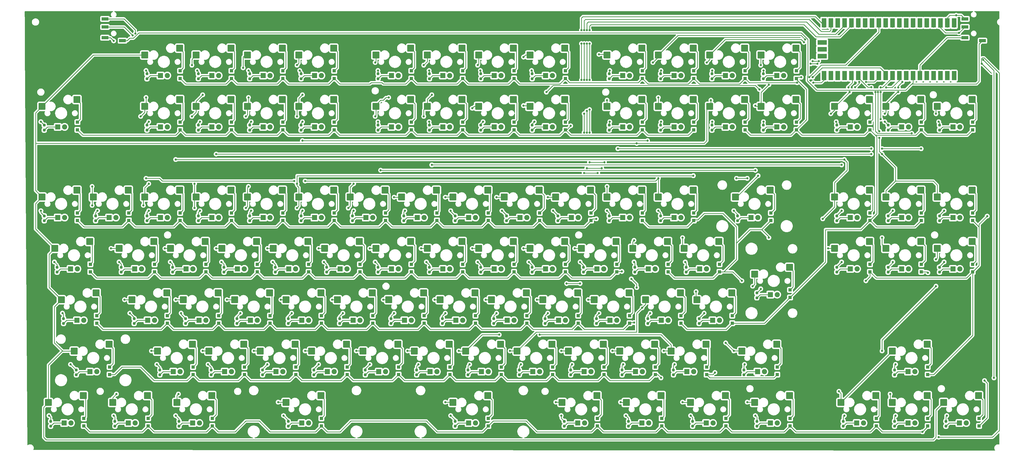
<source format=gbl>
G04 #@! TF.GenerationSoftware,KiCad,Pcbnew,7.0.6*
G04 #@! TF.CreationDate,2023-11-12T21:08:56+01:00*
G04 #@! TF.ProjectId,main,6d61696e-2e6b-4696-9361-645f70636258,rev?*
G04 #@! TF.SameCoordinates,Original*
G04 #@! TF.FileFunction,Copper,L4,Bot*
G04 #@! TF.FilePolarity,Positive*
%FSLAX46Y46*%
G04 Gerber Fmt 4.6, Leading zero omitted, Abs format (unit mm)*
G04 Created by KiCad (PCBNEW 7.0.6) date 2023-11-12 21:08:56*
%MOMM*%
%LPD*%
G01*
G04 APERTURE LIST*
G04 Aperture macros list*
%AMRoundRect*
0 Rectangle with rounded corners*
0 $1 Rounding radius*
0 $2 $3 $4 $5 $6 $7 $8 $9 X,Y pos of 4 corners*
0 Add a 4 corners polygon primitive as box body*
4,1,4,$2,$3,$4,$5,$6,$7,$8,$9,$2,$3,0*
0 Add four circle primitives for the rounded corners*
1,1,$1+$1,$2,$3*
1,1,$1+$1,$4,$5*
1,1,$1+$1,$6,$7*
1,1,$1+$1,$8,$9*
0 Add four rect primitives between the rounded corners*
20,1,$1+$1,$2,$3,$4,$5,0*
20,1,$1+$1,$4,$5,$6,$7,0*
20,1,$1+$1,$6,$7,$8,$9,0*
20,1,$1+$1,$8,$9,$2,$3,0*%
G04 Aperture macros list end*
G04 #@! TA.AperFunction,ComponentPad*
%ADD10R,1.905000X1.905000*%
G04 #@! TD*
G04 #@! TA.AperFunction,ComponentPad*
%ADD11C,1.905000*%
G04 #@! TD*
G04 #@! TA.AperFunction,SMDPad,CuDef*
%ADD12RoundRect,0.200000X-1.075000X-1.050000X1.075000X-1.050000X1.075000X1.050000X-1.075000X1.050000X0*%
G04 #@! TD*
G04 #@! TA.AperFunction,SMDPad,CuDef*
%ADD13RoundRect,0.237500X0.237500X-0.250000X0.237500X0.250000X-0.237500X0.250000X-0.237500X-0.250000X0*%
G04 #@! TD*
G04 #@! TA.AperFunction,SMDPad,CuDef*
%ADD14R,1.200000X1.200000*%
G04 #@! TD*
G04 #@! TA.AperFunction,SMDPad,CuDef*
%ADD15R,2.500000X1.200000*%
G04 #@! TD*
G04 #@! TA.AperFunction,ComponentPad*
%ADD16O,1.700000X1.700000*%
G04 #@! TD*
G04 #@! TA.AperFunction,SMDPad,CuDef*
%ADD17R,1.700000X3.500000*%
G04 #@! TD*
G04 #@! TA.AperFunction,ComponentPad*
%ADD18R,1.700000X1.700000*%
G04 #@! TD*
G04 #@! TA.AperFunction,SMDPad,CuDef*
%ADD19R,3.500000X1.700000*%
G04 #@! TD*
G04 #@! TA.AperFunction,ViaPad*
%ADD20C,0.800000*%
G04 #@! TD*
G04 #@! TA.AperFunction,Conductor*
%ADD21C,0.250000*%
G04 #@! TD*
G04 APERTURE END LIST*
D10*
X278765000Y-121920000D03*
D11*
X281305000Y-121920000D03*
D12*
X168175000Y-95250000D03*
X181102000Y-92710000D03*
X215800000Y-114300000D03*
X228727000Y-111760000D03*
X72925000Y-42575000D03*
X85852000Y-40035000D03*
D10*
X164465000Y-69245000D03*
D11*
X167005000Y-69245000D03*
D12*
X350219000Y-152400000D03*
X363146000Y-149860000D03*
X239612500Y-133350000D03*
X252539500Y-130810000D03*
X177700000Y-61625000D03*
X190627000Y-59085000D03*
D10*
X288290000Y-69245000D03*
D11*
X290830000Y-69245000D03*
D10*
X288290000Y-50195000D03*
D11*
X290830000Y-50195000D03*
D12*
X134837500Y-152400000D03*
X147764500Y-149860000D03*
D10*
X93027500Y-140970000D03*
D11*
X95567500Y-140970000D03*
D10*
X353653000Y-102870000D03*
D11*
X356193000Y-102870000D03*
D10*
X121602500Y-160020000D03*
D11*
X124142500Y-160020000D03*
D12*
X347838000Y-61625000D03*
X360765000Y-59085000D03*
X158650000Y-42575000D03*
X171577000Y-40035000D03*
D10*
X88265000Y-121920000D03*
D11*
X90805000Y-121920000D03*
D10*
X135890000Y-50195000D03*
D11*
X138430000Y-50195000D03*
D10*
X116840000Y-102870000D03*
D11*
X119380000Y-102870000D03*
D10*
X356034000Y-179070000D03*
D11*
X358574000Y-179070000D03*
D10*
X52546250Y-160020000D03*
D11*
X55086250Y-160020000D03*
D12*
X215800000Y-42575000D03*
X228727000Y-40035000D03*
D10*
X281146250Y-179070000D03*
D11*
X283686250Y-179070000D03*
D10*
X334603000Y-69245000D03*
D11*
X337143000Y-69245000D03*
D12*
X294381250Y-152400000D03*
X307308250Y-149860000D03*
X211037500Y-152400000D03*
X223964500Y-149860000D03*
X139600000Y-114300000D03*
X152527000Y-111760000D03*
X177700000Y-42575000D03*
X190627000Y-40035000D03*
D10*
X300196250Y-160020000D03*
D11*
X302736250Y-160020000D03*
D12*
X196750000Y-61625000D03*
X209677000Y-59085000D03*
X125312500Y-133350000D03*
X138239500Y-130810000D03*
D10*
X372703000Y-69245000D03*
D11*
X375243000Y-69245000D03*
D10*
X193040000Y-102870000D03*
D11*
X195580000Y-102870000D03*
D10*
X116840000Y-69245000D03*
D11*
X119380000Y-69245000D03*
D12*
X331169000Y-171450000D03*
X344096000Y-168910000D03*
X91975000Y-42575000D03*
X104902000Y-40035000D03*
X120550000Y-114300000D03*
X133477000Y-111760000D03*
D10*
X78740000Y-50195000D03*
D11*
X81280000Y-50195000D03*
D12*
X187225000Y-171450000D03*
X200152000Y-168910000D03*
X263425000Y-95250000D03*
X276352000Y-92710000D03*
X111025000Y-42575000D03*
X123952000Y-40035000D03*
X158650000Y-114300000D03*
X171577000Y-111760000D03*
D10*
X202565000Y-69245000D03*
D11*
X205105000Y-69245000D03*
D12*
X61018750Y-171450000D03*
X73945750Y-168910000D03*
D10*
X250190000Y-50195000D03*
D11*
X252730000Y-50195000D03*
D12*
X91975000Y-61625000D03*
X104902000Y-59085000D03*
D10*
X131127500Y-179070000D03*
D11*
X133667500Y-179070000D03*
D10*
X188277500Y-140970000D03*
D11*
X190817500Y-140970000D03*
D12*
X230087500Y-152400000D03*
X243014500Y-149860000D03*
D10*
X173990000Y-102870000D03*
D11*
X176530000Y-102870000D03*
D10*
X102552500Y-160020000D03*
D11*
X105092500Y-160020000D03*
D12*
X163412500Y-133350000D03*
X176339500Y-130810000D03*
D10*
X45402500Y-121920000D03*
D11*
X47942500Y-121920000D03*
D12*
X125312500Y-171450000D03*
X138239500Y-168910000D03*
D10*
X164465000Y-50195000D03*
D11*
X167005000Y-50195000D03*
D10*
X140652500Y-160020000D03*
D11*
X143192500Y-160020000D03*
D10*
X202565000Y-121920000D03*
D11*
X205105000Y-121920000D03*
D10*
X97790000Y-69245000D03*
D11*
X100330000Y-69245000D03*
D10*
X193040000Y-179070000D03*
D11*
X195580000Y-179070000D03*
D10*
X212090000Y-102870000D03*
D11*
X214630000Y-102870000D03*
D12*
X72925000Y-61625000D03*
X85852000Y-59085000D03*
X68162500Y-133350000D03*
X81089500Y-130810000D03*
X263425000Y-61625000D03*
X276352000Y-59085000D03*
D10*
X59690000Y-102870000D03*
D11*
X62230000Y-102870000D03*
D10*
X112077500Y-140970000D03*
D11*
X114617500Y-140970000D03*
D10*
X150177500Y-140970000D03*
D11*
X152717500Y-140970000D03*
D12*
X220562500Y-133350000D03*
X233489500Y-130810000D03*
X77687500Y-152400000D03*
X90614500Y-149860000D03*
X249137500Y-152400000D03*
X262064500Y-149860000D03*
X244375000Y-42575000D03*
X257302000Y-40035000D03*
X215800000Y-61625000D03*
X228727000Y-59085000D03*
D10*
X250190000Y-102870000D03*
D11*
X252730000Y-102870000D03*
D10*
X145415000Y-121920000D03*
D11*
X147955000Y-121920000D03*
D10*
X135890000Y-69245000D03*
D11*
X138430000Y-69245000D03*
D12*
X263425000Y-42575000D03*
X276352000Y-40035000D03*
X328788000Y-114300000D03*
X341715000Y-111760000D03*
D10*
X221615000Y-50195000D03*
D11*
X224155000Y-50195000D03*
D12*
X275331250Y-171450000D03*
X288258250Y-168910000D03*
X366888000Y-95250000D03*
X379815000Y-92710000D03*
D10*
X297815000Y-102870000D03*
D11*
X300355000Y-102870000D03*
D12*
X347838000Y-95250000D03*
X360765000Y-92710000D03*
X84831250Y-171450000D03*
X97758250Y-168910000D03*
D10*
X97790000Y-50195000D03*
D11*
X100330000Y-50195000D03*
D12*
X53875000Y-95250000D03*
X66802000Y-92710000D03*
D10*
X47783750Y-140970000D03*
D11*
X50323750Y-140970000D03*
D10*
X304958750Y-131445000D03*
D11*
X307498750Y-131445000D03*
D12*
X253900000Y-114300000D03*
X266827000Y-111760000D03*
X158650000Y-61625000D03*
X171577000Y-59085000D03*
X63400000Y-114300000D03*
X76327000Y-111760000D03*
D10*
X159702500Y-160020000D03*
D11*
X162242500Y-160020000D03*
D12*
X130075000Y-61625000D03*
X143002000Y-59085000D03*
D10*
X40640000Y-102870000D03*
D11*
X43180000Y-102870000D03*
D10*
X269240000Y-102870000D03*
D11*
X271780000Y-102870000D03*
D10*
X183515000Y-69245000D03*
D11*
X186055000Y-69245000D03*
D12*
X196750000Y-114300000D03*
X209677000Y-111760000D03*
X299143750Y-171450000D03*
X312070750Y-168910000D03*
D10*
X78740000Y-102870000D03*
D11*
X81280000Y-102870000D03*
D10*
X307340000Y-69245000D03*
D11*
X309880000Y-69245000D03*
D10*
X233521250Y-179070000D03*
D11*
X236061250Y-179070000D03*
D10*
X183515000Y-50195000D03*
D11*
X186055000Y-50195000D03*
D12*
X347838000Y-114300000D03*
X360765000Y-111760000D03*
D10*
X216852500Y-160020000D03*
D11*
X219392500Y-160020000D03*
D10*
X269240000Y-69245000D03*
D11*
X271780000Y-69245000D03*
D12*
X130075000Y-95250000D03*
X143002000Y-92710000D03*
D10*
X83502500Y-160020000D03*
D11*
X86042500Y-160020000D03*
D10*
X356034000Y-160020000D03*
D11*
X358574000Y-160020000D03*
D10*
X336984000Y-179070000D03*
D11*
X339524000Y-179070000D03*
D12*
X244375000Y-61625000D03*
X257302000Y-59085000D03*
X366888000Y-114300000D03*
X379815000Y-111760000D03*
D10*
X126365000Y-121920000D03*
D11*
X128905000Y-121920000D03*
D10*
X169227500Y-140970000D03*
D11*
X171767500Y-140970000D03*
D12*
X46731250Y-152400000D03*
X59658250Y-149860000D03*
D10*
X107315000Y-121920000D03*
D11*
X109855000Y-121920000D03*
D10*
X207327500Y-140970000D03*
D11*
X209867500Y-140970000D03*
D10*
X131127500Y-140970000D03*
D11*
X133667500Y-140970000D03*
D12*
X328788000Y-95250000D03*
X341715000Y-92710000D03*
D10*
X73977500Y-140970000D03*
D11*
X76517500Y-140970000D03*
D10*
X254952500Y-160020000D03*
D11*
X257492500Y-160020000D03*
D10*
X90646250Y-179070000D03*
D11*
X93186250Y-179070000D03*
D12*
X87212500Y-133350000D03*
X100139500Y-130810000D03*
X277712500Y-133350000D03*
X290639500Y-130810000D03*
D10*
X259715000Y-121920000D03*
D11*
X262255000Y-121920000D03*
D10*
X231140000Y-102870000D03*
D11*
X233680000Y-102870000D03*
D12*
X182462500Y-133350000D03*
X195389500Y-130810000D03*
X350219000Y-171450000D03*
X363146000Y-168910000D03*
D10*
X250190000Y-69245000D03*
D11*
X252730000Y-69245000D03*
D10*
X257333750Y-179070000D03*
D11*
X259873750Y-179070000D03*
D10*
X353653000Y-69245000D03*
D11*
X356193000Y-69245000D03*
D12*
X191987500Y-152400000D03*
X204914500Y-149860000D03*
D10*
X372703000Y-102870000D03*
D11*
X375243000Y-102870000D03*
D12*
X41968750Y-133350000D03*
X54895750Y-130810000D03*
D10*
X164465000Y-121920000D03*
D11*
X167005000Y-121920000D03*
D12*
X292000000Y-95250000D03*
X304927000Y-92710000D03*
D10*
X334603000Y-102870000D03*
D11*
X337143000Y-102870000D03*
D12*
X153887500Y-152400000D03*
X166814500Y-149860000D03*
X227706250Y-171450000D03*
X240633250Y-168910000D03*
X282475000Y-42575000D03*
X295402000Y-40035000D03*
X299143750Y-123825000D03*
X312070750Y-121285000D03*
D10*
X245427500Y-140970000D03*
D11*
X247967500Y-140970000D03*
D10*
X353653000Y-121920000D03*
D11*
X356193000Y-121920000D03*
D10*
X283527500Y-140970000D03*
D11*
X286067500Y-140970000D03*
D10*
X221615000Y-69245000D03*
D11*
X224155000Y-69245000D03*
D12*
X149125000Y-95250000D03*
X162052000Y-92710000D03*
X115787500Y-152400000D03*
X128714500Y-149860000D03*
D10*
X235902500Y-160020000D03*
D11*
X238442500Y-160020000D03*
D12*
X201512500Y-133350000D03*
X214439500Y-130810000D03*
X82450000Y-114300000D03*
X95377000Y-111760000D03*
X91975000Y-95250000D03*
X104902000Y-92710000D03*
D10*
X240665000Y-121920000D03*
D11*
X243205000Y-121920000D03*
D12*
X177700000Y-114300000D03*
X190627000Y-111760000D03*
X130075000Y-42575000D03*
X143002000Y-40035000D03*
X234850000Y-114300000D03*
X247777000Y-111760000D03*
X196750000Y-42575000D03*
X209677000Y-40035000D03*
D10*
X264477500Y-140970000D03*
D11*
X267017500Y-140970000D03*
D10*
X97790000Y-102870000D03*
D11*
X100330000Y-102870000D03*
D12*
X366888000Y-61625000D03*
X379815000Y-59085000D03*
X34825000Y-95250000D03*
X47752000Y-92710000D03*
X301525000Y-61625000D03*
X314452000Y-59085000D03*
X268187500Y-152400000D03*
X281114500Y-149860000D03*
D10*
X269240000Y-50195000D03*
D11*
X271780000Y-50195000D03*
D12*
X244375000Y-95250000D03*
X257302000Y-92710000D03*
D10*
X274002500Y-160020000D03*
D11*
X276542500Y-160020000D03*
D10*
X221615000Y-121920000D03*
D11*
X224155000Y-121920000D03*
D10*
X135890000Y-102870000D03*
D11*
X138430000Y-102870000D03*
D10*
X202565000Y-50195000D03*
D11*
X205105000Y-50195000D03*
D10*
X334603000Y-121920000D03*
D11*
X337143000Y-121920000D03*
D10*
X43021250Y-179070000D03*
D11*
X45561250Y-179070000D03*
D10*
X226377500Y-140970000D03*
D11*
X228917500Y-140970000D03*
D12*
X272950000Y-114300000D03*
X285877000Y-111760000D03*
X172937500Y-152400000D03*
X185864500Y-149860000D03*
D10*
X183515000Y-121920000D03*
D11*
X186055000Y-121920000D03*
D12*
X187225000Y-95250000D03*
X200152000Y-92710000D03*
X37206250Y-171450000D03*
X50133250Y-168910000D03*
X301525000Y-42575000D03*
X314452000Y-40035000D03*
X282475000Y-61625000D03*
X295402000Y-59085000D03*
X96737500Y-152400000D03*
X109664500Y-149860000D03*
X72925000Y-95250000D03*
X85852000Y-92710000D03*
X106262500Y-133350000D03*
X119189500Y-130810000D03*
X369269000Y-171450000D03*
X382196000Y-168910000D03*
D10*
X40640000Y-69245000D03*
D11*
X43180000Y-69245000D03*
D10*
X78740000Y-69245000D03*
D11*
X81280000Y-69245000D03*
D12*
X328788000Y-61625000D03*
X341715000Y-59085000D03*
D10*
X66833750Y-179070000D03*
D11*
X69373750Y-179070000D03*
D10*
X178752500Y-160020000D03*
D11*
X181292500Y-160020000D03*
D12*
X251518750Y-171450000D03*
X264445750Y-168910000D03*
X111025000Y-95250000D03*
X123952000Y-92710000D03*
D10*
X197802500Y-160020000D03*
D11*
X200342500Y-160020000D03*
D12*
X225325000Y-95250000D03*
X238252000Y-92710000D03*
D10*
X69215000Y-121920000D03*
D11*
X71755000Y-121920000D03*
D12*
X258662500Y-133350000D03*
X271589500Y-130810000D03*
D10*
X116840000Y-50195000D03*
D11*
X119380000Y-50195000D03*
D10*
X375084000Y-179070000D03*
D11*
X377624000Y-179070000D03*
D10*
X307340000Y-50195000D03*
D11*
X309880000Y-50195000D03*
D12*
X39587500Y-114300000D03*
X52514500Y-111760000D03*
D10*
X372703000Y-121920000D03*
D11*
X375243000Y-121920000D03*
D12*
X144362500Y-133350000D03*
X157289500Y-130810000D03*
X101500000Y-114300000D03*
X114427000Y-111760000D03*
X34825000Y-61625000D03*
X47752000Y-59085000D03*
D10*
X154940000Y-102870000D03*
D11*
X157480000Y-102870000D03*
D12*
X111025000Y-61625000D03*
X123952000Y-59085000D03*
X206275000Y-95250000D03*
X219202000Y-92710000D03*
D10*
X304958750Y-179070000D03*
D11*
X307498750Y-179070000D03*
D13*
X35640000Y-70427500D03*
X35640000Y-68602500D03*
X116602500Y-161202500D03*
X116602500Y-159377500D03*
D14*
X257510000Y-103930000D03*
X257510000Y-101130000D03*
X307516250Y-161080000D03*
X307516250Y-158280000D03*
X190835000Y-51255000D03*
X190835000Y-48455000D03*
D13*
X216615000Y-70427500D03*
X216615000Y-68602500D03*
X348653000Y-123102500D03*
X348653000Y-121277500D03*
D14*
X360973000Y-103930000D03*
X360973000Y-101130000D03*
D13*
X130890000Y-104052500D03*
X130890000Y-102227500D03*
X130890000Y-51377500D03*
X130890000Y-49552500D03*
D14*
X288466250Y-180130000D03*
X288466250Y-177330000D03*
D13*
X370084000Y-180252500D03*
X370084000Y-178427500D03*
D14*
X133685000Y-122980000D03*
X133685000Y-120180000D03*
D15*
X377147500Y-32180000D03*
X377147500Y-36180000D03*
X377147500Y-29180000D03*
X383647500Y-37280000D03*
D13*
X73740000Y-51377500D03*
X73740000Y-49552500D03*
D14*
X341923000Y-103930000D03*
X341923000Y-101130000D03*
D13*
X235665000Y-123102500D03*
X235665000Y-121277500D03*
X149940000Y-104052500D03*
X149940000Y-102227500D03*
X111840000Y-104052500D03*
X111840000Y-102227500D03*
X240427500Y-142152500D03*
X240427500Y-140327500D03*
D14*
X228935000Y-51255000D03*
X228935000Y-48455000D03*
D13*
X245190000Y-104052500D03*
X245190000Y-102227500D03*
D14*
X167022500Y-161080000D03*
X167022500Y-158280000D03*
X109872500Y-161080000D03*
X109872500Y-158280000D03*
D13*
X264240000Y-51377500D03*
X264240000Y-49552500D03*
X216615000Y-51377500D03*
X216615000Y-49552500D03*
X178515000Y-123102500D03*
X178515000Y-121277500D03*
D14*
X124160000Y-70305000D03*
X124160000Y-67505000D03*
D13*
X47546250Y-161202500D03*
X47546250Y-159377500D03*
X168990000Y-104052500D03*
X168990000Y-102227500D03*
D14*
X360973000Y-122980000D03*
X360973000Y-120180000D03*
X143210000Y-51255000D03*
X143210000Y-48455000D03*
D13*
X351034000Y-180252500D03*
X351034000Y-178427500D03*
X299958750Y-180252500D03*
X299958750Y-178427500D03*
D14*
X105110000Y-103930000D03*
X105110000Y-101130000D03*
X74153750Y-180130000D03*
X74153750Y-177330000D03*
X190835000Y-122980000D03*
X190835000Y-120180000D03*
D13*
X259477500Y-142152500D03*
X259477500Y-140327500D03*
X367703000Y-123102500D03*
X367703000Y-121277500D03*
X348653000Y-70427500D03*
X348653000Y-68602500D03*
X230902500Y-161202500D03*
X230902500Y-159377500D03*
X329603000Y-123102500D03*
X329603000Y-121277500D03*
X329603000Y-70427500D03*
X329603000Y-68602500D03*
D14*
X76535000Y-122980000D03*
X76535000Y-120180000D03*
D13*
X211852500Y-161202500D03*
X211852500Y-159377500D03*
X348653000Y-104052500D03*
X348653000Y-102227500D03*
D14*
X314660000Y-70305000D03*
X314660000Y-67505000D03*
D13*
X252333750Y-180252500D03*
X252333750Y-178427500D03*
D14*
X171785000Y-51255000D03*
X171785000Y-48455000D03*
X312278750Y-132505000D03*
X312278750Y-129705000D03*
D13*
X159465000Y-51377500D03*
X159465000Y-49552500D03*
D14*
X257510000Y-70305000D03*
X257510000Y-67505000D03*
X228935000Y-122980000D03*
X228935000Y-120180000D03*
D13*
X78502500Y-161202500D03*
X78502500Y-159377500D03*
X178515000Y-70427500D03*
X178515000Y-68602500D03*
D14*
X276560000Y-70305000D03*
X276560000Y-67505000D03*
D13*
X126127500Y-142152500D03*
X126127500Y-140327500D03*
D14*
X363354000Y-180130000D03*
X363354000Y-177330000D03*
D13*
X183277500Y-142152500D03*
X183277500Y-140327500D03*
X249952500Y-161202500D03*
X249952500Y-159377500D03*
D14*
X105110000Y-70305000D03*
X105110000Y-67505000D03*
X47960000Y-70305000D03*
X47960000Y-67505000D03*
X224172500Y-161080000D03*
X224172500Y-158280000D03*
X233697500Y-142030000D03*
X233697500Y-139230000D03*
D13*
X88027500Y-142152500D03*
X88027500Y-140327500D03*
X92790000Y-70427500D03*
X92790000Y-68602500D03*
X107077500Y-142152500D03*
X107077500Y-140327500D03*
X367703000Y-70427500D03*
X367703000Y-68602500D03*
X283290000Y-51377500D03*
X283290000Y-49552500D03*
X202327500Y-142152500D03*
X202327500Y-140327500D03*
D14*
X55103750Y-142030000D03*
X55103750Y-139230000D03*
D13*
X61833750Y-180252500D03*
X61833750Y-178427500D03*
X130890000Y-70427500D03*
X130890000Y-68602500D03*
D14*
X267035000Y-122980000D03*
X267035000Y-120180000D03*
X52722500Y-122980000D03*
X52722500Y-120180000D03*
D13*
X264240000Y-70427500D03*
X264240000Y-68602500D03*
X302340000Y-51377500D03*
X302340000Y-49552500D03*
X64215000Y-123102500D03*
X64215000Y-121277500D03*
D14*
X147972500Y-161080000D03*
X147972500Y-158280000D03*
D13*
X197565000Y-70427500D03*
X197565000Y-68602500D03*
X68977500Y-142152500D03*
X68977500Y-140327500D03*
D14*
X138447500Y-180130000D03*
X138447500Y-177330000D03*
D13*
X197565000Y-123102500D03*
X197565000Y-121277500D03*
X126127500Y-180252500D03*
X126127500Y-178427500D03*
D14*
X276560000Y-103930000D03*
X276560000Y-101130000D03*
X271797500Y-142030000D03*
X271797500Y-139230000D03*
D13*
X111840000Y-70427500D03*
X111840000Y-68602500D03*
X331984000Y-180252500D03*
X331984000Y-178427500D03*
D14*
X143210000Y-103930000D03*
X143210000Y-101130000D03*
D13*
X283290000Y-70427500D03*
X283290000Y-68602500D03*
X73740000Y-104052500D03*
X73740000Y-102227500D03*
X188040000Y-180252500D03*
X188040000Y-178427500D03*
X164227500Y-142152500D03*
X164227500Y-140327500D03*
D14*
X363354000Y-161080000D03*
X363354000Y-158280000D03*
D13*
X140415000Y-123102500D03*
X140415000Y-121277500D03*
X121365000Y-123102500D03*
X121365000Y-121277500D03*
D14*
X228935000Y-70305000D03*
X228935000Y-67505000D03*
D13*
X226140000Y-104052500D03*
X226140000Y-102227500D03*
D14*
X295610000Y-70305000D03*
X295610000Y-67505000D03*
X138447500Y-142030000D03*
X138447500Y-139230000D03*
X205122500Y-161080000D03*
X205122500Y-158280000D03*
X281322500Y-161080000D03*
X281322500Y-158280000D03*
X90822500Y-161080000D03*
X90822500Y-158280000D03*
X344304000Y-180130000D03*
X344304000Y-177330000D03*
D13*
X154702500Y-161202500D03*
X154702500Y-159377500D03*
D14*
X290847500Y-142030000D03*
X290847500Y-139230000D03*
D13*
X295196250Y-161202500D03*
X295196250Y-159377500D03*
D14*
X190835000Y-70305000D03*
X190835000Y-67505000D03*
X100347500Y-142030000D03*
X100347500Y-139230000D03*
X214647500Y-142030000D03*
X214647500Y-139230000D03*
X209885000Y-51255000D03*
X209885000Y-48455000D03*
D13*
X273765000Y-123102500D03*
X273765000Y-121277500D03*
X197565000Y-51377500D03*
X197565000Y-49552500D03*
D14*
X286085000Y-122980000D03*
X286085000Y-120180000D03*
D13*
X173752500Y-161202500D03*
X173752500Y-159377500D03*
D14*
X157497500Y-142030000D03*
X157497500Y-139230000D03*
X380023000Y-70305000D03*
X380023000Y-67505000D03*
D13*
X85646250Y-180252500D03*
X85646250Y-178427500D03*
D14*
X238460000Y-103930000D03*
X238460000Y-101130000D03*
D13*
X145177500Y-142152500D03*
X145177500Y-140327500D03*
X188040000Y-104052500D03*
X188040000Y-102227500D03*
D14*
X314660000Y-51255000D03*
X314660000Y-48455000D03*
X341923000Y-70305000D03*
X341923000Y-67505000D03*
D13*
X92790000Y-51377500D03*
X92790000Y-49552500D03*
X192802500Y-161202500D03*
X192802500Y-159377500D03*
D14*
X252747500Y-142040000D03*
X252747500Y-139240000D03*
X276560000Y-51255000D03*
X276560000Y-48455000D03*
X171785000Y-70305000D03*
X171785000Y-67505000D03*
D13*
X216615000Y-123102500D03*
X216615000Y-121277500D03*
X54690000Y-104052500D03*
X54690000Y-102227500D03*
D16*
X373097500Y-49330000D03*
D17*
X373097500Y-50230000D03*
D16*
X370557500Y-49330000D03*
D17*
X370557500Y-50230000D03*
D18*
X368017500Y-49330000D03*
D17*
X368017500Y-50230000D03*
D16*
X365477500Y-49330000D03*
D17*
X365477500Y-50230000D03*
D16*
X362937500Y-49330000D03*
D17*
X362937500Y-50230000D03*
D16*
X360397500Y-49330000D03*
D17*
X360397500Y-50230000D03*
D16*
X357857500Y-49330000D03*
D17*
X357857500Y-50230000D03*
D18*
X355317500Y-49330000D03*
D17*
X355317500Y-50230000D03*
D16*
X352777500Y-49330000D03*
D17*
X352777500Y-50230000D03*
D16*
X350237500Y-49330000D03*
D17*
X350237500Y-50230000D03*
D16*
X347697500Y-49330000D03*
D17*
X347697500Y-50230000D03*
D16*
X345157500Y-49330000D03*
D17*
X345157500Y-50230000D03*
D18*
X342617500Y-49330000D03*
D17*
X342617500Y-50230000D03*
D16*
X340077500Y-49330000D03*
D17*
X340077500Y-50230000D03*
D16*
X337537500Y-49330000D03*
D17*
X337537500Y-50230000D03*
D16*
X334997500Y-49330000D03*
D17*
X334997500Y-50230000D03*
D16*
X332457500Y-49330000D03*
D17*
X332457500Y-50230000D03*
D18*
X329917500Y-49330000D03*
D17*
X329917500Y-50230000D03*
D16*
X327377500Y-49330000D03*
D17*
X327377500Y-50230000D03*
D16*
X324837500Y-49330000D03*
D17*
X324837500Y-50230000D03*
D16*
X324837500Y-31550000D03*
D17*
X324837500Y-30650000D03*
D16*
X327377500Y-31550000D03*
D17*
X327377500Y-30650000D03*
D18*
X329917500Y-31550000D03*
D17*
X329917500Y-30650000D03*
D16*
X332457500Y-31550000D03*
D17*
X332457500Y-30650000D03*
D16*
X334997500Y-31550000D03*
D17*
X334997500Y-30650000D03*
D16*
X337537500Y-31550000D03*
D17*
X337537500Y-30650000D03*
D16*
X340077500Y-31550000D03*
D17*
X340077500Y-30650000D03*
D18*
X342617500Y-31550000D03*
D17*
X342617500Y-30650000D03*
D16*
X345157500Y-31550000D03*
D17*
X345157500Y-30650000D03*
D16*
X347697500Y-31550000D03*
D17*
X347697500Y-30650000D03*
D16*
X350237500Y-31550000D03*
D17*
X350237500Y-30650000D03*
D16*
X352777500Y-31550000D03*
D17*
X352777500Y-30650000D03*
D18*
X355317500Y-31550000D03*
D17*
X355317500Y-30650000D03*
D16*
X357857500Y-31550000D03*
D17*
X357857500Y-30650000D03*
D16*
X360397500Y-31550000D03*
D17*
X360397500Y-30650000D03*
D16*
X362937500Y-31550000D03*
D17*
X362937500Y-30650000D03*
D16*
X365477500Y-31550000D03*
D17*
X365477500Y-30650000D03*
D18*
X368017500Y-31550000D03*
D17*
X368017500Y-30650000D03*
D16*
X370557500Y-31550000D03*
D17*
X370557500Y-30650000D03*
D16*
X373097500Y-31550000D03*
D17*
X373097500Y-30650000D03*
D16*
X325067500Y-42980000D03*
D19*
X324167500Y-42980000D03*
D18*
X325067500Y-40440000D03*
D19*
X324167500Y-40440000D03*
D16*
X325067500Y-37900000D03*
D19*
X324167500Y-37900000D03*
D13*
X221377500Y-142152500D03*
X221377500Y-140327500D03*
D14*
X86060000Y-103930000D03*
X86060000Y-101130000D03*
X240841250Y-180130000D03*
X240841250Y-177330000D03*
X124160000Y-103930000D03*
X124160000Y-101130000D03*
D13*
X111840000Y-51377500D03*
X111840000Y-49552500D03*
X97552500Y-161202500D03*
X97552500Y-159377500D03*
D14*
X67010000Y-103930000D03*
X67010000Y-101130000D03*
X209885000Y-122980000D03*
X209885000Y-120180000D03*
D13*
X245190000Y-70427500D03*
X245190000Y-68602500D03*
D14*
X47960000Y-103930000D03*
X47960000Y-101130000D03*
X295610000Y-51255000D03*
X295610000Y-48455000D03*
X95585000Y-122980000D03*
X95585000Y-120180000D03*
D13*
X207090000Y-104052500D03*
X207090000Y-102227500D03*
X302340000Y-70427500D03*
X302340000Y-68602500D03*
D14*
X143210000Y-70305000D03*
X143210000Y-67505000D03*
X382404000Y-180130000D03*
X382404000Y-177330000D03*
X86060000Y-70305000D03*
X86060000Y-67505000D03*
D15*
X58147500Y-32180000D03*
X58147500Y-36180000D03*
X58147500Y-29180000D03*
X64647500Y-37280000D03*
D14*
X312278750Y-180130000D03*
X312278750Y-177330000D03*
D13*
X351034000Y-161202500D03*
X351034000Y-159377500D03*
D14*
X380023000Y-122980000D03*
X380023000Y-120180000D03*
D13*
X278527500Y-142152500D03*
X278527500Y-140327500D03*
D14*
X176547500Y-142030000D03*
X176547500Y-139230000D03*
D13*
X228521250Y-180252500D03*
X228521250Y-178427500D03*
D14*
X264653750Y-180130000D03*
X264653750Y-177330000D03*
X200360000Y-103930000D03*
X200360000Y-101130000D03*
X97966250Y-180130000D03*
X97966250Y-177330000D03*
X209885000Y-70305000D03*
X209885000Y-67505000D03*
D13*
X92790000Y-104052500D03*
X92790000Y-102227500D03*
X83265000Y-123102500D03*
X83265000Y-121277500D03*
D14*
X243280000Y-161140000D03*
X243280000Y-158340000D03*
X152735000Y-122980000D03*
X152735000Y-120180000D03*
D13*
X135652500Y-161202500D03*
X135652500Y-159377500D03*
X102315000Y-123102500D03*
X102315000Y-121277500D03*
X269002500Y-161202500D03*
X269002500Y-159377500D03*
D14*
X86060000Y-51255000D03*
X86060000Y-48455000D03*
X181310000Y-103930000D03*
X181310000Y-101130000D03*
X257510000Y-51255000D03*
X257510000Y-48455000D03*
X128922500Y-161080000D03*
X128922500Y-158280000D03*
X119397500Y-142030000D03*
X119397500Y-139230000D03*
X247985000Y-122980000D03*
X247985000Y-120180000D03*
D13*
X73740000Y-70427500D03*
X73740000Y-68602500D03*
X38021250Y-180252500D03*
X38021250Y-178427500D03*
D14*
X360973000Y-70305000D03*
X360973000Y-67505000D03*
D13*
X178515000Y-51377500D03*
X178515000Y-49552500D03*
D14*
X162260000Y-103930000D03*
X162260000Y-101130000D03*
D13*
X42783750Y-142152500D03*
X42783750Y-140327500D03*
D14*
X50341250Y-180130000D03*
X50341250Y-177330000D03*
D13*
X292815000Y-104052500D03*
X292815000Y-102227500D03*
X40402500Y-123102500D03*
X40402500Y-121277500D03*
D14*
X200360000Y-180130000D03*
X200360000Y-177330000D03*
X305135000Y-103930000D03*
X305135000Y-101130000D03*
D13*
X299958750Y-132627500D03*
X299958750Y-130802500D03*
D14*
X105110000Y-51255000D03*
X105110000Y-48455000D03*
X195597500Y-142030000D03*
X195597500Y-139230000D03*
X219410000Y-103930000D03*
X219410000Y-101130000D03*
D13*
X159465000Y-70427500D03*
X159465000Y-68602500D03*
D14*
X81297500Y-142030000D03*
X81297500Y-139230000D03*
X114635000Y-122980000D03*
X114635000Y-120180000D03*
D13*
X35640000Y-104052500D03*
X35640000Y-102227500D03*
D14*
X380023000Y-103930000D03*
X380023000Y-101130000D03*
X171785000Y-122980000D03*
X171785000Y-120180000D03*
D13*
X367703000Y-104052500D03*
X367703000Y-102227500D03*
D14*
X341923000Y-122980000D03*
X341923000Y-120180000D03*
X124160000Y-51255000D03*
X124160000Y-48455000D03*
D13*
X276146250Y-180252500D03*
X276146250Y-178427500D03*
X159465000Y-123102500D03*
X159465000Y-121277500D03*
X264240000Y-104052500D03*
X264240000Y-102227500D03*
X245190000Y-51377500D03*
X245190000Y-49552500D03*
X254715000Y-123102500D03*
X254715000Y-121277500D03*
D14*
X262272500Y-161080000D03*
X262272500Y-158280000D03*
X186072500Y-161080000D03*
X186072500Y-158280000D03*
X59866250Y-161080000D03*
X59866250Y-158280000D03*
D13*
X329603000Y-104052500D03*
X329603000Y-102227500D03*
D20*
X370397500Y-176330000D03*
X69397500Y-34605500D03*
X263397500Y-100330000D03*
X174397500Y-157330000D03*
X273397500Y-119330000D03*
X131397500Y-67330000D03*
X250397500Y-157330000D03*
X73397500Y-48330000D03*
X84397500Y-176330000D03*
X34397500Y-100330000D03*
X264397500Y-67330000D03*
X45397500Y-157330000D03*
X34397500Y-67330000D03*
X39397500Y-119330000D03*
X198397500Y-67330000D03*
X373897500Y-27830000D03*
X224397500Y-100330000D03*
X130397500Y-48330000D03*
X212397500Y-157330000D03*
X350397500Y-100330000D03*
X131397500Y-100330000D03*
X93397500Y-67330000D03*
X275397500Y-176330000D03*
X178397500Y-48330000D03*
X74397500Y-100330000D03*
X251397500Y-176330000D03*
X301397500Y-129330000D03*
X205397500Y-100330000D03*
X369397500Y-100330000D03*
X158397500Y-119330000D03*
X369397500Y-119330000D03*
X231397500Y-157330000D03*
X139397500Y-119330000D03*
X197397500Y-48330000D03*
X101397500Y-119330000D03*
X295397500Y-157330000D03*
X193397500Y-157330000D03*
X329397500Y-67330000D03*
X137397500Y-157330000D03*
X37397500Y-176330000D03*
X331397500Y-119330000D03*
X120397500Y-119330000D03*
X108397500Y-138330000D03*
X146397500Y-138330000D03*
X217397500Y-67330000D03*
X124397500Y-176330000D03*
X55397500Y-100330000D03*
X332397500Y-176330000D03*
X367397500Y-67330000D03*
X159397500Y-48330000D03*
X61397500Y-176330000D03*
X93397500Y-100330000D03*
X302397500Y-67330000D03*
X169397500Y-100330000D03*
X186397500Y-176330000D03*
X111397500Y-48330000D03*
X186397500Y-100330000D03*
X42397500Y-138330000D03*
X331397500Y-100330000D03*
X222397500Y-138330000D03*
X245397500Y-48330000D03*
X283397500Y-67330000D03*
X269397500Y-157330000D03*
X92397500Y-48330000D03*
X260397500Y-138330000D03*
X351397500Y-176330000D03*
X118397500Y-157330000D03*
X234397500Y-119330000D03*
X150397500Y-100330000D03*
X291397500Y-100330000D03*
X74397500Y-67330000D03*
X112397500Y-67330000D03*
X264397500Y-48330000D03*
X184397500Y-138330000D03*
X254397500Y-119330000D03*
X63397500Y-119330000D03*
X227397500Y-176330000D03*
X244397500Y-100330000D03*
X245397500Y-67330000D03*
X112397500Y-100330000D03*
X178397500Y-67330000D03*
X159397500Y-67330000D03*
X82397500Y-119330000D03*
X299397500Y-176330000D03*
X351397500Y-157330000D03*
X280397500Y-138330000D03*
X156397500Y-157330000D03*
X350397500Y-119330000D03*
X216397500Y-48330000D03*
X283397500Y-48330000D03*
X86397500Y-138330000D03*
X302397500Y-48330000D03*
X67397500Y-138330000D03*
X241397500Y-138330000D03*
X203397500Y-138330000D03*
X127397500Y-138330000D03*
X177397500Y-119330000D03*
X96397500Y-157330000D03*
X215397500Y-119330000D03*
X196397500Y-119330000D03*
X347397500Y-67330000D03*
X77397500Y-157330000D03*
X165397500Y-138330000D03*
X374897500Y-34330000D03*
X68397500Y-35330000D03*
X314885201Y-52842299D03*
X320897500Y-52830000D03*
X234897500Y-33330000D03*
X234897500Y-51830000D03*
X230897500Y-68830000D03*
X234897500Y-38330000D03*
X240897500Y-86330000D03*
X235897500Y-51830000D03*
X235897500Y-38330000D03*
X235897500Y-64330000D03*
X235897500Y-33330000D03*
X240397500Y-103330000D03*
X235897500Y-71330000D03*
X235897500Y-86330000D03*
X249897500Y-122830000D03*
X236897500Y-33330000D03*
X236897500Y-71330000D03*
X236897500Y-84605500D03*
X236897500Y-51830000D03*
X236897500Y-38330000D03*
X242397500Y-84605500D03*
X236897500Y-63330000D03*
X237897500Y-38330000D03*
X237885201Y-62817701D03*
X254397500Y-141830000D03*
X237897500Y-51830000D03*
X237897500Y-82330000D03*
X255397500Y-128830000D03*
X237897500Y-71330000D03*
X237897500Y-33330000D03*
X253397500Y-125605500D03*
X243397500Y-82330000D03*
X367397500Y-184330000D03*
X383397500Y-45830000D03*
X264397500Y-162330000D03*
X383897500Y-44330000D03*
X387897500Y-162330000D03*
X361397500Y-182330000D03*
X319397500Y-50830000D03*
X316397500Y-50830000D03*
X385397500Y-102330000D03*
X294397500Y-126330000D03*
X304397500Y-110330000D03*
X284397500Y-160330000D03*
X340397500Y-126330000D03*
X384397500Y-163330000D03*
X363397500Y-123330000D03*
X282897500Y-59330000D03*
X244397500Y-91330000D03*
X255397500Y-75330000D03*
X65397500Y-133330000D03*
X304397500Y-53605500D03*
X71397500Y-65330000D03*
X296397500Y-88330000D03*
X62397500Y-168330000D03*
X60397500Y-114330000D03*
X128397500Y-89330000D03*
X263397500Y-88330000D03*
X53397500Y-98330000D03*
X292397500Y-88330000D03*
X73397500Y-88330000D03*
X132397500Y-89330000D03*
X53397500Y-91330000D03*
X346397500Y-110330000D03*
X75397500Y-152330000D03*
X299397500Y-61330000D03*
X90397500Y-46330000D03*
X73397500Y-58330000D03*
X324397500Y-103330000D03*
X347897500Y-54605889D03*
X332397500Y-81330000D03*
X345897500Y-66330000D03*
X85397500Y-168330000D03*
X84397500Y-81330000D03*
X94397500Y-57330000D03*
X80397500Y-114330000D03*
X72397500Y-98330000D03*
X90397500Y-65330000D03*
X94397500Y-152330000D03*
X326397500Y-114330000D03*
X74397500Y-90330000D03*
X345897500Y-56330000D03*
X109397500Y-47330000D03*
X84397500Y-133330000D03*
X103397500Y-133330000D03*
X345897500Y-54605500D03*
X129397500Y-46330000D03*
X342397500Y-79330000D03*
X99397500Y-114330000D03*
X346397500Y-79330000D03*
X344897500Y-56330000D03*
X91397500Y-90330000D03*
X110397500Y-65330000D03*
X345397500Y-70830000D03*
X99397500Y-79330000D03*
X113397500Y-152330000D03*
X111397500Y-58330000D03*
X91397500Y-99330000D03*
X122397500Y-171330000D03*
X345397500Y-73330000D03*
X301397500Y-46330000D03*
X129397500Y-65330000D03*
X254397500Y-111330000D03*
X111397500Y-91330000D03*
X123397500Y-133330000D03*
X259397500Y-74330000D03*
X158397500Y-45330000D03*
X118397500Y-114330000D03*
X131397500Y-74330000D03*
X320673000Y-50817701D03*
X110397500Y-99330000D03*
X132397500Y-152330000D03*
X184397500Y-171330000D03*
X131397500Y-57330000D03*
X142397500Y-133330000D03*
X225397500Y-171330000D03*
X327397500Y-64330000D03*
X276397500Y-87330000D03*
X334397500Y-56330000D03*
X163397500Y-58330000D03*
X129397500Y-99330000D03*
X158397500Y-65330000D03*
X151397500Y-152330000D03*
X336397500Y-54554500D03*
X337897500Y-52605500D03*
X129397500Y-90330000D03*
X176397500Y-46330000D03*
X340424799Y-52605500D03*
X137397500Y-114330000D03*
X272397500Y-110330000D03*
X353897500Y-52605500D03*
X347397500Y-64330000D03*
X299397500Y-85330000D03*
X156397500Y-114330000D03*
X160397500Y-85330000D03*
X161397500Y-133330000D03*
X150397500Y-90330000D03*
X148397500Y-99330000D03*
X176397500Y-65330000D03*
X352397500Y-56330000D03*
X179397500Y-57330000D03*
X170397500Y-152330000D03*
X352397500Y-54605500D03*
X300397500Y-87330000D03*
X196397500Y-46330000D03*
X249397500Y-171330000D03*
X179397500Y-83330000D03*
X180397500Y-133330000D03*
X265397500Y-152330000D03*
X366397500Y-64330000D03*
X331397500Y-83330000D03*
X204397500Y-146330000D03*
X343897500Y-56330000D03*
X175397500Y-114330000D03*
X189397500Y-152330000D03*
X342397500Y-54554500D03*
X219397500Y-146330000D03*
X194397500Y-62330000D03*
X165397500Y-95330000D03*
X213397500Y-43330000D03*
X272397500Y-171330000D03*
X357397500Y-71605500D03*
X199397500Y-133330000D03*
X296397500Y-171330000D03*
X291397500Y-152330000D03*
X221897500Y-56330000D03*
X333897500Y-54605500D03*
X208397500Y-152330000D03*
X194397500Y-114330000D03*
X257397500Y-136330000D03*
X288397500Y-149330000D03*
X241397500Y-42330000D03*
X184397500Y-95330000D03*
X213397500Y-61330000D03*
X300897500Y-55330000D03*
X234397500Y-127330000D03*
X213397500Y-114330000D03*
X320622000Y-44830000D03*
X261397500Y-45330000D03*
X322897500Y-44830000D03*
X229397500Y-127330000D03*
X203397500Y-95330000D03*
X218397500Y-133330000D03*
X317885201Y-36842299D03*
X244397500Y-59330000D03*
X330397500Y-167330000D03*
X227397500Y-152330000D03*
X277397500Y-130330000D03*
X237397500Y-133330000D03*
X246397500Y-152330000D03*
X317397500Y-37830000D03*
X349397500Y-168330000D03*
X366397500Y-128330000D03*
X360897500Y-77330000D03*
X222397500Y-95330000D03*
X346397500Y-77330000D03*
X232397500Y-114330000D03*
X263397500Y-58330000D03*
X281397500Y-45330000D03*
X366397500Y-118330000D03*
X342397500Y-77330000D03*
X248397500Y-77330000D03*
X319897500Y-45830000D03*
X346397500Y-152330000D03*
X298397500Y-128330000D03*
X322397500Y-45830000D03*
X61397500Y-37330000D03*
D21*
X87172500Y-47342500D02*
X87172500Y-41355500D01*
X87172500Y-41355500D02*
X85852000Y-40035000D01*
X86060000Y-48455000D02*
X87172500Y-47342500D01*
X106172500Y-47392500D02*
X106172500Y-41305500D01*
X105110000Y-48455000D02*
X106172500Y-47392500D01*
X106172500Y-41305500D02*
X104902000Y-40035000D01*
X125272500Y-41355500D02*
X123952000Y-40035000D01*
X125272500Y-47342500D02*
X125272500Y-41355500D01*
X124160000Y-48455000D02*
X125272500Y-47342500D01*
X144372500Y-47292500D02*
X144372500Y-41405500D01*
X143210000Y-48455000D02*
X144372500Y-47292500D01*
X144372500Y-41405500D02*
X143002000Y-40035000D01*
X172972500Y-41430500D02*
X171577000Y-40035000D01*
X172972500Y-47267500D02*
X172972500Y-41430500D01*
X171785000Y-48455000D02*
X172972500Y-47267500D01*
X191972500Y-41380500D02*
X190627000Y-40035000D01*
X191972500Y-47317500D02*
X191972500Y-41380500D01*
X190835000Y-48455000D02*
X191972500Y-47317500D01*
X210772500Y-47567500D02*
X210772500Y-41130500D01*
X209885000Y-48455000D02*
X210772500Y-47567500D01*
X210772500Y-41130500D02*
X209677000Y-40035000D01*
X230172500Y-47217500D02*
X230172500Y-41480500D01*
X230172500Y-41480500D02*
X228727000Y-40035000D01*
X228935000Y-48455000D02*
X230172500Y-47217500D01*
X258672500Y-41405500D02*
X257302000Y-40035000D01*
X258672500Y-47292500D02*
X258672500Y-41405500D01*
X257510000Y-48455000D02*
X258672500Y-47292500D01*
X277872500Y-47142500D02*
X277872500Y-41555500D01*
X276560000Y-48455000D02*
X277872500Y-47142500D01*
X277872500Y-41555500D02*
X276352000Y-40035000D01*
X296972500Y-47092500D02*
X296972500Y-41605500D01*
X296972500Y-41605500D02*
X295402000Y-40035000D01*
X295610000Y-48455000D02*
X296972500Y-47092500D01*
X47752000Y-59085000D02*
X49072500Y-60405500D01*
X49072500Y-60405500D02*
X49072500Y-66392500D01*
X49072500Y-66392500D02*
X47960000Y-67505000D01*
X87072500Y-60305500D02*
X85852000Y-59085000D01*
X87072500Y-66492500D02*
X87072500Y-60305500D01*
X86060000Y-67505000D02*
X87072500Y-66492500D01*
X105110000Y-67505000D02*
X106072500Y-66542500D01*
X106072500Y-60255500D02*
X104902000Y-59085000D01*
X106072500Y-66542500D02*
X106072500Y-60255500D01*
X125072500Y-60205500D02*
X123952000Y-59085000D01*
X125072500Y-66592500D02*
X125072500Y-60205500D01*
X124160000Y-67505000D02*
X125072500Y-66592500D01*
X144372500Y-60455500D02*
X143002000Y-59085000D01*
X143210000Y-67505000D02*
X144372500Y-66342500D01*
X144372500Y-66342500D02*
X144372500Y-60455500D01*
X171785000Y-67505000D02*
X173172500Y-66117500D01*
X173172500Y-66117500D02*
X173172500Y-60680500D01*
X173172500Y-60680500D02*
X171577000Y-59085000D01*
X192272500Y-66067500D02*
X192272500Y-60730500D01*
X190835000Y-67505000D02*
X192272500Y-66067500D01*
X192272500Y-60730500D02*
X190627000Y-59085000D01*
X209885000Y-67505000D02*
X210872500Y-66517500D01*
X210872500Y-66517500D02*
X210872500Y-60280500D01*
X210872500Y-60280500D02*
X209677000Y-59085000D01*
X229972500Y-66467500D02*
X229972500Y-60330500D01*
X229972500Y-60330500D02*
X228727000Y-59085000D01*
X228935000Y-67505000D02*
X229972500Y-66467500D01*
X258872500Y-66142500D02*
X258872500Y-60655500D01*
X257510000Y-67505000D02*
X258872500Y-66142500D01*
X258872500Y-60655500D02*
X257302000Y-59085000D01*
X277872500Y-66192500D02*
X277872500Y-60605500D01*
X277872500Y-60605500D02*
X276352000Y-59085000D01*
X276560000Y-67505000D02*
X277872500Y-66192500D01*
X47960000Y-101130000D02*
X48972500Y-100117500D01*
X48972500Y-93930500D02*
X47752000Y-92710000D01*
X48972500Y-100117500D02*
X48972500Y-93930500D01*
X68072500Y-100067500D02*
X68072500Y-93980500D01*
X68072500Y-93980500D02*
X66802000Y-92710000D01*
X67010000Y-101130000D02*
X68072500Y-100067500D01*
X86060000Y-101130000D02*
X87072500Y-100117500D01*
X87072500Y-93930500D02*
X85852000Y-92710000D01*
X87072500Y-100117500D02*
X87072500Y-93930500D01*
X106297500Y-99942500D02*
X106297500Y-94105500D01*
X105110000Y-101130000D02*
X106297500Y-99942500D01*
X106297500Y-94105500D02*
X104902000Y-92710000D01*
X125197500Y-100092500D02*
X125197500Y-93955500D01*
X125197500Y-93955500D02*
X123952000Y-92710000D01*
X124160000Y-101130000D02*
X125197500Y-100092500D01*
X143210000Y-101130000D02*
X144397500Y-99942500D01*
X144397500Y-99942500D02*
X144397500Y-94105500D01*
X144397500Y-94105500D02*
X143002000Y-92710000D01*
X163497500Y-94155500D02*
X162052000Y-92710000D01*
X163497500Y-99892500D02*
X163497500Y-94155500D01*
X162260000Y-101130000D02*
X163497500Y-99892500D01*
X181310000Y-101130000D02*
X181997500Y-100442500D01*
X181997500Y-93605500D02*
X181102000Y-92710000D01*
X181997500Y-100442500D02*
X181997500Y-93605500D01*
X201097500Y-100392500D02*
X201097500Y-93655500D01*
X201097500Y-93655500D02*
X200152000Y-92710000D01*
X200360000Y-101130000D02*
X201097500Y-100392500D01*
X221097500Y-94605500D02*
X219202000Y-92710000D01*
X219410000Y-101130000D02*
X221097500Y-99442500D01*
X221097500Y-99442500D02*
X221097500Y-94605500D01*
X238460000Y-101130000D02*
X240097500Y-99492500D01*
X240097500Y-99492500D02*
X240097500Y-94555500D01*
X240097500Y-94555500D02*
X238252000Y-92710000D01*
X53472500Y-112718000D02*
X52514500Y-111760000D01*
X53472500Y-119430000D02*
X53472500Y-112718000D01*
X52722500Y-120180000D02*
X53472500Y-119430000D01*
X56272500Y-138061250D02*
X56272500Y-132186750D01*
X56272500Y-132186750D02*
X54895750Y-130810000D01*
X55103750Y-139230000D02*
X56272500Y-138061250D01*
X61172500Y-156973750D02*
X61172500Y-151374250D01*
X61172500Y-151374250D02*
X59658250Y-149860000D01*
X59866250Y-158280000D02*
X61172500Y-156973750D01*
X77597500Y-119117500D02*
X77597500Y-113030500D01*
X76535000Y-120180000D02*
X77597500Y-119117500D01*
X77597500Y-113030500D02*
X76327000Y-111760000D01*
X82372500Y-138155000D02*
X82372500Y-132093000D01*
X81297500Y-139230000D02*
X82372500Y-138155000D01*
X82372500Y-132093000D02*
X81089500Y-130810000D01*
X91972500Y-151218000D02*
X90614500Y-149860000D01*
X90822500Y-158280000D02*
X91972500Y-157130000D01*
X91972500Y-157130000D02*
X91972500Y-151218000D01*
X95585000Y-120180000D02*
X96597500Y-119167500D01*
X96597500Y-119167500D02*
X96597500Y-112980500D01*
X96597500Y-112980500D02*
X95377000Y-111760000D01*
X100347500Y-139230000D02*
X101372500Y-138205000D01*
X101372500Y-138205000D02*
X101372500Y-132043000D01*
X101372500Y-132043000D02*
X100139500Y-130810000D01*
X111172500Y-156980000D02*
X111172500Y-151368000D01*
X109872500Y-158280000D02*
X111172500Y-156980000D01*
X111172500Y-151368000D02*
X109664500Y-149860000D01*
X114635000Y-120180000D02*
X115797500Y-119017500D01*
X115797500Y-119017500D02*
X115797500Y-113130500D01*
X115797500Y-113130500D02*
X114427000Y-111760000D01*
X120097500Y-138530000D02*
X120097500Y-131718000D01*
X119397500Y-139230000D02*
X120097500Y-138530000D01*
X120097500Y-131718000D02*
X119189500Y-130810000D01*
X129972500Y-157230000D02*
X129972500Y-151118000D01*
X128922500Y-158280000D02*
X129972500Y-157230000D01*
X129972500Y-151118000D02*
X128714500Y-149860000D01*
X134697500Y-112980500D02*
X133477000Y-111760000D01*
X134697500Y-119167500D02*
X134697500Y-112980500D01*
X133685000Y-120180000D02*
X134697500Y-119167500D01*
X139697500Y-132268000D02*
X138239500Y-130810000D01*
X139697500Y-137980000D02*
X139697500Y-132268000D01*
X138447500Y-139230000D02*
X139697500Y-137980000D01*
X149072500Y-157180000D02*
X149072500Y-151168000D01*
X149072500Y-151168000D02*
X147764500Y-149860000D01*
X147972500Y-158280000D02*
X149072500Y-157180000D01*
X153291400Y-112223900D02*
X154397500Y-113330000D01*
X154397500Y-113330000D02*
X154397500Y-118517500D01*
X152527000Y-111760000D02*
X152990900Y-112223900D01*
X152990900Y-112223900D02*
X153291400Y-112223900D01*
X154397500Y-118517500D02*
X152735000Y-120180000D01*
X157497500Y-139230000D02*
X158597500Y-138130000D01*
X158597500Y-138130000D02*
X158597500Y-132118000D01*
X158597500Y-132118000D02*
X157289500Y-130810000D01*
X167022500Y-158280000D02*
X167012500Y-158280000D01*
X168472500Y-151518000D02*
X166814500Y-149860000D01*
X167012500Y-158280000D02*
X166972500Y-158240000D01*
X166972500Y-158240000D02*
X168472500Y-156740000D01*
X168472500Y-156740000D02*
X168472500Y-151518000D01*
X173097500Y-118867500D02*
X173097500Y-113280500D01*
X171785000Y-120180000D02*
X173097500Y-118867500D01*
X173097500Y-113280500D02*
X171577000Y-111760000D01*
X176547500Y-139230000D02*
X177697500Y-138080000D01*
X177697500Y-138080000D02*
X177697500Y-132168000D01*
X177697500Y-132168000D02*
X176339500Y-130810000D01*
X187072500Y-157280000D02*
X187072500Y-151068000D01*
X187072500Y-151068000D02*
X185864500Y-149860000D01*
X186072500Y-158280000D02*
X187072500Y-157280000D01*
X191897500Y-119117500D02*
X191897500Y-113030500D01*
X190835000Y-120180000D02*
X191897500Y-119117500D01*
X191897500Y-113030500D02*
X190627000Y-111760000D01*
X195597500Y-139230000D02*
X196697500Y-138130000D01*
X196697500Y-132118000D02*
X195389500Y-130810000D01*
X196697500Y-138130000D02*
X196697500Y-132118000D01*
X205122500Y-158280000D02*
X206472500Y-156930000D01*
X206472500Y-156930000D02*
X206472500Y-151418000D01*
X206472500Y-151418000D02*
X204914500Y-149860000D01*
X209885000Y-120180000D02*
X210897500Y-119167500D01*
X210897500Y-112980500D02*
X209677000Y-111760000D01*
X210897500Y-119167500D02*
X210897500Y-112980500D01*
X215997500Y-137880000D02*
X215997500Y-132368000D01*
X214647500Y-139230000D02*
X215997500Y-137880000D01*
X215997500Y-132368000D02*
X214439500Y-130810000D01*
X225372500Y-151268000D02*
X223964500Y-149860000D01*
X224172500Y-158280000D02*
X225372500Y-157080000D01*
X225372500Y-157080000D02*
X225372500Y-151268000D01*
X228935000Y-120180000D02*
X230297500Y-118817500D01*
X230297500Y-113330500D02*
X228727000Y-111760000D01*
X230297500Y-118817500D02*
X230297500Y-113330500D01*
X234797500Y-132118000D02*
X233489500Y-130810000D01*
X234797500Y-138130000D02*
X234797500Y-132118000D01*
X233697500Y-139230000D02*
X234797500Y-138130000D01*
X244472500Y-157147500D02*
X244472500Y-151318000D01*
X244472500Y-151318000D02*
X243014500Y-149860000D01*
X243280000Y-158340000D02*
X244472500Y-157147500D01*
X248997500Y-112980500D02*
X247777000Y-111760000D01*
X247985000Y-120180000D02*
X248997500Y-119167500D01*
X248997500Y-119167500D02*
X248997500Y-112980500D01*
X252747500Y-139240000D02*
X253897500Y-138090000D01*
X253897500Y-132168000D02*
X252539500Y-130810000D01*
X253897500Y-138090000D02*
X253897500Y-132168000D01*
X262272500Y-158280000D02*
X263572500Y-156980000D01*
X263572500Y-151368000D02*
X262064500Y-149860000D01*
X263572500Y-156980000D02*
X263572500Y-151368000D01*
X50341250Y-177330000D02*
X50972500Y-176698750D01*
X50972500Y-169749250D02*
X50133250Y-168910000D01*
X50972500Y-176698750D02*
X50972500Y-169749250D01*
X296972500Y-60655500D02*
X295402000Y-59085000D01*
X295610000Y-67505000D02*
X296972500Y-66142500D01*
X296972500Y-66142500D02*
X296972500Y-60655500D01*
X258497500Y-93905500D02*
X257302000Y-92710000D01*
X257510000Y-101130000D02*
X258497500Y-100142500D01*
X258497500Y-100142500D02*
X258497500Y-93905500D01*
X383772500Y-170486500D02*
X382196000Y-168910000D01*
X382404000Y-177330000D02*
X383772500Y-175961500D01*
X383772500Y-175961500D02*
X383772500Y-170486500D01*
X74153750Y-177330000D02*
X75572500Y-175911250D01*
X75572500Y-175911250D02*
X75572500Y-170536750D01*
X75572500Y-170536750D02*
X73945750Y-168910000D01*
X316072500Y-60705500D02*
X314452000Y-59085000D01*
X316072500Y-66092500D02*
X316072500Y-60705500D01*
X314660000Y-67505000D02*
X316072500Y-66092500D01*
X277597500Y-93955500D02*
X276352000Y-92710000D01*
X276560000Y-101130000D02*
X277597500Y-100092500D01*
X277597500Y-100092500D02*
X277597500Y-93955500D01*
X360973000Y-120180000D02*
X362372500Y-118780500D01*
X362372500Y-113367500D02*
X360765000Y-111760000D01*
X362372500Y-118780500D02*
X362372500Y-113367500D01*
X97966250Y-177330000D02*
X99372500Y-175923750D01*
X99372500Y-175923750D02*
X99372500Y-170524250D01*
X99372500Y-170524250D02*
X97758250Y-168910000D01*
X342872500Y-93867500D02*
X341715000Y-92710000D01*
X342872500Y-100180500D02*
X342872500Y-93867500D01*
X341923000Y-101130000D02*
X342872500Y-100180500D01*
X341923000Y-120180000D02*
X342972500Y-119130500D01*
X342972500Y-113017500D02*
X341715000Y-111760000D01*
X342972500Y-119130500D02*
X342972500Y-113017500D01*
X138447500Y-177330000D02*
X139472500Y-176305000D01*
X139472500Y-176305000D02*
X139472500Y-170143000D01*
X139472500Y-170143000D02*
X138239500Y-168910000D01*
X361972500Y-100130500D02*
X361972500Y-93917500D01*
X361972500Y-93917500D02*
X360765000Y-92710000D01*
X360973000Y-101130000D02*
X361972500Y-100130500D01*
X380023000Y-101130000D02*
X381172500Y-99980500D01*
X381172500Y-94067500D02*
X379815000Y-92710000D01*
X381172500Y-99980500D02*
X381172500Y-94067500D01*
X201772500Y-175917500D02*
X201772500Y-170530500D01*
X200360000Y-177330000D02*
X201772500Y-175917500D01*
X201772500Y-170530500D02*
X200152000Y-168910000D01*
X315972500Y-41555500D02*
X314452000Y-40035000D01*
X315972500Y-47142500D02*
X315972500Y-41555500D01*
X314660000Y-48455000D02*
X315972500Y-47142500D01*
X268397500Y-113330500D02*
X266827000Y-111760000D01*
X267035000Y-120180000D02*
X268397500Y-118817500D01*
X268397500Y-118817500D02*
X268397500Y-113330500D01*
X242272500Y-170549250D02*
X240633250Y-168910000D01*
X240841250Y-177330000D02*
X242272500Y-175898750D01*
X242272500Y-175898750D02*
X242272500Y-170549250D01*
X342872500Y-66555500D02*
X342872500Y-60242500D01*
X342872500Y-60242500D02*
X341715000Y-59085000D01*
X341923000Y-67505000D02*
X342872500Y-66555500D01*
X286085000Y-120180000D02*
X287397500Y-118867500D01*
X287397500Y-113280500D02*
X285877000Y-111760000D01*
X287397500Y-118867500D02*
X287397500Y-113280500D01*
X265472500Y-169936750D02*
X264445750Y-168910000D01*
X265472500Y-176511250D02*
X265472500Y-169936750D01*
X264653750Y-177330000D02*
X265472500Y-176511250D01*
X360973000Y-67505000D02*
X362172500Y-66305500D01*
X362172500Y-66305500D02*
X362172500Y-60492500D01*
X362172500Y-60492500D02*
X360765000Y-59085000D01*
X305135000Y-101130000D02*
X306472500Y-99792500D01*
X306472500Y-99792500D02*
X306472500Y-94255500D01*
X306472500Y-94255500D02*
X304927000Y-92710000D01*
X288466250Y-177330000D02*
X289772500Y-176023750D01*
X289772500Y-176023750D02*
X289772500Y-170424250D01*
X289772500Y-170424250D02*
X288258250Y-168910000D01*
X381172500Y-66355500D02*
X381172500Y-60442500D01*
X380023000Y-67505000D02*
X381172500Y-66355500D01*
X381172500Y-60442500D02*
X379815000Y-59085000D01*
X282072500Y-157530000D02*
X282072500Y-150818000D01*
X282072500Y-150818000D02*
X281114500Y-149860000D01*
X281322500Y-158280000D02*
X282072500Y-157530000D01*
X312278750Y-177330000D02*
X313372500Y-176236250D01*
X313372500Y-176236250D02*
X313372500Y-170211750D01*
X313372500Y-170211750D02*
X312070750Y-168910000D01*
X273297500Y-132518000D02*
X271589500Y-130810000D01*
X273297500Y-137730000D02*
X273297500Y-132518000D01*
X271797500Y-139230000D02*
X273297500Y-137730000D01*
X307516250Y-158280000D02*
X308872500Y-156923750D01*
X308872500Y-151424250D02*
X307308250Y-149860000D01*
X308872500Y-156923750D02*
X308872500Y-151424250D01*
X345272500Y-176361500D02*
X345272500Y-170086500D01*
X344304000Y-177330000D02*
X345272500Y-176361500D01*
X345272500Y-170086500D02*
X344096000Y-168910000D01*
X290847500Y-139230000D02*
X291997500Y-138080000D01*
X291997500Y-138080000D02*
X291997500Y-132168000D01*
X291997500Y-132168000D02*
X290639500Y-130810000D01*
X364572500Y-151286500D02*
X363146000Y-149860000D01*
X363354000Y-158280000D02*
X364572500Y-157061500D01*
X364572500Y-157061500D02*
X364572500Y-151286500D01*
X364572500Y-170336500D02*
X363146000Y-168910000D01*
X364572500Y-176111500D02*
X364572500Y-170336500D01*
X363354000Y-177330000D02*
X364572500Y-176111500D01*
X313372500Y-122586750D02*
X312070750Y-121285000D01*
X312278750Y-129705000D02*
X313372500Y-128611250D01*
X313372500Y-128611250D02*
X313372500Y-122586750D01*
X381172500Y-113117500D02*
X379815000Y-111760000D01*
X380023000Y-120180000D02*
X381172500Y-119030500D01*
X381172500Y-119030500D02*
X381172500Y-113117500D01*
X93972500Y-102870000D02*
X97790000Y-102870000D01*
X92790000Y-104052500D02*
X93972500Y-102870000D01*
X189222500Y-179070000D02*
X193040000Y-179070000D01*
X188040000Y-180252500D02*
X189222500Y-179070000D01*
X111840000Y-104052500D02*
X113022500Y-102870000D01*
X113022500Y-102870000D02*
X116840000Y-102870000D01*
X245190000Y-70427500D02*
X246372500Y-69245000D01*
X246372500Y-69245000D02*
X250190000Y-69245000D01*
X292815000Y-104052500D02*
X293997500Y-102870000D01*
X293997500Y-102870000D02*
X297815000Y-102870000D01*
X127310000Y-140970000D02*
X131127500Y-140970000D01*
X126127500Y-142152500D02*
X127310000Y-140970000D01*
X264240000Y-104052500D02*
X265422500Y-102870000D01*
X265422500Y-102870000D02*
X269240000Y-102870000D01*
X301141250Y-131445000D02*
X304958750Y-131445000D01*
X299958750Y-132627500D02*
X301141250Y-131445000D01*
X329603000Y-123102500D02*
X330785500Y-121920000D01*
X330785500Y-121920000D02*
X334603000Y-121920000D01*
X74922500Y-50195000D02*
X78740000Y-50195000D01*
X73740000Y-51377500D02*
X74922500Y-50195000D01*
X35640000Y-70427500D02*
X36822500Y-69245000D01*
X36822500Y-69245000D02*
X40640000Y-69245000D01*
X245190000Y-51377500D02*
X246372500Y-50195000D01*
X246372500Y-50195000D02*
X250190000Y-50195000D01*
X127310000Y-179070000D02*
X131127500Y-179070000D01*
X126127500Y-180252500D02*
X127310000Y-179070000D01*
X116602500Y-161202500D02*
X117785000Y-160020000D01*
X117785000Y-160020000D02*
X121602500Y-160020000D01*
X146360000Y-140970000D02*
X150177500Y-140970000D01*
X145177500Y-142152500D02*
X146360000Y-140970000D01*
X122547500Y-121920000D02*
X126365000Y-121920000D01*
X121365000Y-123102500D02*
X122547500Y-121920000D01*
X254715000Y-123102500D02*
X255897500Y-121920000D01*
X255897500Y-121920000D02*
X259715000Y-121920000D01*
X274947500Y-121920000D02*
X278765000Y-121920000D01*
X273765000Y-123102500D02*
X274947500Y-121920000D01*
X348653000Y-104052500D02*
X349835500Y-102870000D01*
X349835500Y-102870000D02*
X353653000Y-102870000D01*
X93972500Y-50195000D02*
X97790000Y-50195000D01*
X92790000Y-51377500D02*
X93972500Y-50195000D01*
X93972500Y-69245000D02*
X97790000Y-69245000D01*
X92790000Y-70427500D02*
X93972500Y-69245000D01*
X264240000Y-70427500D02*
X265422500Y-69245000D01*
X265422500Y-69245000D02*
X269240000Y-69245000D01*
X264240000Y-51377500D02*
X265422500Y-50195000D01*
X265422500Y-50195000D02*
X269240000Y-50195000D01*
X330785500Y-69245000D02*
X334603000Y-69245000D01*
X329603000Y-70427500D02*
X330785500Y-69245000D01*
X40402500Y-123102500D02*
X41585000Y-121920000D01*
X41585000Y-121920000D02*
X45402500Y-121920000D01*
X136835000Y-160020000D02*
X140652500Y-160020000D01*
X135652500Y-161202500D02*
X136835000Y-160020000D01*
X164227500Y-142152500D02*
X165410000Y-140970000D01*
X165410000Y-140970000D02*
X169227500Y-140970000D01*
X132072500Y-102870000D02*
X135890000Y-102870000D01*
X130890000Y-104052500D02*
X132072500Y-102870000D01*
X235665000Y-123102500D02*
X236847500Y-121920000D01*
X236847500Y-121920000D02*
X240665000Y-121920000D01*
X299958750Y-180252500D02*
X301141250Y-179070000D01*
X301141250Y-179070000D02*
X304958750Y-179070000D01*
X330785500Y-102870000D02*
X334603000Y-102870000D01*
X329603000Y-104052500D02*
X330785500Y-102870000D01*
X113022500Y-50195000D02*
X116840000Y-50195000D01*
X111840000Y-51377500D02*
X113022500Y-50195000D01*
X113022500Y-69245000D02*
X116840000Y-69245000D01*
X111840000Y-70427500D02*
X113022500Y-69245000D01*
X284472500Y-50195000D02*
X288290000Y-50195000D01*
X283290000Y-51377500D02*
X284472500Y-50195000D01*
X284472500Y-69245000D02*
X288290000Y-69245000D01*
X283290000Y-70427500D02*
X284472500Y-69245000D01*
X348653000Y-70427500D02*
X349835500Y-69245000D01*
X349835500Y-69245000D02*
X353653000Y-69245000D01*
X55872500Y-102870000D02*
X59690000Y-102870000D01*
X54690000Y-104052500D02*
X55872500Y-102870000D01*
X155885000Y-160020000D02*
X159702500Y-160020000D01*
X154702500Y-161202500D02*
X155885000Y-160020000D01*
X183277500Y-142152500D02*
X184460000Y-140970000D01*
X184460000Y-140970000D02*
X188277500Y-140970000D01*
X149940000Y-104052500D02*
X151122500Y-102870000D01*
X151122500Y-102870000D02*
X154940000Y-102870000D01*
X216615000Y-123102500D02*
X217797500Y-121920000D01*
X217797500Y-121920000D02*
X221615000Y-121920000D01*
X296378750Y-160020000D02*
X300196250Y-160020000D01*
X295196250Y-161202500D02*
X296378750Y-160020000D01*
X349835500Y-121920000D02*
X353653000Y-121920000D01*
X348653000Y-123102500D02*
X349835500Y-121920000D01*
X368885500Y-102870000D02*
X372703000Y-102870000D01*
X367703000Y-104052500D02*
X368885500Y-102870000D01*
X132072500Y-69245000D02*
X135890000Y-69245000D01*
X130890000Y-70427500D02*
X132072500Y-69245000D01*
X302340000Y-70427500D02*
X303522500Y-69245000D01*
X303522500Y-69245000D02*
X307340000Y-69245000D01*
X302340000Y-51377500D02*
X303522500Y-50195000D01*
X303522500Y-50195000D02*
X307340000Y-50195000D01*
X368885500Y-69245000D02*
X372703000Y-69245000D01*
X367703000Y-70427500D02*
X368885500Y-69245000D01*
X35640000Y-104052500D02*
X36822500Y-102870000D01*
X36822500Y-102870000D02*
X40640000Y-102870000D01*
X174935000Y-160020000D02*
X178752500Y-160020000D01*
X173752500Y-161202500D02*
X174935000Y-160020000D01*
X203510000Y-140970000D02*
X207327500Y-140970000D01*
X202327500Y-142152500D02*
X203510000Y-140970000D01*
X141597500Y-121920000D02*
X145415000Y-121920000D01*
X140415000Y-123102500D02*
X141597500Y-121920000D01*
X198747500Y-121920000D02*
X202565000Y-121920000D01*
X197565000Y-123102500D02*
X198747500Y-121920000D01*
X351034000Y-161202500D02*
X352216500Y-160020000D01*
X352216500Y-160020000D02*
X356034000Y-160020000D01*
X368885500Y-121920000D02*
X372703000Y-121920000D01*
X367703000Y-123102500D02*
X368885500Y-121920000D01*
X130890000Y-51377500D02*
X132072500Y-50195000D01*
X132072500Y-50195000D02*
X135890000Y-50195000D01*
X160647500Y-50195000D02*
X164465000Y-50195000D01*
X159465000Y-51377500D02*
X160647500Y-50195000D01*
X197565000Y-70427500D02*
X198747500Y-69245000D01*
X198747500Y-69245000D02*
X202565000Y-69245000D01*
X216615000Y-70427500D02*
X217797500Y-69245000D01*
X217797500Y-69245000D02*
X221615000Y-69245000D01*
X88027500Y-142152500D02*
X89210000Y-140970000D01*
X89210000Y-140970000D02*
X93027500Y-140970000D01*
X229703750Y-179070000D02*
X233521250Y-179070000D01*
X228521250Y-180252500D02*
X229703750Y-179070000D01*
X192802500Y-161202500D02*
X193985000Y-160020000D01*
X193985000Y-160020000D02*
X197802500Y-160020000D01*
X221377500Y-142152500D02*
X222560000Y-140970000D01*
X222560000Y-140970000D02*
X226377500Y-140970000D01*
X159465000Y-123102500D02*
X160647500Y-121920000D01*
X160647500Y-121920000D02*
X164465000Y-121920000D01*
X179697500Y-121920000D02*
X183515000Y-121920000D01*
X178515000Y-123102500D02*
X179697500Y-121920000D01*
X370084000Y-180252500D02*
X371266500Y-179070000D01*
X371266500Y-179070000D02*
X375084000Y-179070000D01*
X73740000Y-104052500D02*
X74922500Y-102870000D01*
X74922500Y-102870000D02*
X78740000Y-102870000D01*
X74922500Y-69245000D02*
X78740000Y-69245000D01*
X73740000Y-70427500D02*
X74922500Y-69245000D01*
X178515000Y-51377500D02*
X179697500Y-50195000D01*
X179697500Y-50195000D02*
X183515000Y-50195000D01*
X179697500Y-69245000D02*
X183515000Y-69245000D01*
X178515000Y-70427500D02*
X179697500Y-69245000D01*
X107077500Y-142152500D02*
X108260000Y-140970000D01*
X108260000Y-140970000D02*
X112077500Y-140970000D01*
X98735000Y-160020000D02*
X102552500Y-160020000D01*
X97552500Y-161202500D02*
X98735000Y-160020000D01*
X270185000Y-160020000D02*
X274002500Y-160020000D01*
X269002500Y-161202500D02*
X270185000Y-160020000D01*
X213035000Y-160020000D02*
X216852500Y-160020000D01*
X211852500Y-161202500D02*
X213035000Y-160020000D01*
X240427500Y-142152500D02*
X241610000Y-140970000D01*
X241610000Y-140970000D02*
X245427500Y-140970000D01*
X168990000Y-104052500D02*
X170172500Y-102870000D01*
X170172500Y-102870000D02*
X173990000Y-102870000D01*
X246372500Y-102870000D02*
X250190000Y-102870000D01*
X245190000Y-104052500D02*
X246372500Y-102870000D01*
X352216500Y-179070000D02*
X356034000Y-179070000D01*
X351034000Y-180252500D02*
X352216500Y-179070000D01*
X65397500Y-121920000D02*
X69215000Y-121920000D01*
X64215000Y-123102500D02*
X65397500Y-121920000D01*
X68977500Y-142152500D02*
X70160000Y-140970000D01*
X70160000Y-140970000D02*
X73977500Y-140970000D01*
X198747500Y-50195000D02*
X202565000Y-50195000D01*
X197565000Y-51377500D02*
X198747500Y-50195000D01*
X159465000Y-70427500D02*
X160647500Y-69245000D01*
X160647500Y-69245000D02*
X164465000Y-69245000D01*
X103497500Y-121920000D02*
X107315000Y-121920000D01*
X102315000Y-123102500D02*
X103497500Y-121920000D01*
X78502500Y-161202500D02*
X79685000Y-160020000D01*
X79685000Y-160020000D02*
X83502500Y-160020000D01*
X276146250Y-180252500D02*
X277328750Y-179070000D01*
X277328750Y-179070000D02*
X281146250Y-179070000D01*
X232085000Y-160020000D02*
X235902500Y-160020000D01*
X230902500Y-161202500D02*
X232085000Y-160020000D01*
X260660000Y-140970000D02*
X264477500Y-140970000D01*
X259477500Y-142152500D02*
X260660000Y-140970000D01*
X188040000Y-104052500D02*
X189222500Y-102870000D01*
X189222500Y-102870000D02*
X193040000Y-102870000D01*
X226140000Y-104052500D02*
X227322500Y-102870000D01*
X227322500Y-102870000D02*
X231140000Y-102870000D01*
X331984000Y-180252500D02*
X333166500Y-179070000D01*
X333166500Y-179070000D02*
X336984000Y-179070000D01*
X42783750Y-142152500D02*
X43966250Y-140970000D01*
X43966250Y-140970000D02*
X47783750Y-140970000D01*
X47546250Y-161202500D02*
X48728750Y-160020000D01*
X48728750Y-160020000D02*
X52546250Y-160020000D01*
X63016250Y-179070000D02*
X66833750Y-179070000D01*
X61833750Y-180252500D02*
X63016250Y-179070000D01*
X216615000Y-51377500D02*
X217797500Y-50195000D01*
X217797500Y-50195000D02*
X221615000Y-50195000D01*
X83265000Y-123102500D02*
X84447500Y-121920000D01*
X84447500Y-121920000D02*
X88265000Y-121920000D01*
X86828750Y-179070000D02*
X90646250Y-179070000D01*
X85646250Y-180252500D02*
X86828750Y-179070000D01*
X252333750Y-180252500D02*
X253516250Y-179070000D01*
X253516250Y-179070000D02*
X257333750Y-179070000D01*
X251135000Y-160020000D02*
X254952500Y-160020000D01*
X249952500Y-161202500D02*
X251135000Y-160020000D01*
X279710000Y-140970000D02*
X283527500Y-140970000D01*
X278527500Y-142152500D02*
X279710000Y-140970000D01*
X207090000Y-104052500D02*
X208272500Y-102870000D01*
X208272500Y-102870000D02*
X212090000Y-102870000D01*
X38021250Y-180252500D02*
X39203750Y-179070000D01*
X39203750Y-179070000D02*
X43021250Y-179070000D01*
X273765000Y-119697500D02*
X273397500Y-119330000D01*
X197565000Y-49552500D02*
X197565000Y-48497500D01*
X178515000Y-49552500D02*
X178515000Y-48447500D01*
X130890000Y-48822500D02*
X130397500Y-48330000D01*
X292815000Y-101747500D02*
X291397500Y-100330000D01*
X73740000Y-67987500D02*
X74397500Y-67330000D01*
X73740000Y-68602500D02*
X73740000Y-67987500D01*
X34397500Y-100330000D02*
X34397500Y-100985000D01*
X140415000Y-120347500D02*
X139397500Y-119330000D01*
X371557500Y-27830000D02*
X370557500Y-28830000D01*
X192802500Y-157925000D02*
X193397500Y-157330000D01*
X245190000Y-102227500D02*
X245190000Y-101122500D01*
X228521250Y-178427500D02*
X227397500Y-177303750D01*
X283290000Y-49552500D02*
X283290000Y-48437500D01*
X92790000Y-48722500D02*
X92397500Y-48330000D01*
X373897500Y-27830000D02*
X371557500Y-27830000D01*
X130890000Y-68602500D02*
X130890000Y-67837500D01*
X154702500Y-159025000D02*
X156397500Y-157330000D01*
X145177500Y-140327500D02*
X145177500Y-139550000D01*
X34397500Y-100985000D02*
X35640000Y-102227500D01*
X276146250Y-178427500D02*
X276146250Y-177078750D01*
X367703000Y-102024500D02*
X369397500Y-100330000D01*
X202327500Y-139400000D02*
X203397500Y-138330000D01*
X235665000Y-121277500D02*
X235665000Y-120597500D01*
X42783750Y-140327500D02*
X42783750Y-138716250D01*
X130890000Y-49552500D02*
X130890000Y-48822500D01*
X126127500Y-178060000D02*
X124397500Y-176330000D01*
X211852500Y-159377500D02*
X211852500Y-157875000D01*
X351034000Y-157693500D02*
X351397500Y-157330000D01*
X121365000Y-120297500D02*
X120397500Y-119330000D01*
X61833750Y-178427500D02*
X61833750Y-176766250D01*
X351034000Y-178427500D02*
X351034000Y-176693500D01*
X329603000Y-67535500D02*
X329397500Y-67330000D01*
X38021250Y-176953750D02*
X37397500Y-176330000D01*
X264240000Y-102227500D02*
X264240000Y-101172500D01*
X35640000Y-68572500D02*
X34397500Y-67330000D01*
X188040000Y-102227500D02*
X186397500Y-100585000D01*
X230902500Y-159377500D02*
X230902500Y-157825000D01*
X252333750Y-178427500D02*
X252333750Y-177266250D01*
X245190000Y-49552500D02*
X245190000Y-48537500D01*
X149940000Y-102227500D02*
X149940000Y-100787500D01*
X83265000Y-121277500D02*
X83265000Y-120197500D01*
X348653000Y-68602500D02*
X348653000Y-68585500D01*
X329603000Y-68602500D02*
X329603000Y-67535500D01*
X111840000Y-102227500D02*
X111840000Y-100887500D01*
X348653000Y-68585500D02*
X347397500Y-67330000D01*
X227397500Y-177303750D02*
X227397500Y-176330000D01*
X292815000Y-102227500D02*
X292815000Y-101747500D01*
X197565000Y-68162500D02*
X198397500Y-67330000D01*
X178515000Y-120447500D02*
X177397500Y-119330000D01*
X278527500Y-140200000D02*
X280397500Y-138330000D01*
X126127500Y-178427500D02*
X126127500Y-178060000D01*
X350397500Y-119533000D02*
X350397500Y-119330000D01*
X202327500Y-140327500D02*
X202327500Y-139400000D01*
X264240000Y-101172500D02*
X263397500Y-100330000D01*
X168990000Y-100737500D02*
X169397500Y-100330000D01*
X264240000Y-67487500D02*
X264397500Y-67330000D01*
X295196250Y-157531250D02*
X295397500Y-157330000D01*
X221377500Y-140327500D02*
X221377500Y-139350000D01*
X159465000Y-48397500D02*
X159397500Y-48330000D01*
X264240000Y-48487500D02*
X264397500Y-48330000D01*
X54690000Y-101037500D02*
X55397500Y-100330000D01*
X178515000Y-68602500D02*
X178515000Y-67447500D01*
X329603000Y-102227500D02*
X329603000Y-102124500D01*
X102315000Y-120247500D02*
X101397500Y-119330000D01*
X329603000Y-121277500D02*
X329603000Y-121124500D01*
X73740000Y-100987500D02*
X74397500Y-100330000D01*
X348653000Y-102227500D02*
X348653000Y-102074500D01*
X173752500Y-159377500D02*
X173752500Y-157975000D01*
X299958750Y-130768750D02*
X301397500Y-129330000D01*
X86397500Y-138697500D02*
X86397500Y-138330000D01*
X249952500Y-157775000D02*
X250397500Y-157330000D01*
X130890000Y-67837500D02*
X131397500Y-67330000D01*
X331984000Y-178427500D02*
X331984000Y-176743500D01*
X221377500Y-139350000D02*
X222397500Y-138330000D01*
X159465000Y-68602500D02*
X159465000Y-67397500D01*
X367703000Y-121277500D02*
X367703000Y-121024500D01*
X178515000Y-67447500D02*
X178397500Y-67330000D01*
X377147500Y-29180000D02*
X375797500Y-27830000D01*
X226140000Y-102072500D02*
X224397500Y-100330000D01*
X329603000Y-121124500D02*
X331397500Y-119330000D01*
X188040000Y-177972500D02*
X186397500Y-176330000D01*
X211852500Y-157875000D02*
X212397500Y-157330000D01*
X283290000Y-67437500D02*
X283397500Y-67330000D01*
X216615000Y-120547500D02*
X215397500Y-119330000D01*
X240427500Y-140327500D02*
X240427500Y-139300000D01*
X259477500Y-139250000D02*
X260397500Y-138330000D01*
X92790000Y-49552500D02*
X92790000Y-48722500D01*
X216615000Y-68602500D02*
X216615000Y-68112500D01*
X197565000Y-120497500D02*
X196397500Y-119330000D01*
X159465000Y-120397500D02*
X158397500Y-119330000D01*
X64215000Y-121277500D02*
X64215000Y-120147500D01*
X111840000Y-48772500D02*
X111397500Y-48330000D01*
X61833750Y-176766250D02*
X61397500Y-176330000D01*
X35640000Y-68602500D02*
X35640000Y-68572500D01*
X216615000Y-68112500D02*
X217397500Y-67330000D01*
X278527500Y-140327500D02*
X278527500Y-140200000D01*
X159465000Y-67397500D02*
X159397500Y-67330000D01*
X197565000Y-121277500D02*
X197565000Y-120497500D01*
X140415000Y-121277500D02*
X140415000Y-120347500D01*
X111840000Y-68602500D02*
X111840000Y-67887500D01*
X88027500Y-140327500D02*
X86397500Y-138697500D01*
X73740000Y-49552500D02*
X73740000Y-48672500D01*
X121365000Y-121277500D02*
X121365000Y-120297500D01*
X264240000Y-49552500D02*
X264240000Y-48487500D01*
X164227500Y-140327500D02*
X164227500Y-139500000D01*
X116602500Y-159377500D02*
X116602500Y-159125000D01*
X216615000Y-49552500D02*
X216615000Y-48547500D01*
X149940000Y-100787500D02*
X150397500Y-100330000D01*
X331984000Y-176743500D02*
X332397500Y-176330000D01*
X192802500Y-159377500D02*
X192802500Y-157925000D01*
X130890000Y-102227500D02*
X130890000Y-100837500D01*
X45397500Y-157330000D02*
X47445000Y-159377500D01*
X254715000Y-119647500D02*
X254397500Y-119330000D01*
X283290000Y-48437500D02*
X283397500Y-48330000D01*
X73740000Y-102227500D02*
X73740000Y-100987500D01*
X370084000Y-176643500D02*
X370397500Y-176330000D01*
X273765000Y-121277500D02*
X273765000Y-119697500D01*
X154702500Y-159377500D02*
X154702500Y-159025000D01*
X85646250Y-177578750D02*
X84397500Y-176330000D01*
X159465000Y-121277500D02*
X159465000Y-120397500D01*
X83265000Y-120197500D02*
X82397500Y-119330000D01*
X245190000Y-48537500D02*
X245397500Y-48330000D01*
X348653000Y-121277500D02*
X350397500Y-119533000D01*
X276146250Y-177078750D02*
X275397500Y-176330000D01*
X78502500Y-158435000D02*
X77397500Y-157330000D01*
X375797500Y-27830000D02*
X373897500Y-27830000D01*
X183277500Y-140327500D02*
X183277500Y-139450000D01*
X252333750Y-177266250D02*
X251397500Y-176330000D01*
X188040000Y-178427500D02*
X188040000Y-177972500D01*
X126127500Y-140327500D02*
X126127500Y-139600000D01*
X54690000Y-102227500D02*
X54690000Y-101037500D01*
X254715000Y-121277500D02*
X254715000Y-119647500D01*
X78502500Y-159377500D02*
X78502500Y-158435000D01*
X370557500Y-28830000D02*
X370557500Y-31550000D01*
X111840000Y-67887500D02*
X112397500Y-67330000D01*
X367703000Y-68602500D02*
X367703000Y-67635500D01*
X367703000Y-121024500D02*
X369397500Y-119330000D01*
X111840000Y-49552500D02*
X111840000Y-48772500D01*
X92790000Y-68602500D02*
X92790000Y-67937500D01*
X302340000Y-67387500D02*
X302397500Y-67330000D01*
X116602500Y-159125000D02*
X118397500Y-157330000D01*
X126127500Y-139600000D02*
X127397500Y-138330000D01*
X173752500Y-157975000D02*
X174397500Y-157330000D01*
X135652500Y-159377500D02*
X135652500Y-159075000D01*
X178515000Y-48447500D02*
X178397500Y-48330000D01*
X351034000Y-159377500D02*
X351034000Y-157693500D01*
X351034000Y-176693500D02*
X351397500Y-176330000D01*
X299958750Y-176891250D02*
X299397500Y-176330000D01*
X230902500Y-157825000D02*
X231397500Y-157330000D01*
X207090000Y-102227500D02*
X207090000Y-102022500D01*
X73740000Y-48672500D02*
X73397500Y-48330000D01*
X283290000Y-68602500D02*
X283290000Y-67437500D01*
X135652500Y-159075000D02*
X137397500Y-157330000D01*
X299958750Y-130802500D02*
X299958750Y-130768750D01*
X186397500Y-100585000D02*
X186397500Y-100330000D01*
X164227500Y-139500000D02*
X165397500Y-138330000D01*
X107077500Y-140327500D02*
X107077500Y-139650000D01*
X68977500Y-139910000D02*
X67397500Y-138330000D01*
X245190000Y-68602500D02*
X245190000Y-67537500D01*
X168990000Y-102227500D02*
X168990000Y-100737500D01*
X40402500Y-120335000D02*
X39397500Y-119330000D01*
X302340000Y-49552500D02*
X302340000Y-48387500D01*
X64215000Y-120147500D02*
X63397500Y-119330000D01*
X299958750Y-178427500D02*
X299958750Y-176891250D01*
X92790000Y-100937500D02*
X93397500Y-100330000D01*
X216615000Y-48547500D02*
X216397500Y-48330000D01*
X130890000Y-100837500D02*
X131397500Y-100330000D01*
X216615000Y-121277500D02*
X216615000Y-120547500D01*
X240427500Y-139300000D02*
X241397500Y-138330000D01*
X65247500Y-29180000D02*
X58147500Y-29180000D01*
X178515000Y-121277500D02*
X178515000Y-120447500D01*
X159465000Y-49552500D02*
X159465000Y-48397500D01*
X259477500Y-140327500D02*
X259477500Y-139250000D01*
X145177500Y-139550000D02*
X146397500Y-138330000D01*
X111840000Y-100887500D02*
X112397500Y-100330000D01*
X38021250Y-178427500D02*
X38021250Y-176953750D01*
X269002500Y-157725000D02*
X269397500Y-157330000D01*
X302340000Y-48387500D02*
X302397500Y-48330000D01*
X97552500Y-159377500D02*
X97552500Y-158485000D01*
X235665000Y-120597500D02*
X234397500Y-119330000D01*
X69397500Y-34605500D02*
X69397500Y-33330000D01*
X207090000Y-102022500D02*
X205397500Y-100330000D01*
X102315000Y-121277500D02*
X102315000Y-120247500D01*
X92790000Y-102227500D02*
X92790000Y-100937500D01*
X269002500Y-159377500D02*
X269002500Y-157725000D01*
X69397500Y-33330000D02*
X65247500Y-29180000D01*
X92790000Y-67937500D02*
X93397500Y-67330000D01*
X42783750Y-138716250D02*
X42397500Y-138330000D01*
X107077500Y-139650000D02*
X108397500Y-138330000D01*
X97552500Y-158485000D02*
X96397500Y-157330000D01*
X226140000Y-102227500D02*
X226140000Y-102072500D01*
X245190000Y-67537500D02*
X245397500Y-67330000D01*
X40402500Y-121277500D02*
X40402500Y-120335000D01*
X302340000Y-68602500D02*
X302340000Y-67387500D01*
X245190000Y-101122500D02*
X244397500Y-100330000D01*
X264240000Y-68602500D02*
X264240000Y-67487500D01*
X197565000Y-68602500D02*
X197565000Y-68162500D01*
X367703000Y-102227500D02*
X367703000Y-102024500D01*
X183277500Y-139450000D02*
X184397500Y-138330000D01*
X47445000Y-159377500D02*
X47546250Y-159377500D01*
X68977500Y-140327500D02*
X68977500Y-139910000D01*
X370084000Y-178427500D02*
X370084000Y-176643500D01*
X329603000Y-102124500D02*
X331397500Y-100330000D01*
X85646250Y-178427500D02*
X85646250Y-177578750D01*
X295196250Y-159377500D02*
X295196250Y-157531250D01*
X249952500Y-159377500D02*
X249952500Y-157775000D01*
X197565000Y-48497500D02*
X197397500Y-48330000D01*
X348653000Y-102074500D02*
X350397500Y-100330000D01*
X367703000Y-67635500D02*
X367397500Y-67330000D01*
X374897500Y-34330000D02*
X369897500Y-34330000D01*
X368017500Y-32450000D02*
X368017500Y-31550000D01*
X374997500Y-34330000D02*
X374897500Y-34330000D01*
X65247500Y-32180000D02*
X68397500Y-35330000D01*
X58147500Y-32180000D02*
X65247500Y-32180000D01*
X377147500Y-32180000D02*
X374997500Y-34330000D01*
X369897500Y-34330000D02*
X368017500Y-32450000D01*
X323897500Y-52830000D02*
X320897500Y-52830000D01*
X188760000Y-53330000D02*
X190835000Y-51255000D01*
X105110000Y-51255000D02*
X107185000Y-53330000D01*
X160897500Y-52830000D02*
X161397500Y-53330000D01*
X169710000Y-53330000D02*
X171785000Y-51255000D01*
X145285000Y-53330000D02*
X156397500Y-53330000D01*
X156397500Y-53330000D02*
X156897500Y-52830000D01*
X209885000Y-51255000D02*
X211960000Y-53330000D01*
X228935000Y-51255000D02*
X230510000Y-52830000D01*
X324837500Y-49330000D02*
X324837500Y-51890000D01*
X143210000Y-51255000D02*
X145285000Y-53330000D01*
X192910000Y-53330000D02*
X207810000Y-53330000D01*
X276560000Y-51255000D02*
X278635000Y-53330000D01*
X171785000Y-51255000D02*
X173860000Y-53330000D01*
X88135000Y-53330000D02*
X103035000Y-53330000D01*
X107185000Y-53330000D02*
X122085000Y-53330000D01*
X161397500Y-53330000D02*
X169710000Y-53330000D01*
X124160000Y-51255000D02*
X126235000Y-53330000D01*
X230510000Y-52830000D02*
X255935000Y-52830000D01*
X293535000Y-53330000D02*
X295610000Y-51255000D01*
X126235000Y-53330000D02*
X141135000Y-53330000D01*
X274485000Y-53330000D02*
X276560000Y-51255000D01*
X324837500Y-51890000D02*
X323897500Y-52830000D01*
X226860000Y-53330000D02*
X228935000Y-51255000D01*
X103035000Y-53330000D02*
X105110000Y-51255000D01*
X257510000Y-51255000D02*
X259585000Y-53330000D01*
X122085000Y-53330000D02*
X124160000Y-51255000D01*
X297197299Y-52842299D02*
X295610000Y-51255000D01*
X278635000Y-53330000D02*
X293535000Y-53330000D01*
X190835000Y-51255000D02*
X192910000Y-53330000D01*
X314885201Y-52842299D02*
X297197299Y-52842299D01*
X86060000Y-51255000D02*
X88135000Y-53330000D01*
X259585000Y-53330000D02*
X274485000Y-53330000D01*
X141135000Y-53330000D02*
X143210000Y-51255000D01*
X207810000Y-53330000D02*
X209885000Y-51255000D01*
X211960000Y-53330000D02*
X226860000Y-53330000D01*
X173860000Y-53330000D02*
X188760000Y-53330000D01*
X255935000Y-52830000D02*
X257510000Y-51255000D01*
X156897500Y-52830000D02*
X160897500Y-52830000D01*
X141185000Y-72330000D02*
X143210000Y-70305000D01*
X234897500Y-28830000D02*
X235397500Y-28330000D01*
X207860000Y-72330000D02*
X209885000Y-70305000D01*
X188810000Y-72330000D02*
X190835000Y-70305000D01*
X228935000Y-70305000D02*
X230960000Y-72330000D01*
X107135000Y-72330000D02*
X122135000Y-72330000D01*
X230897500Y-68830000D02*
X229422500Y-70305000D01*
X229422500Y-70305000D02*
X228935000Y-70305000D01*
X209885000Y-70305000D02*
X211910000Y-72330000D01*
X105110000Y-70305000D02*
X107135000Y-72330000D01*
X230960000Y-72330000D02*
X255485000Y-72330000D01*
X211910000Y-72330000D02*
X226910000Y-72330000D01*
X49985000Y-72330000D02*
X84397500Y-72330000D01*
X103085000Y-72330000D02*
X105110000Y-70305000D01*
X143210000Y-70305000D02*
X145235000Y-72330000D01*
X88085000Y-72330000D02*
X103085000Y-72330000D01*
X274535000Y-72330000D02*
X276560000Y-70305000D01*
X226910000Y-72330000D02*
X228935000Y-70305000D01*
X321617500Y-28330000D02*
X324837500Y-31550000D01*
X169760000Y-72330000D02*
X171785000Y-70305000D01*
X84397500Y-72330000D02*
X86060000Y-70667500D01*
X145235000Y-72330000D02*
X169760000Y-72330000D01*
X122135000Y-72330000D02*
X124160000Y-70305000D01*
X235397500Y-28330000D02*
X321617500Y-28330000D01*
X86060000Y-70667500D02*
X86060000Y-70305000D01*
X124160000Y-70305000D02*
X126185000Y-72330000D01*
X171785000Y-70305000D02*
X173810000Y-72330000D01*
X255485000Y-72330000D02*
X257510000Y-70305000D01*
X86060000Y-70305000D02*
X88085000Y-72330000D01*
X257510000Y-70305000D02*
X259535000Y-72330000D01*
X173810000Y-72330000D02*
X188810000Y-72330000D01*
X192860000Y-72330000D02*
X207860000Y-72330000D01*
X190835000Y-70305000D02*
X192860000Y-72330000D01*
X234897500Y-33330000D02*
X234897500Y-28830000D01*
X234897500Y-38330000D02*
X234897500Y-51830000D01*
X126185000Y-72330000D02*
X141185000Y-72330000D01*
X259535000Y-72330000D02*
X274535000Y-72330000D01*
X47960000Y-70305000D02*
X49985000Y-72330000D01*
X326897500Y-33830000D02*
X327377500Y-33350000D01*
X102710000Y-106330000D02*
X105110000Y-103930000D01*
X88460000Y-106330000D02*
X102710000Y-106330000D01*
X162260000Y-103930000D02*
X164660000Y-106330000D01*
X219410000Y-103930000D02*
X221810000Y-106330000D01*
X140810000Y-106330000D02*
X143210000Y-103930000D01*
X239060000Y-103330000D02*
X238460000Y-103930000D01*
X235897500Y-38330000D02*
X235897500Y-51830000D01*
X69410000Y-106330000D02*
X83660000Y-106330000D01*
X143210000Y-103930000D02*
X145610000Y-106330000D01*
X235897500Y-64330000D02*
X235897500Y-71330000D01*
X164660000Y-106330000D02*
X178910000Y-106330000D01*
X105110000Y-103930000D02*
X107510000Y-106330000D01*
X235897500Y-33330000D02*
X235897500Y-29830000D01*
X221810000Y-106330000D02*
X236060000Y-106330000D01*
X181310000Y-103930000D02*
X183710000Y-106330000D01*
X323897500Y-33830000D02*
X326897500Y-33830000D01*
X240397500Y-103330000D02*
X239060000Y-103330000D01*
X50360000Y-106330000D02*
X64610000Y-106330000D01*
X126560000Y-106330000D02*
X140810000Y-106330000D01*
X197960000Y-106330000D02*
X200360000Y-103930000D01*
X159860000Y-106330000D02*
X162260000Y-103930000D01*
X183710000Y-106330000D02*
X197960000Y-106330000D01*
X67010000Y-103930000D02*
X69410000Y-106330000D01*
X83660000Y-106330000D02*
X86060000Y-103930000D01*
X124160000Y-103930000D02*
X126560000Y-106330000D01*
X107510000Y-106330000D02*
X121760000Y-106330000D01*
X236397500Y-29330000D02*
X319397500Y-29330000D01*
X200360000Y-103930000D02*
X202760000Y-106330000D01*
X121760000Y-106330000D02*
X124160000Y-103930000D01*
X319397500Y-29330000D02*
X323897500Y-33830000D01*
X235897500Y-29830000D02*
X236397500Y-29330000D01*
X86060000Y-103930000D02*
X88460000Y-106330000D01*
X236060000Y-106330000D02*
X238460000Y-103930000D01*
X47960000Y-103930000D02*
X50360000Y-106330000D01*
X178910000Y-106330000D02*
X181310000Y-103930000D01*
X64610000Y-106330000D02*
X67010000Y-103930000D01*
X235897500Y-86330000D02*
X240897500Y-86330000D01*
X202760000Y-106330000D02*
X217010000Y-106330000D01*
X145610000Y-106330000D02*
X159860000Y-106330000D01*
X217010000Y-106330000D02*
X219410000Y-103930000D01*
X327377500Y-33350000D02*
X327377500Y-31550000D01*
X209885000Y-122980000D02*
X212235000Y-125330000D01*
X318397500Y-30330000D02*
X322897500Y-34830000D01*
X249897500Y-122830000D02*
X248135000Y-122830000D01*
X95585000Y-122980000D02*
X97935000Y-125330000D01*
X116985000Y-125330000D02*
X131335000Y-125330000D01*
X228935000Y-122980000D02*
X231285000Y-125330000D01*
X236897500Y-38330000D02*
X236897500Y-51830000D01*
X136035000Y-125330000D02*
X150385000Y-125330000D01*
X78885000Y-125330000D02*
X93235000Y-125330000D01*
X76535000Y-122980000D02*
X78885000Y-125330000D01*
X236897500Y-33330000D02*
X236897500Y-30830000D01*
X114635000Y-122980000D02*
X116985000Y-125330000D01*
X150385000Y-125330000D02*
X152735000Y-122980000D01*
X93235000Y-125330000D02*
X95585000Y-122980000D01*
X133685000Y-122980000D02*
X136035000Y-125330000D01*
X169435000Y-125330000D02*
X171785000Y-122980000D01*
X155085000Y-125330000D02*
X169435000Y-125330000D01*
X152735000Y-122980000D02*
X155085000Y-125330000D01*
X55072500Y-125330000D02*
X74185000Y-125330000D01*
X112285000Y-125330000D02*
X114635000Y-122980000D01*
X236897500Y-84605500D02*
X242397500Y-84605500D01*
X322897500Y-34830000D02*
X329177500Y-34830000D01*
X174135000Y-125330000D02*
X188485000Y-125330000D01*
X245635000Y-125330000D02*
X247985000Y-122980000D01*
X248135000Y-122830000D02*
X247985000Y-122980000D01*
X329177500Y-34830000D02*
X332457500Y-31550000D01*
X171785000Y-122980000D02*
X174135000Y-125330000D01*
X188485000Y-125330000D02*
X190835000Y-122980000D01*
X74185000Y-125330000D02*
X76535000Y-122980000D01*
X212235000Y-125330000D02*
X226585000Y-125330000D01*
X207535000Y-125330000D02*
X209885000Y-122980000D01*
X52722500Y-122980000D02*
X55072500Y-125330000D01*
X97935000Y-125330000D02*
X112285000Y-125330000D01*
X193185000Y-125330000D02*
X207535000Y-125330000D01*
X131335000Y-125330000D02*
X133685000Y-122980000D01*
X236897500Y-63330000D02*
X236897500Y-71330000D01*
X226585000Y-125330000D02*
X228935000Y-122980000D01*
X236897500Y-30830000D02*
X237397500Y-30330000D01*
X231285000Y-125330000D02*
X245635000Y-125330000D01*
X190835000Y-122980000D02*
X193185000Y-125330000D01*
X237397500Y-30330000D02*
X318397500Y-30330000D01*
X140747500Y-144330000D02*
X155197500Y-144330000D01*
X178847500Y-144330000D02*
X193297500Y-144330000D01*
X250457500Y-144330000D02*
X252747500Y-142040000D01*
X233697500Y-142030000D02*
X235997500Y-144330000D01*
X119397500Y-142030000D02*
X121697500Y-144330000D01*
X100347500Y-142030000D02*
X102647500Y-144330000D01*
X83597500Y-144330000D02*
X98047500Y-144330000D01*
X174247500Y-144330000D02*
X176547500Y-142030000D01*
X255397500Y-127605500D02*
X255397500Y-128830000D01*
X235997500Y-144330000D02*
X250457500Y-144330000D01*
X55103750Y-142030000D02*
X57403750Y-144330000D01*
X216947500Y-144330000D02*
X231397500Y-144330000D01*
X81297500Y-142030000D02*
X83597500Y-144330000D01*
X78997500Y-144330000D02*
X81297500Y-142030000D01*
X214647500Y-142030000D02*
X216947500Y-144330000D01*
X121697500Y-144330000D02*
X136147500Y-144330000D01*
X252957500Y-141830000D02*
X252747500Y-142040000D01*
X317397500Y-31330000D02*
X321897500Y-35830000D01*
X197897500Y-144330000D02*
X212347500Y-144330000D01*
X321897500Y-35830000D02*
X330717500Y-35830000D01*
X136147500Y-144330000D02*
X138447500Y-142030000D01*
X254397500Y-141830000D02*
X252957500Y-141830000D01*
X237897500Y-33330000D02*
X237897500Y-31830000D01*
X138447500Y-142030000D02*
X140747500Y-144330000D01*
X176547500Y-142030000D02*
X178847500Y-144330000D01*
X57403750Y-144330000D02*
X78997500Y-144330000D01*
X155197500Y-144330000D02*
X157497500Y-142030000D01*
X159797500Y-144330000D02*
X174247500Y-144330000D01*
X237885201Y-62817701D02*
X237885201Y-71317701D01*
X237897500Y-31830000D02*
X238397500Y-31330000D01*
X195597500Y-142030000D02*
X197897500Y-144330000D01*
X117097500Y-144330000D02*
X119397500Y-142030000D01*
X212347500Y-144330000D02*
X214647500Y-142030000D01*
X237897500Y-82330000D02*
X243397500Y-82330000D01*
X102647500Y-144330000D02*
X117097500Y-144330000D01*
X253397500Y-125605500D02*
X255397500Y-127605500D01*
X238397500Y-31330000D02*
X317397500Y-31330000D01*
X193297500Y-144330000D02*
X195597500Y-142030000D01*
X157497500Y-142030000D02*
X159797500Y-144330000D01*
X98047500Y-144330000D02*
X100347500Y-142030000D01*
X330717500Y-35830000D02*
X334997500Y-31550000D01*
X231397500Y-144330000D02*
X233697500Y-142030000D01*
X237885201Y-71317701D02*
X237897500Y-71330000D01*
X237897500Y-38330000D02*
X237897500Y-51830000D01*
X260022500Y-163330000D02*
X262272500Y-161080000D01*
X226422500Y-163330000D02*
X241090000Y-163330000D01*
X245470000Y-163330000D02*
X260022500Y-163330000D01*
X383597195Y-43605000D02*
X384197805Y-43605000D01*
X221922500Y-163330000D02*
X224172500Y-161080000D01*
X167022500Y-161080000D02*
X169272500Y-163330000D01*
X202872500Y-163330000D02*
X205122500Y-161080000D01*
X64506875Y-158330000D02*
X71397500Y-158330000D01*
X243280000Y-161140000D02*
X245470000Y-163330000D01*
X147972500Y-161080000D02*
X150222500Y-163330000D01*
X263147500Y-161080000D02*
X262272500Y-161080000D01*
X264397500Y-162330000D02*
X263147500Y-161080000D01*
X131172500Y-163330000D02*
X145722500Y-163330000D01*
X387397500Y-184330000D02*
X367397500Y-184330000D01*
X109872500Y-161080000D02*
X112122500Y-163330000D01*
X145722500Y-163330000D02*
X147972500Y-161080000D01*
X126672500Y-163330000D02*
X128922500Y-161080000D01*
X93072500Y-163330000D02*
X107622500Y-163330000D01*
X76397500Y-163330000D02*
X88572500Y-163330000D01*
X61756875Y-161080000D02*
X64506875Y-158330000D01*
X90822500Y-161080000D02*
X93072500Y-163330000D01*
X384197805Y-43605000D02*
X389897500Y-49304695D01*
X107622500Y-163330000D02*
X109872500Y-161080000D01*
X186072500Y-161080000D02*
X188322500Y-163330000D01*
X188322500Y-163330000D02*
X202872500Y-163330000D01*
X207372500Y-163330000D02*
X221922500Y-163330000D01*
X383172500Y-45605000D02*
X383172500Y-44029695D01*
X386897500Y-49330000D02*
X383172500Y-45605000D01*
X164772500Y-163330000D02*
X167022500Y-161080000D01*
X241090000Y-163330000D02*
X243280000Y-161140000D01*
X128922500Y-161080000D02*
X131172500Y-163330000D01*
X88572500Y-163330000D02*
X90822500Y-161080000D01*
X112122500Y-163330000D02*
X126672500Y-163330000D01*
X383172500Y-44029695D02*
X383597195Y-43605000D01*
X205122500Y-161080000D02*
X207372500Y-163330000D01*
X389897500Y-181830000D02*
X387397500Y-184330000D01*
X169272500Y-163330000D02*
X183822500Y-163330000D01*
X59866250Y-161080000D02*
X61756875Y-161080000D01*
X383397500Y-45830000D02*
X386897500Y-49330000D01*
X150222500Y-163330000D02*
X164772500Y-163330000D01*
X71397500Y-158330000D02*
X76397500Y-163330000D01*
X224172500Y-161080000D02*
X226422500Y-163330000D01*
X389897500Y-49304695D02*
X389897500Y-181830000D01*
X183822500Y-163330000D02*
X186072500Y-161080000D01*
X52541250Y-182330000D02*
X50341250Y-180130000D01*
X314478750Y-182330000D02*
X312278750Y-180130000D01*
X342104000Y-182330000D02*
X314478750Y-182330000D01*
X264653750Y-180130000D02*
X262453750Y-182330000D01*
X346504000Y-182330000D02*
X344304000Y-180130000D01*
X95766250Y-182330000D02*
X76353750Y-182330000D01*
X71953750Y-182330000D02*
X52541250Y-182330000D01*
X240841250Y-180130000D02*
X238641250Y-182330000D01*
X218397500Y-182330000D02*
X214397500Y-178330000D01*
X74153750Y-180130000D02*
X71953750Y-182330000D01*
X266853750Y-182330000D02*
X286266250Y-182330000D01*
X115397500Y-178330000D02*
X110397500Y-178330000D01*
X214397500Y-178330000D02*
X202160000Y-178330000D01*
X363354000Y-180373500D02*
X361397500Y-182330000D01*
X286266250Y-182330000D02*
X288466250Y-180130000D01*
X76353750Y-182330000D02*
X74153750Y-180130000D01*
X149397500Y-178330000D02*
X145397500Y-182330000D01*
X100166250Y-182330000D02*
X97966250Y-180130000D01*
X145397500Y-182330000D02*
X140647500Y-182330000D01*
X136247500Y-182330000D02*
X119397500Y-182330000D01*
X288466250Y-180130000D02*
X290666250Y-182330000D01*
X181397500Y-182330000D02*
X177397500Y-178330000D01*
X110397500Y-178330000D02*
X106397500Y-182330000D01*
X119397500Y-182330000D02*
X115397500Y-178330000D01*
X140647500Y-182330000D02*
X138447500Y-180130000D01*
X177397500Y-178330000D02*
X149397500Y-178330000D01*
X290666250Y-182330000D02*
X310078750Y-182330000D01*
X198160000Y-182330000D02*
X181397500Y-182330000D01*
X138447500Y-180130000D02*
X136247500Y-182330000D01*
X361154000Y-182330000D02*
X346504000Y-182330000D01*
X238641250Y-182330000D02*
X218397500Y-182330000D01*
X363354000Y-180130000D02*
X363354000Y-180373500D01*
X383897500Y-44330000D02*
X387897500Y-48330000D01*
X97966250Y-180130000D02*
X95766250Y-182330000D01*
X262453750Y-182330000D02*
X243041250Y-182330000D01*
X106397500Y-182330000D02*
X100166250Y-182330000D01*
X387897500Y-48330000D02*
X387897500Y-162330000D01*
X202160000Y-178330000D02*
X200360000Y-180130000D01*
X344304000Y-180130000D02*
X342104000Y-182330000D01*
X310078750Y-182330000D02*
X312278750Y-180130000D01*
X264653750Y-180130000D02*
X266853750Y-182330000D01*
X243041250Y-182330000D02*
X240841250Y-180130000D01*
X200360000Y-180130000D02*
X198160000Y-182330000D01*
X290847500Y-142030000D02*
X302753750Y-142030000D01*
X271797500Y-142030000D02*
X274097500Y-144330000D01*
X323897500Y-46330000D02*
X319397500Y-50830000D01*
X344397500Y-101455500D02*
X344397500Y-72779500D01*
X315085000Y-50830000D02*
X314660000Y-51255000D01*
X341923000Y-103930000D02*
X344397500Y-101455500D01*
X312635000Y-72330000D02*
X314660000Y-70305000D01*
X343948000Y-72330000D02*
X358948000Y-72330000D01*
X360973000Y-70305000D02*
X362998000Y-72330000D01*
X345157500Y-34070000D02*
X332897500Y-46330000D01*
X358948000Y-72330000D02*
X360973000Y-70305000D01*
X316397500Y-50830000D02*
X315085000Y-50830000D01*
X344397500Y-72779500D02*
X341923000Y-70305000D01*
X302753750Y-142030000D02*
X312278750Y-132505000D01*
X345157500Y-31550000D02*
X345157500Y-34070000D01*
X377998000Y-72330000D02*
X380023000Y-70305000D01*
X288547500Y-144330000D02*
X290847500Y-142030000D01*
X325397500Y-107330000D02*
X325397500Y-119386250D01*
X274097500Y-144330000D02*
X288547500Y-144330000D01*
X344323000Y-106330000D02*
X341923000Y-103930000D01*
X338523000Y-107330000D02*
X325397500Y-107330000D01*
X325397500Y-119386250D02*
X312278750Y-132505000D01*
X297635000Y-72330000D02*
X312635000Y-72330000D01*
X318397500Y-55330000D02*
X318397500Y-66567500D01*
X314660000Y-70305000D02*
X316685000Y-72330000D01*
X362998000Y-72330000D02*
X377998000Y-72330000D01*
X358573000Y-106330000D02*
X344323000Y-106330000D01*
X339898000Y-72330000D02*
X341923000Y-70305000D01*
X316685000Y-72330000D02*
X339898000Y-72330000D01*
X332897500Y-46330000D02*
X323897500Y-46330000D01*
X314660000Y-51592500D02*
X318397500Y-55330000D01*
X341923000Y-70305000D02*
X343948000Y-72330000D01*
X360973000Y-103930000D02*
X358573000Y-106330000D01*
X314660000Y-51255000D02*
X314660000Y-51592500D01*
X318397500Y-66567500D02*
X314660000Y-70305000D01*
X295610000Y-70305000D02*
X297635000Y-72330000D01*
X341923000Y-103930000D02*
X338523000Y-107330000D01*
X380023000Y-122980000D02*
X380023000Y-146557750D01*
X280397500Y-101330000D02*
X287397500Y-101330000D01*
X382397500Y-105330000D02*
X382397500Y-106304500D01*
X377673000Y-125330000D02*
X344273000Y-125330000D01*
X269385000Y-125330000D02*
X283735000Y-125330000D01*
X297397500Y-107330000D02*
X301735000Y-107330000D01*
X380023000Y-122980000D02*
X377673000Y-125330000D01*
X291047500Y-122980000D02*
X286085000Y-122980000D01*
X281322500Y-161080000D02*
X282572500Y-162330000D01*
X286085000Y-122980000D02*
X287747500Y-122980000D01*
X276560000Y-103930000D02*
X276813900Y-103676100D01*
X306266250Y-162330000D02*
X307516250Y-161080000D01*
X382397500Y-120605500D02*
X380023000Y-122980000D01*
X341923000Y-124804500D02*
X340397500Y-126330000D01*
X304397500Y-110330000D02*
X304397500Y-109992500D01*
X282572500Y-162330000D02*
X306266250Y-162330000D01*
X385397500Y-102330000D02*
X382397500Y-105330000D01*
X294397500Y-126330000D02*
X291047500Y-122980000D01*
X301735000Y-107330000D02*
X305135000Y-103930000D01*
X283735000Y-125330000D02*
X286085000Y-122980000D01*
X274160000Y-106330000D02*
X276560000Y-103930000D01*
X283647500Y-161080000D02*
X284397500Y-160330000D01*
X344273000Y-125330000D02*
X341923000Y-122980000D01*
X278051400Y-103676100D02*
X280397500Y-101330000D01*
X341923000Y-122980000D02*
X341923000Y-124804500D01*
X292397500Y-106330000D02*
X292397500Y-112330000D01*
X259910000Y-106330000D02*
X274160000Y-106330000D01*
X380023000Y-146557750D02*
X365500750Y-161080000D01*
X281322500Y-161080000D02*
X283647500Y-161080000D01*
X292397500Y-112330000D02*
X297397500Y-107330000D01*
X304397500Y-109992500D02*
X301735000Y-107330000D01*
X382397500Y-106304500D02*
X382397500Y-120605500D01*
X292397500Y-118330000D02*
X292397500Y-112330000D01*
X287747500Y-122980000D02*
X292397500Y-118330000D01*
X257510000Y-103930000D02*
X259910000Y-106330000D01*
X287397500Y-101330000D02*
X292397500Y-106330000D01*
X267035000Y-122980000D02*
X269385000Y-125330000D01*
X365500750Y-161080000D02*
X363354000Y-161080000D01*
X276813900Y-103676100D02*
X278051400Y-103676100D01*
X380023000Y-103930000D02*
X382397500Y-106304500D01*
X385397500Y-177136500D02*
X382404000Y-180130000D01*
X363047500Y-122980000D02*
X363397500Y-123330000D01*
X360973000Y-122980000D02*
X363047500Y-122980000D01*
X385397500Y-164330000D02*
X385397500Y-177136500D01*
X384397500Y-163330000D02*
X385397500Y-164330000D01*
X41968750Y-133350000D02*
X39397500Y-135921250D01*
X39397500Y-135921250D02*
X39397500Y-149330000D01*
X42467500Y-152400000D02*
X46731250Y-152400000D01*
X280397500Y-75330000D02*
X255397500Y-75330000D01*
X32397500Y-97677500D02*
X32397500Y-107110000D01*
X53875000Y-42575000D02*
X72925000Y-42575000D01*
X39587500Y-114300000D02*
X37397500Y-116490000D01*
X37206250Y-157521250D02*
X42397500Y-152330000D01*
X32397500Y-107110000D02*
X39587500Y-114300000D01*
X282897500Y-61202500D02*
X282475000Y-61625000D01*
X35397500Y-173258750D02*
X37206250Y-171450000D01*
X281397500Y-62702500D02*
X281397500Y-74330000D01*
X32397500Y-92822500D02*
X34825000Y-95250000D01*
X37397500Y-116490000D02*
X37397500Y-128778750D01*
X39397500Y-149330000D02*
X42397500Y-152330000D01*
X34825000Y-61625000D02*
X32397500Y-64052500D01*
X37397500Y-128778750D02*
X41968750Y-133350000D01*
X244397500Y-91330000D02*
X244397500Y-95227500D01*
X34825000Y-95250000D02*
X32397500Y-97677500D01*
X369269000Y-171450000D02*
X366397500Y-174321500D01*
X35397500Y-184330000D02*
X35397500Y-173258750D01*
X42397500Y-152330000D02*
X42467500Y-152400000D01*
X282897500Y-59330000D02*
X282897500Y-61202500D01*
X32397500Y-75330000D02*
X32397500Y-92822500D01*
X32397500Y-64052500D02*
X32397500Y-75330000D01*
X34825000Y-61625000D02*
X53875000Y-42575000D01*
X255397500Y-75330000D02*
X32397500Y-75330000D01*
X366397500Y-174321500D02*
X366397500Y-184330000D01*
X281397500Y-74330000D02*
X280397500Y-75330000D01*
X37206250Y-171450000D02*
X37206250Y-157521250D01*
X365397500Y-185330000D02*
X36397500Y-185330000D01*
X244397500Y-95227500D02*
X244375000Y-95250000D01*
X36397500Y-185330000D02*
X35397500Y-184330000D01*
X282475000Y-61625000D02*
X281397500Y-62702500D01*
X366397500Y-184330000D02*
X365397500Y-185330000D01*
X346397500Y-110330000D02*
X346397500Y-112859500D01*
X68142500Y-133330000D02*
X68162500Y-133350000D01*
X261397500Y-89330000D02*
X137397500Y-89330000D01*
X72925000Y-63802500D02*
X71397500Y-65330000D01*
X346397500Y-112859500D02*
X347838000Y-114300000D01*
X137397500Y-89330000D02*
X132397500Y-89330000D01*
X301525000Y-56478000D02*
X301525000Y-61625000D01*
X296397500Y-88330000D02*
X292397500Y-88330000D01*
X90397500Y-46330000D02*
X90397500Y-44152500D01*
X263425000Y-88357500D02*
X263425000Y-95250000D01*
X304397500Y-53605500D02*
X301525000Y-56478000D01*
X53397500Y-91330000D02*
X53397500Y-94772500D01*
X77617500Y-152330000D02*
X77687500Y-152400000D01*
X262397500Y-89330000D02*
X261397500Y-89330000D01*
X79397500Y-89330000D02*
X78397500Y-88330000D01*
X73397500Y-61152500D02*
X73397500Y-58330000D01*
X128397500Y-89330000D02*
X79397500Y-89330000D01*
X90397500Y-44152500D02*
X91975000Y-42575000D01*
X301525000Y-61625000D02*
X299692500Y-61625000D01*
X78397500Y-88330000D02*
X73397500Y-88330000D01*
X61018750Y-169708750D02*
X61018750Y-171450000D01*
X53397500Y-94772500D02*
X53875000Y-95250000D01*
X62397500Y-168330000D02*
X61018750Y-169708750D01*
X72925000Y-61625000D02*
X72925000Y-63802500D01*
X263397500Y-88330000D02*
X262397500Y-89330000D01*
X299692500Y-61625000D02*
X299397500Y-61330000D01*
X75397500Y-152330000D02*
X77617500Y-152330000D01*
X53397500Y-95727500D02*
X53397500Y-98330000D01*
X60397500Y-114330000D02*
X63370000Y-114330000D01*
X65397500Y-133330000D02*
X68142500Y-133330000D01*
X263397500Y-88330000D02*
X263425000Y-88357500D01*
X53875000Y-95250000D02*
X53397500Y-95727500D01*
X63370000Y-114330000D02*
X63400000Y-114300000D01*
X72925000Y-61625000D02*
X73397500Y-61152500D01*
X72925000Y-95250000D02*
X72925000Y-91802500D01*
X328788000Y-114300000D02*
X326427500Y-114300000D01*
X110152500Y-42575000D02*
X111025000Y-42575000D01*
X96667500Y-152330000D02*
X96737500Y-152400000D01*
X72925000Y-95250000D02*
X72397500Y-95777500D01*
X333397500Y-85330000D02*
X333397500Y-82330000D01*
X347897500Y-54605889D02*
X350121611Y-54605889D01*
X326427500Y-114300000D02*
X326397500Y-114330000D01*
X328788000Y-89939500D02*
X333397500Y-85330000D01*
X87192500Y-133330000D02*
X87212500Y-133350000D01*
X333397500Y-82330000D02*
X332397500Y-81330000D01*
X91975000Y-59752500D02*
X94397500Y-57330000D01*
X90397500Y-65330000D02*
X91975000Y-63752500D01*
X84831250Y-168896250D02*
X85397500Y-168330000D01*
X94397500Y-152330000D02*
X96667500Y-152330000D01*
X84831250Y-171450000D02*
X84831250Y-168896250D01*
X332397500Y-81330000D02*
X84397500Y-81330000D01*
X109397500Y-47330000D02*
X109397500Y-43330000D01*
X82420000Y-114330000D02*
X82450000Y-114300000D01*
X72925000Y-91802500D02*
X74397500Y-90330000D01*
X109397500Y-43330000D02*
X110152500Y-42575000D01*
X352777500Y-51950000D02*
X352777500Y-49330000D01*
X324397500Y-103330000D02*
X328788000Y-98939500D01*
X328788000Y-98939500D02*
X328788000Y-95250000D01*
X345897500Y-66330000D02*
X345897500Y-56330000D01*
X91975000Y-61625000D02*
X91975000Y-59752500D01*
X328788000Y-95250000D02*
X328788000Y-89939500D01*
X350121611Y-54605889D02*
X352777500Y-51950000D01*
X91975000Y-63752500D02*
X91975000Y-61625000D01*
X80397500Y-114330000D02*
X82420000Y-114330000D01*
X72397500Y-95777500D02*
X72397500Y-98330000D01*
X84397500Y-133330000D02*
X87192500Y-133330000D01*
X346572000Y-54605500D02*
X350237500Y-50940000D01*
X115717500Y-152330000D02*
X115787500Y-152400000D01*
X350237500Y-50940000D02*
X350237500Y-49330000D01*
X111025000Y-61625000D02*
X111025000Y-64702500D01*
X106242500Y-133330000D02*
X106262500Y-133350000D01*
X344897500Y-70330000D02*
X345397500Y-70830000D01*
X130075000Y-45652500D02*
X129397500Y-46330000D01*
X99397500Y-114330000D02*
X101470000Y-114330000D01*
X366888000Y-90820500D02*
X365397500Y-89330000D01*
X111397500Y-58330000D02*
X111397500Y-61252500D01*
X91397500Y-90330000D02*
X91397500Y-94672500D01*
X91975000Y-95250000D02*
X91397500Y-95827500D01*
X346397500Y-79330000D02*
X345397500Y-78330000D01*
X111397500Y-61252500D02*
X111025000Y-61625000D01*
X365397500Y-89330000D02*
X351397500Y-89330000D01*
X91397500Y-94672500D02*
X91975000Y-95250000D01*
X345897500Y-54605500D02*
X346572000Y-54605500D01*
X91397500Y-95827500D02*
X91397500Y-99330000D01*
X351397500Y-84330000D02*
X346397500Y-79330000D01*
X344897500Y-56330000D02*
X344897500Y-70330000D01*
X103397500Y-133330000D02*
X106242500Y-133330000D01*
X351397500Y-89330000D02*
X347838000Y-92889500D01*
X101470000Y-114330000D02*
X101500000Y-114300000D01*
X122397500Y-171330000D02*
X125192500Y-171330000D01*
X347838000Y-92889500D02*
X347838000Y-95250000D01*
X111025000Y-64702500D02*
X110397500Y-65330000D01*
X366888000Y-95250000D02*
X366888000Y-90820500D01*
X125192500Y-171330000D02*
X125312500Y-171450000D01*
X345397500Y-78330000D02*
X345397500Y-73330000D01*
X351397500Y-89330000D02*
X351397500Y-84330000D01*
X342397500Y-79330000D02*
X99397500Y-79330000D01*
X130075000Y-42575000D02*
X130075000Y-45652500D01*
X113397500Y-152330000D02*
X115717500Y-152330000D01*
X184397500Y-171330000D02*
X187105000Y-171330000D01*
X125292500Y-133330000D02*
X125312500Y-133350000D01*
X301397500Y-42330000D02*
X301397500Y-46330000D01*
X111025000Y-95250000D02*
X111025000Y-98702500D01*
X111397500Y-91330000D02*
X111025000Y-91702500D01*
X123397500Y-133330000D02*
X125292500Y-133330000D01*
X120520000Y-114330000D02*
X120550000Y-114300000D01*
X130075000Y-61625000D02*
X129397500Y-62302500D01*
X301525000Y-42575000D02*
X301525000Y-42457500D01*
X111025000Y-98702500D02*
X110397500Y-99330000D01*
X129397500Y-62302500D02*
X129397500Y-65330000D01*
X324160701Y-47330000D02*
X345697500Y-47330000D01*
X301525000Y-42457500D02*
X301397500Y-42330000D01*
X131397500Y-57330000D02*
X130075000Y-58652500D01*
X187105000Y-171330000D02*
X187225000Y-171450000D01*
X253900000Y-111827500D02*
X253900000Y-114300000D01*
X111025000Y-91702500D02*
X111025000Y-95250000D01*
X134767500Y-152330000D02*
X134837500Y-152400000D01*
X130075000Y-58652500D02*
X130075000Y-61625000D01*
X158650000Y-42575000D02*
X158650000Y-45077500D01*
X158650000Y-45077500D02*
X158397500Y-45330000D01*
X132397500Y-152330000D02*
X134767500Y-152330000D01*
X320673000Y-50817701D02*
X324160701Y-47330000D01*
X259397500Y-74330000D02*
X131397500Y-74330000D01*
X345697500Y-47330000D02*
X347697500Y-49330000D01*
X254397500Y-111330000D02*
X253900000Y-111827500D01*
X118397500Y-114330000D02*
X120520000Y-114330000D01*
X225397500Y-171330000D02*
X227586250Y-171330000D01*
X227586250Y-171330000D02*
X227706250Y-171450000D01*
X158650000Y-61077500D02*
X158650000Y-61625000D01*
X162397500Y-58330000D02*
X161397500Y-59330000D01*
X144342500Y-133330000D02*
X144362500Y-133350000D01*
X130075000Y-95250000D02*
X130075000Y-98652500D01*
X334397500Y-56330000D02*
X329102500Y-61625000D01*
X177700000Y-42575000D02*
X177700000Y-45027500D01*
X129397500Y-90975000D02*
X130075000Y-91652500D01*
X345157500Y-50940000D02*
X343492000Y-52605500D01*
X337897500Y-52605500D02*
X337897500Y-53054500D01*
X163397500Y-58330000D02*
X162397500Y-58330000D01*
X328788000Y-62939500D02*
X327397500Y-64330000D01*
X329102500Y-61625000D02*
X328788000Y-61625000D01*
X343492000Y-52605500D02*
X340424799Y-52605500D01*
X276397500Y-87330000D02*
X129397500Y-87330000D01*
X139570000Y-114330000D02*
X139600000Y-114300000D01*
X137397500Y-114330000D02*
X139570000Y-114330000D01*
X130075000Y-91652500D02*
X130075000Y-95250000D01*
X129397500Y-87330000D02*
X129397500Y-90975000D01*
X151397500Y-152330000D02*
X153817500Y-152330000D01*
X272397500Y-113747500D02*
X272950000Y-114300000D01*
X158650000Y-61625000D02*
X158650000Y-65077500D01*
X142397500Y-133330000D02*
X144342500Y-133330000D01*
X160397500Y-59330000D02*
X158650000Y-61077500D01*
X177700000Y-45027500D02*
X176397500Y-46330000D01*
X158650000Y-65077500D02*
X158397500Y-65330000D01*
X328788000Y-61625000D02*
X328788000Y-62939500D01*
X272397500Y-110330000D02*
X272397500Y-113747500D01*
X337897500Y-53054500D02*
X336397500Y-54554500D01*
X130075000Y-98652500D02*
X129397500Y-99330000D01*
X161397500Y-59330000D02*
X160397500Y-59330000D01*
X153817500Y-152330000D02*
X153887500Y-152400000D01*
X345157500Y-49330000D02*
X345157500Y-50940000D01*
X149125000Y-91602500D02*
X149125000Y-95250000D01*
X347838000Y-61625000D02*
X347838000Y-63889500D01*
X249517500Y-171450000D02*
X249397500Y-171330000D01*
X150397500Y-90330000D02*
X149125000Y-91602500D01*
X156397500Y-114330000D02*
X158620000Y-114330000D01*
X177700000Y-61625000D02*
X176397500Y-62927500D01*
X158620000Y-114330000D02*
X158650000Y-114300000D01*
X279422805Y-85330000D02*
X160397500Y-85330000D01*
X149125000Y-95250000D02*
X149125000Y-98602500D01*
X347838000Y-60614000D02*
X347838000Y-61625000D01*
X179397500Y-57330000D02*
X177700000Y-59027500D01*
X176397500Y-62927500D02*
X176397500Y-65330000D01*
X352397500Y-54605500D02*
X352397500Y-54105500D01*
X299397500Y-85330000D02*
X279422805Y-85330000D01*
X352122000Y-56330000D02*
X347838000Y-60614000D01*
X163392500Y-133330000D02*
X163412500Y-133350000D01*
X292477500Y-95250000D02*
X292000000Y-95250000D01*
X251518750Y-171450000D02*
X249517500Y-171450000D01*
X300397500Y-87330000D02*
X292477500Y-95250000D01*
X196750000Y-42575000D02*
X196750000Y-45977500D01*
X161397500Y-133330000D02*
X163392500Y-133330000D01*
X172867500Y-152330000D02*
X172937500Y-152400000D01*
X352397500Y-54105500D02*
X353897500Y-52605500D01*
X170397500Y-152330000D02*
X172867500Y-152330000D01*
X347838000Y-63889500D02*
X347397500Y-64330000D01*
X352397500Y-56330000D02*
X352122000Y-56330000D01*
X196750000Y-45977500D02*
X196397500Y-46330000D01*
X177700000Y-59027500D02*
X177700000Y-61625000D01*
X149125000Y-98602500D02*
X148397500Y-99330000D01*
X180397500Y-133330000D02*
X182442500Y-133330000D01*
X342397500Y-54554500D02*
X341152000Y-54554500D01*
X331397500Y-83330000D02*
X179397500Y-83330000D01*
X275331250Y-171450000D02*
X272517500Y-171450000D01*
X343897500Y-56330000D02*
X343897500Y-70830000D01*
X366397500Y-62115500D02*
X366397500Y-64330000D01*
X268187500Y-150120000D02*
X264397500Y-146330000D01*
X165397500Y-95330000D02*
X168095000Y-95330000D01*
X191987500Y-152400000D02*
X189467500Y-152400000D01*
X214152500Y-42575000D02*
X215800000Y-42575000D01*
X343897500Y-70830000D02*
X344673000Y-71605500D01*
X168095000Y-95330000D02*
X168175000Y-95250000D01*
X337537500Y-50940000D02*
X337537500Y-49330000D01*
X182442500Y-133330000D02*
X182462500Y-133350000D01*
X195102500Y-61625000D02*
X196750000Y-61625000D01*
X265397500Y-152330000D02*
X268117500Y-152330000D01*
X213397500Y-43330000D02*
X214152500Y-42575000D01*
X268117500Y-152330000D02*
X268187500Y-152400000D01*
X344673000Y-71605500D02*
X357397500Y-71605500D01*
X366888000Y-61625000D02*
X366397500Y-62115500D01*
X198057500Y-146330000D02*
X191987500Y-152400000D01*
X272517500Y-171450000D02*
X272397500Y-171330000D01*
X194397500Y-62330000D02*
X195102500Y-61625000D01*
X264397500Y-146330000D02*
X219397500Y-146330000D01*
X189467500Y-152400000D02*
X189397500Y-152330000D01*
X268187500Y-152400000D02*
X268187500Y-150120000D01*
X175397500Y-114330000D02*
X177670000Y-114330000D01*
X204397500Y-146330000D02*
X198057500Y-146330000D01*
X341152000Y-54554500D02*
X337537500Y-50940000D01*
X177670000Y-114330000D02*
X177700000Y-114300000D01*
X224397500Y-53830000D02*
X299397500Y-53830000D01*
X299023750Y-171330000D02*
X296397500Y-171330000D01*
X335397500Y-52830000D02*
X335397500Y-49730000D01*
X299143750Y-171450000D02*
X299023750Y-171330000D01*
X244130000Y-42330000D02*
X244375000Y-42575000D01*
X184477500Y-95250000D02*
X184397500Y-95330000D01*
X257397500Y-136330000D02*
X255397500Y-138330000D01*
X194397500Y-114330000D02*
X196720000Y-114330000D01*
X258662500Y-135065000D02*
X258662500Y-133350000D01*
X199397500Y-133330000D02*
X201492500Y-133330000D01*
X196720000Y-114330000D02*
X196750000Y-114300000D01*
X210967500Y-152330000D02*
X211037500Y-152400000D01*
X208397500Y-152330000D02*
X210967500Y-152330000D01*
X221897500Y-56330000D02*
X224397500Y-53830000D01*
X299397500Y-53830000D02*
X300897500Y-55330000D01*
X201492500Y-133330000D02*
X201512500Y-133350000D01*
X255397500Y-145330000D02*
X218107500Y-145330000D01*
X187225000Y-95250000D02*
X184477500Y-95250000D01*
X335397500Y-49730000D02*
X334997500Y-49330000D01*
X215505000Y-61330000D02*
X215800000Y-61625000D01*
X255397500Y-138330000D02*
X255397500Y-145330000D01*
X218107500Y-145330000D02*
X211037500Y-152400000D01*
X294311250Y-152330000D02*
X294381250Y-152400000D01*
X291397500Y-152330000D02*
X294311250Y-152330000D01*
X213397500Y-61330000D02*
X215505000Y-61330000D01*
X333897500Y-54330000D02*
X335397500Y-52830000D01*
X257397500Y-136330000D02*
X258662500Y-135065000D01*
X241397500Y-42330000D02*
X244130000Y-42330000D01*
X333897500Y-54605500D02*
X333897500Y-54330000D01*
X291397500Y-152330000D02*
X288397500Y-149330000D01*
X230397500Y-127330000D02*
X229397500Y-127330000D01*
X270670000Y-35330000D02*
X263425000Y-42575000D01*
X317885201Y-36842299D02*
X316372902Y-35330000D01*
X331169000Y-171450000D02*
X331169000Y-168101500D01*
X227397500Y-152330000D02*
X230017500Y-152330000D01*
X230017500Y-152330000D02*
X230087500Y-152400000D01*
X263425000Y-42575000D02*
X263425000Y-43302500D01*
X215770000Y-114330000D02*
X215800000Y-114300000D01*
X213397500Y-114330000D02*
X215770000Y-114330000D01*
X322897500Y-44830000D02*
X320622000Y-44830000D01*
X316372902Y-35330000D02*
X270670000Y-35330000D01*
X206195000Y-95330000D02*
X206275000Y-95250000D01*
X331169000Y-171450000D02*
X350219000Y-152400000D01*
X244397500Y-61602500D02*
X244375000Y-61625000D01*
X220542500Y-133330000D02*
X220562500Y-133350000D01*
X331169000Y-168101500D02*
X330397500Y-167330000D01*
X203397500Y-95330000D02*
X206195000Y-95330000D01*
X263425000Y-43302500D02*
X261397500Y-45330000D01*
X277397500Y-130330000D02*
X277397500Y-133035000D01*
X277397500Y-133035000D02*
X277712500Y-133350000D01*
X218397500Y-133330000D02*
X220542500Y-133330000D01*
X234397500Y-127330000D02*
X230397500Y-127330000D01*
X244397500Y-59330000D02*
X244397500Y-61602500D01*
X319897500Y-45830000D02*
X322397500Y-45830000D01*
X360897500Y-77330000D02*
X346397500Y-77330000D01*
X225245000Y-95330000D02*
X225325000Y-95250000D01*
X366888000Y-114300000D02*
X366888000Y-117839500D01*
X366397500Y-128330000D02*
X346397500Y-148330000D01*
X282475000Y-44252500D02*
X281397500Y-45330000D01*
X346397500Y-148330000D02*
X346397500Y-152330000D01*
X316397500Y-36830000D02*
X317397500Y-37830000D01*
X299143750Y-127583750D02*
X299143750Y-123825000D01*
X282475000Y-42575000D02*
X282475000Y-44252500D01*
X288220000Y-36830000D02*
X311897500Y-36830000D01*
X282475000Y-42575000D02*
X288220000Y-36830000D01*
X232397500Y-114330000D02*
X234820000Y-114330000D01*
X366888000Y-117839500D02*
X366397500Y-118330000D01*
X222397500Y-95330000D02*
X225245000Y-95330000D01*
X263397500Y-58330000D02*
X263397500Y-61597500D01*
X237397500Y-133330000D02*
X239592500Y-133330000D01*
X349397500Y-170628500D02*
X350219000Y-171450000D01*
X239592500Y-133330000D02*
X239612500Y-133350000D01*
X311897500Y-36830000D02*
X315897500Y-36830000D01*
X234820000Y-114330000D02*
X234850000Y-114300000D01*
X263397500Y-61597500D02*
X263425000Y-61625000D01*
X249067500Y-152330000D02*
X249137500Y-152400000D01*
X342397500Y-77330000D02*
X248397500Y-77330000D01*
X246397500Y-152330000D02*
X249067500Y-152330000D01*
X298397500Y-128330000D02*
X299143750Y-127583750D01*
X315897500Y-36830000D02*
X316397500Y-36830000D01*
X349397500Y-168330000D02*
X349397500Y-170628500D01*
X370547500Y-36180000D02*
X360397500Y-46330000D01*
X360397500Y-46330000D02*
X360397500Y-49330000D01*
X377147500Y-36180000D02*
X370547500Y-36180000D01*
X60247500Y-36180000D02*
X61397500Y-37330000D01*
X58147500Y-36180000D02*
X60247500Y-36180000D01*
X68698305Y-36330000D02*
X70698305Y-34330000D01*
X66397500Y-37280000D02*
X67347500Y-36330000D01*
X318897500Y-36830000D02*
X318897500Y-50304695D01*
X70698305Y-34330000D02*
X316397500Y-34330000D01*
X357857500Y-52870000D02*
X357857500Y-49330000D01*
X67347500Y-36330000D02*
X68698305Y-36330000D01*
X64647500Y-37280000D02*
X66397500Y-37280000D01*
X356397500Y-54330000D02*
X357857500Y-52870000D01*
X318897500Y-50304695D02*
X318672500Y-50529695D01*
X381397500Y-53330000D02*
X357397500Y-53330000D01*
X382397500Y-52330000D02*
X381397500Y-53330000D01*
X318672500Y-50529695D02*
X318672500Y-52105000D01*
X316397500Y-34330000D02*
X318897500Y-36830000D01*
X382397500Y-38530000D02*
X382397500Y-52330000D01*
X322147500Y-55580000D02*
X355147500Y-55580000D01*
X383647500Y-37280000D02*
X382397500Y-38530000D01*
X318672500Y-52105000D02*
X322147500Y-55580000D01*
X357397500Y-53330000D02*
X356397500Y-54330000D01*
X355147500Y-55580000D02*
X356397500Y-54330000D01*
G04 #@! TA.AperFunction,NonConductor*
G36*
X321374087Y-28975185D02*
G01*
X321394729Y-28991819D01*
X323450682Y-31047772D01*
X323484166Y-31109093D01*
X323487000Y-31135451D01*
X323487000Y-31488319D01*
X323486764Y-31493720D01*
X323481841Y-31550000D01*
X323486556Y-31603905D01*
X323486764Y-31606274D01*
X323487000Y-31611680D01*
X323487000Y-32235548D01*
X323467315Y-32302587D01*
X323414511Y-32348342D01*
X323345353Y-32358286D01*
X323281797Y-32329261D01*
X323275319Y-32323229D01*
X320119272Y-29167181D01*
X320085787Y-29105858D01*
X320090771Y-29036166D01*
X320132643Y-28980233D01*
X320198107Y-28955816D01*
X320206953Y-28955500D01*
X321307048Y-28955500D01*
X321374087Y-28975185D01*
G37*
G04 #@! TD.AperFunction*
G04 #@! TA.AperFunction,NonConductor*
G36*
X326166925Y-32756855D02*
G01*
X326181803Y-32766416D01*
X326282528Y-32841819D01*
X326285168Y-32843795D01*
X326285171Y-32843797D01*
X326330118Y-32860560D01*
X326420017Y-32894091D01*
X326479627Y-32900500D01*
X326628000Y-32900499D01*
X326695039Y-32920183D01*
X326740794Y-32972987D01*
X326752000Y-33024499D01*
X326752000Y-33039545D01*
X326732315Y-33106584D01*
X326715682Y-33127225D01*
X326674728Y-33168180D01*
X326613406Y-33201666D01*
X326587046Y-33204500D01*
X324207952Y-33204500D01*
X324140913Y-33184815D01*
X324120271Y-33168181D01*
X324064270Y-33112180D01*
X324030785Y-33050857D01*
X324035769Y-32981165D01*
X324077641Y-32925232D01*
X324143105Y-32900815D01*
X324151930Y-32900499D01*
X324775819Y-32900499D01*
X324781224Y-32900734D01*
X324837500Y-32905659D01*
X324893775Y-32900734D01*
X324899181Y-32900499D01*
X325735371Y-32900499D01*
X325735372Y-32900499D01*
X325794983Y-32894091D01*
X325929831Y-32843796D01*
X326033190Y-32766421D01*
X326098652Y-32742004D01*
X326166925Y-32756855D01*
G37*
G04 #@! TD.AperFunction*
G04 #@! TA.AperFunction,NonConductor*
G36*
X328706925Y-32756855D02*
G01*
X328721803Y-32766416D01*
X328822528Y-32841819D01*
X328825168Y-32843795D01*
X328825171Y-32843797D01*
X328960017Y-32894091D01*
X328960016Y-32894091D01*
X328966944Y-32894835D01*
X329019627Y-32900500D01*
X329923046Y-32900499D01*
X329990085Y-32920183D01*
X330035840Y-32972987D01*
X330045784Y-33042146D01*
X330016759Y-33105702D01*
X330010727Y-33112180D01*
X328954728Y-34168181D01*
X328893405Y-34201666D01*
X328867047Y-34204500D01*
X327706951Y-34204500D01*
X327639912Y-34184815D01*
X327594157Y-34132011D01*
X327584213Y-34062853D01*
X327613238Y-33999297D01*
X327619249Y-33992839D01*
X327761290Y-33850798D01*
X327773548Y-33840980D01*
X327773365Y-33840759D01*
X327779367Y-33835792D01*
X327779377Y-33835786D01*
X327826741Y-33785348D01*
X327847620Y-33764470D01*
X327851873Y-33758986D01*
X327855650Y-33754563D01*
X327887562Y-33720582D01*
X327897214Y-33703023D01*
X327907889Y-33686772D01*
X327920174Y-33670936D01*
X327938686Y-33628152D01*
X327941242Y-33622935D01*
X327963697Y-33582092D01*
X327968680Y-33562680D01*
X327974977Y-33544291D01*
X327982938Y-33525895D01*
X327990229Y-33479853D01*
X327991408Y-33474162D01*
X328003000Y-33429019D01*
X328003000Y-33408974D01*
X328004525Y-33389591D01*
X328007660Y-33369804D01*
X328003275Y-33323415D01*
X328003000Y-33317577D01*
X328003000Y-33024499D01*
X328022685Y-32957460D01*
X328075489Y-32911705D01*
X328127000Y-32900499D01*
X328275371Y-32900499D01*
X328275372Y-32900499D01*
X328334983Y-32894091D01*
X328469831Y-32843796D01*
X328573190Y-32766421D01*
X328638652Y-32742004D01*
X328706925Y-32756855D01*
G37*
G04 #@! TD.AperFunction*
G04 #@! TA.AperFunction,NonConductor*
G36*
X332401224Y-32900734D02*
G01*
X332457500Y-32905659D01*
X332457888Y-32905659D01*
X332458052Y-32905707D01*
X332462894Y-32906131D01*
X332462808Y-32907103D01*
X332524927Y-32925344D01*
X332570682Y-32978148D01*
X332580626Y-33047306D01*
X332551601Y-33110862D01*
X332545569Y-33117340D01*
X330494728Y-35168181D01*
X330433405Y-35201666D01*
X330407047Y-35204500D01*
X329986952Y-35204500D01*
X329919913Y-35184815D01*
X329874158Y-35132011D01*
X329864214Y-35062853D01*
X329893239Y-34999297D01*
X329899271Y-34992819D01*
X331955271Y-32936818D01*
X332016594Y-32903333D01*
X332042952Y-32900499D01*
X332395819Y-32900499D01*
X332401224Y-32900734D01*
G37*
G04 #@! TD.AperFunction*
G04 #@! TA.AperFunction,NonConductor*
G36*
X317154087Y-31975185D02*
G01*
X317174728Y-31991818D01*
X319292491Y-34109582D01*
X321396697Y-36213788D01*
X321406522Y-36226051D01*
X321406743Y-36225869D01*
X321411714Y-36231878D01*
X321432481Y-36251379D01*
X321462135Y-36279226D01*
X321483029Y-36300120D01*
X321488511Y-36304373D01*
X321492943Y-36308157D01*
X321526918Y-36340062D01*
X321544476Y-36349714D01*
X321560733Y-36360393D01*
X321576564Y-36372673D01*
X321596237Y-36381186D01*
X321619333Y-36391182D01*
X321624577Y-36393750D01*
X321665408Y-36416197D01*
X321678023Y-36419435D01*
X321684805Y-36421177D01*
X321703219Y-36427481D01*
X321721604Y-36435438D01*
X321767657Y-36442732D01*
X321773326Y-36443906D01*
X321818481Y-36455500D01*
X321838516Y-36455500D01*
X321857913Y-36457026D01*
X321877696Y-36460160D01*
X321924083Y-36455775D01*
X321929922Y-36455500D01*
X322003927Y-36455500D01*
X322070966Y-36475185D01*
X322116721Y-36527989D01*
X322126665Y-36597147D01*
X322097640Y-36660703D01*
X322078239Y-36678766D01*
X322059952Y-36692455D01*
X321973706Y-36807664D01*
X321973702Y-36807671D01*
X321923408Y-36942517D01*
X321918108Y-36991819D01*
X321917001Y-37002123D01*
X321917000Y-37002135D01*
X321917000Y-38797870D01*
X321917001Y-38797876D01*
X321923408Y-38857483D01*
X321973702Y-38992328D01*
X321973703Y-38992330D01*
X322051078Y-39095689D01*
X322075495Y-39161153D01*
X322060644Y-39229426D01*
X322051078Y-39244311D01*
X321973703Y-39347669D01*
X321973702Y-39347671D01*
X321923408Y-39482517D01*
X321917001Y-39542116D01*
X321917000Y-39542127D01*
X321917001Y-41337872D01*
X321917841Y-41345685D01*
X321923408Y-41397483D01*
X321973702Y-41532328D01*
X321973703Y-41532330D01*
X322051078Y-41635689D01*
X322075495Y-41701153D01*
X322060644Y-41769426D01*
X322051078Y-41784311D01*
X321973703Y-41887669D01*
X321973702Y-41887671D01*
X321923408Y-42022517D01*
X321917001Y-42082116D01*
X321917001Y-42082123D01*
X321917000Y-42082135D01*
X321917000Y-43877870D01*
X321917001Y-43877876D01*
X321923408Y-43937483D01*
X321960588Y-44037167D01*
X321965572Y-44106859D01*
X321932086Y-44168182D01*
X321870763Y-44201666D01*
X321844406Y-44204500D01*
X321325748Y-44204500D01*
X321258709Y-44184815D01*
X321233600Y-44163474D01*
X321227873Y-44157114D01*
X321227869Y-44157110D01*
X321074734Y-44045851D01*
X321074729Y-44045848D01*
X320901807Y-43968857D01*
X320901802Y-43968855D01*
X320754199Y-43937482D01*
X320716646Y-43929500D01*
X320527354Y-43929500D01*
X320494897Y-43936398D01*
X320342197Y-43968855D01*
X320342192Y-43968857D01*
X320169270Y-44045848D01*
X320169265Y-44045851D01*
X320016129Y-44157111D01*
X319889466Y-44297785D01*
X319794821Y-44461715D01*
X319794818Y-44461722D01*
X319764931Y-44553706D01*
X319725493Y-44611382D01*
X319661135Y-44638580D01*
X319592288Y-44626665D01*
X319540813Y-44579421D01*
X319523000Y-44515388D01*
X319523000Y-36912742D01*
X319524724Y-36897122D01*
X319524439Y-36897096D01*
X319525171Y-36889340D01*
X319525173Y-36889333D01*
X319523000Y-36820185D01*
X319523000Y-36790650D01*
X319522131Y-36783772D01*
X319521672Y-36777943D01*
X319520209Y-36731372D01*
X319514622Y-36712144D01*
X319510674Y-36693084D01*
X319510595Y-36692455D01*
X319508164Y-36673208D01*
X319508163Y-36673206D01*
X319508163Y-36673204D01*
X319491012Y-36629887D01*
X319489119Y-36624358D01*
X319476118Y-36579609D01*
X319476116Y-36579606D01*
X319465923Y-36562371D01*
X319457361Y-36544894D01*
X319449987Y-36526270D01*
X319449986Y-36526268D01*
X319422579Y-36488545D01*
X319419388Y-36483686D01*
X319410618Y-36468857D01*
X319401069Y-36452709D01*
X319395672Y-36443583D01*
X319395665Y-36443574D01*
X319381506Y-36429415D01*
X319368868Y-36414619D01*
X319357094Y-36398413D01*
X319351098Y-36393453D01*
X319321188Y-36368709D01*
X319316876Y-36364786D01*
X316898303Y-33946212D01*
X316888480Y-33933950D01*
X316888259Y-33934134D01*
X316883286Y-33928123D01*
X316883285Y-33928122D01*
X316832864Y-33880773D01*
X316822419Y-33870328D01*
X316811975Y-33859883D01*
X316806486Y-33855625D01*
X316802061Y-33851847D01*
X316768082Y-33819938D01*
X316768080Y-33819936D01*
X316768077Y-33819935D01*
X316750529Y-33810288D01*
X316734263Y-33799604D01*
X316718433Y-33787325D01*
X316675668Y-33768818D01*
X316670422Y-33766248D01*
X316629593Y-33743803D01*
X316629592Y-33743802D01*
X316610193Y-33738822D01*
X316591781Y-33732518D01*
X316573398Y-33724562D01*
X316573392Y-33724560D01*
X316527374Y-33717272D01*
X316521652Y-33716087D01*
X316476521Y-33704500D01*
X316476519Y-33704500D01*
X316456484Y-33704500D01*
X316437086Y-33702973D01*
X316429662Y-33701797D01*
X316417305Y-33699840D01*
X316417304Y-33699840D01*
X316370916Y-33704225D01*
X316365078Y-33704500D01*
X238893331Y-33704500D01*
X238826292Y-33684815D01*
X238780537Y-33632011D01*
X238770593Y-33562853D01*
X238775400Y-33542182D01*
X238775936Y-33540529D01*
X238783174Y-33518256D01*
X238802960Y-33330000D01*
X238783174Y-33141744D01*
X238724679Y-32961716D01*
X238630033Y-32797784D01*
X238630032Y-32797783D01*
X238554850Y-32714284D01*
X238524620Y-32651292D01*
X238523000Y-32631312D01*
X238523000Y-32140451D01*
X238542685Y-32073412D01*
X238559310Y-32052779D01*
X238620273Y-31991816D01*
X238681595Y-31958334D01*
X238707952Y-31955500D01*
X317087048Y-31955500D01*
X317154087Y-31975185D01*
G37*
G04 #@! TD.AperFunction*
G04 #@! TA.AperFunction,NonConductor*
G36*
X343946925Y-32756855D02*
G01*
X343961803Y-32766416D01*
X344062528Y-32841819D01*
X344065168Y-32843795D01*
X344065171Y-32843797D01*
X344110118Y-32860560D01*
X344200017Y-32894091D01*
X344259627Y-32900500D01*
X344408000Y-32900499D01*
X344475039Y-32920183D01*
X344520794Y-32972987D01*
X344532000Y-33024499D01*
X344532000Y-33759546D01*
X344512315Y-33826585D01*
X344495681Y-33847227D01*
X332674728Y-45668181D01*
X332613405Y-45701666D01*
X332587047Y-45704500D01*
X323980243Y-45704500D01*
X323964622Y-45702775D01*
X323964596Y-45703061D01*
X323956834Y-45702327D01*
X323956833Y-45702327D01*
X323887686Y-45704500D01*
X323858149Y-45704500D01*
X323851266Y-45705369D01*
X323845449Y-45705826D01*
X323798873Y-45707290D01*
X323779629Y-45712881D01*
X323760579Y-45716825D01*
X323740711Y-45719334D01*
X323697384Y-45736488D01*
X323691858Y-45738379D01*
X323647114Y-45751379D01*
X323647110Y-45751381D01*
X323629866Y-45761579D01*
X323612405Y-45770133D01*
X323593774Y-45777510D01*
X323593762Y-45777517D01*
X323556070Y-45804902D01*
X323551187Y-45808109D01*
X323511081Y-45831828D01*
X323506751Y-45836159D01*
X323445426Y-45869641D01*
X323375735Y-45864653D01*
X323319803Y-45822778D01*
X323295754Y-45761438D01*
X323292692Y-45732311D01*
X323305261Y-45663586D01*
X323346266Y-45619751D01*
X323344973Y-45617971D01*
X323415379Y-45566817D01*
X323503371Y-45502888D01*
X323630033Y-45362216D01*
X323724679Y-45198284D01*
X323783174Y-45018256D01*
X323802960Y-44830000D01*
X323783174Y-44641744D01*
X323752015Y-44545848D01*
X323734785Y-44492817D01*
X323732790Y-44422976D01*
X323768870Y-44363143D01*
X323831571Y-44332315D01*
X323852716Y-44330499D01*
X325005818Y-44330499D01*
X325011219Y-44330734D01*
X325067500Y-44335659D01*
X325123780Y-44330734D01*
X325129182Y-44330499D01*
X325965371Y-44330499D01*
X325965372Y-44330499D01*
X326024983Y-44324091D01*
X326159831Y-44273796D01*
X326275046Y-44187546D01*
X326361296Y-44072331D01*
X326411591Y-43937483D01*
X326418000Y-43877873D01*
X326417999Y-43041678D01*
X326418235Y-43036272D01*
X326420200Y-43013822D01*
X326423159Y-42980000D01*
X326422989Y-42978062D01*
X326418235Y-42923726D01*
X326417999Y-42918319D01*
X326417999Y-42082129D01*
X326417998Y-42082123D01*
X326417997Y-42082116D01*
X326411591Y-42022517D01*
X326411589Y-42022512D01*
X326361297Y-41887671D01*
X326361295Y-41887668D01*
X326344019Y-41864590D01*
X326283921Y-41784309D01*
X326259504Y-41718848D01*
X326274355Y-41650575D01*
X326283916Y-41635696D01*
X326361296Y-41532331D01*
X326411591Y-41397483D01*
X326418000Y-41337873D01*
X326417999Y-39542128D01*
X326411591Y-39482517D01*
X326378454Y-39393673D01*
X326361297Y-39347671D01*
X326361295Y-39347668D01*
X326283921Y-39244309D01*
X326259504Y-39178848D01*
X326274355Y-39110575D01*
X326283916Y-39095696D01*
X326361296Y-38992331D01*
X326411591Y-38857483D01*
X326418000Y-38797873D01*
X326417999Y-37961678D01*
X326418235Y-37956272D01*
X326423159Y-37900000D01*
X326423159Y-37899999D01*
X326418235Y-37843726D01*
X326417999Y-37838319D01*
X326417999Y-37002129D01*
X326417998Y-37002123D01*
X326417997Y-37002116D01*
X326411591Y-36942517D01*
X326410899Y-36940662D01*
X326361297Y-36807671D01*
X326361293Y-36807664D01*
X326275047Y-36692455D01*
X326256761Y-36678766D01*
X326214891Y-36622832D01*
X326209907Y-36553140D01*
X326243393Y-36491818D01*
X326304717Y-36458333D01*
X326331073Y-36455500D01*
X330634757Y-36455500D01*
X330650377Y-36457224D01*
X330650404Y-36456939D01*
X330658160Y-36457671D01*
X330658167Y-36457673D01*
X330727314Y-36455500D01*
X330756850Y-36455500D01*
X330763728Y-36454630D01*
X330769541Y-36454172D01*
X330816127Y-36452709D01*
X330835369Y-36447117D01*
X330854412Y-36443174D01*
X330874292Y-36440664D01*
X330917622Y-36423507D01*
X330923146Y-36421617D01*
X330926896Y-36420527D01*
X330967890Y-36408618D01*
X330985129Y-36398422D01*
X331002603Y-36389862D01*
X331021227Y-36382488D01*
X331021227Y-36382487D01*
X331021232Y-36382486D01*
X331058949Y-36355082D01*
X331063805Y-36351892D01*
X331103920Y-36328170D01*
X331118089Y-36313999D01*
X331132879Y-36301368D01*
X331149087Y-36289594D01*
X331178799Y-36253676D01*
X331182712Y-36249376D01*
X334495271Y-32936818D01*
X334556595Y-32903333D01*
X334582953Y-32900499D01*
X334935819Y-32900499D01*
X334941224Y-32900734D01*
X334997500Y-32905659D01*
X335053775Y-32900734D01*
X335059181Y-32900499D01*
X335895371Y-32900499D01*
X335895372Y-32900499D01*
X335954983Y-32894091D01*
X336089831Y-32843796D01*
X336193190Y-32766421D01*
X336258652Y-32742004D01*
X336326925Y-32756855D01*
X336341803Y-32766416D01*
X336442528Y-32841819D01*
X336445168Y-32843795D01*
X336445171Y-32843797D01*
X336580017Y-32894091D01*
X336580016Y-32894091D01*
X336586944Y-32894835D01*
X336639627Y-32900500D01*
X337475819Y-32900499D01*
X337481224Y-32900734D01*
X337537500Y-32905659D01*
X337593775Y-32900734D01*
X337599181Y-32900499D01*
X338435371Y-32900499D01*
X338435372Y-32900499D01*
X338494983Y-32894091D01*
X338629831Y-32843796D01*
X338733190Y-32766421D01*
X338798652Y-32742004D01*
X338866925Y-32756855D01*
X338881803Y-32766416D01*
X338982528Y-32841819D01*
X338985168Y-32843795D01*
X338985171Y-32843797D01*
X339120017Y-32894091D01*
X339120016Y-32894091D01*
X339126944Y-32894835D01*
X339179627Y-32900500D01*
X340015819Y-32900499D01*
X340021224Y-32900734D01*
X340077500Y-32905659D01*
X340133775Y-32900734D01*
X340139181Y-32900499D01*
X340975371Y-32900499D01*
X340975372Y-32900499D01*
X341034983Y-32894091D01*
X341169831Y-32843796D01*
X341273190Y-32766421D01*
X341338652Y-32742004D01*
X341406925Y-32756855D01*
X341421803Y-32766416D01*
X341522528Y-32841819D01*
X341525168Y-32843795D01*
X341525171Y-32843797D01*
X341660017Y-32894091D01*
X341660016Y-32894091D01*
X341666944Y-32894835D01*
X341719627Y-32900500D01*
X343515372Y-32900499D01*
X343574983Y-32894091D01*
X343709831Y-32843796D01*
X343813190Y-32766421D01*
X343878652Y-32742004D01*
X343946925Y-32756855D01*
G37*
G04 #@! TD.AperFunction*
G04 #@! TA.AperFunction,NonConductor*
G36*
X366806925Y-32756855D02*
G01*
X366821803Y-32766416D01*
X366922528Y-32841819D01*
X366925168Y-32843795D01*
X366925171Y-32843797D01*
X366970118Y-32860560D01*
X367060017Y-32894091D01*
X367119627Y-32900500D01*
X367532047Y-32900499D01*
X367599086Y-32920183D01*
X367619727Y-32936817D01*
X368509494Y-33826585D01*
X369396697Y-34713788D01*
X369406522Y-34726051D01*
X369406743Y-34725869D01*
X369411714Y-34731878D01*
X369437717Y-34756295D01*
X369462135Y-34779226D01*
X369483029Y-34800120D01*
X369488511Y-34804373D01*
X369492943Y-34808157D01*
X369526918Y-34840062D01*
X369544476Y-34849714D01*
X369560735Y-34860395D01*
X369576564Y-34872673D01*
X369619338Y-34891182D01*
X369624556Y-34893738D01*
X369665408Y-34916197D01*
X369684816Y-34921180D01*
X369703217Y-34927480D01*
X369721604Y-34935437D01*
X369764988Y-34942308D01*
X369767619Y-34942725D01*
X369773339Y-34943909D01*
X369818481Y-34955500D01*
X369838516Y-34955500D01*
X369857915Y-34957027D01*
X369877696Y-34960160D01*
X369917934Y-34956356D01*
X369924082Y-34955775D01*
X369929920Y-34955500D01*
X374193752Y-34955500D01*
X374260791Y-34975185D01*
X374285900Y-34996526D01*
X374291626Y-35002885D01*
X374291630Y-35002889D01*
X374444765Y-35114148D01*
X374444770Y-35114151D01*
X374617692Y-35191142D01*
X374617697Y-35191144D01*
X374802854Y-35230500D01*
X374802855Y-35230500D01*
X374992144Y-35230500D01*
X374992146Y-35230500D01*
X375177303Y-35191144D01*
X375321232Y-35127061D01*
X375390480Y-35117777D01*
X375453757Y-35147405D01*
X375490971Y-35206539D01*
X375490307Y-35276406D01*
X375470935Y-35314651D01*
X375453703Y-35337669D01*
X375453702Y-35337671D01*
X375402918Y-35473833D01*
X375361047Y-35529767D01*
X375295583Y-35554184D01*
X375286736Y-35554500D01*
X370630243Y-35554500D01*
X370614622Y-35552775D01*
X370614595Y-35553061D01*
X370606833Y-35552326D01*
X370537672Y-35554500D01*
X370508149Y-35554500D01*
X370501278Y-35555367D01*
X370495459Y-35555825D01*
X370448874Y-35557289D01*
X370448868Y-35557290D01*
X370429626Y-35562880D01*
X370410587Y-35566823D01*
X370390717Y-35569334D01*
X370390703Y-35569337D01*
X370347383Y-35586488D01*
X370341858Y-35588380D01*
X370297113Y-35601380D01*
X370297110Y-35601381D01*
X370279866Y-35611579D01*
X370262405Y-35620133D01*
X370243774Y-35627510D01*
X370243762Y-35627517D01*
X370206070Y-35654902D01*
X370201187Y-35658109D01*
X370161080Y-35681829D01*
X370146914Y-35695995D01*
X370132124Y-35708627D01*
X370115914Y-35720404D01*
X370115911Y-35720407D01*
X370086210Y-35756309D01*
X370082277Y-35760631D01*
X360013708Y-45829199D01*
X360001451Y-45839020D01*
X360001634Y-45839241D01*
X359995623Y-45844213D01*
X359948272Y-45894636D01*
X359927389Y-45915518D01*
X359927377Y-45915532D01*
X359923121Y-45921017D01*
X359919337Y-45925447D01*
X359887437Y-45959418D01*
X359887436Y-45959420D01*
X359877784Y-45976976D01*
X359867110Y-45993226D01*
X359854829Y-46009061D01*
X359854824Y-46009068D01*
X359836315Y-46051838D01*
X359833745Y-46057084D01*
X359811303Y-46097906D01*
X359806322Y-46117307D01*
X359800021Y-46135710D01*
X359792062Y-46154102D01*
X359792061Y-46154105D01*
X359784771Y-46200127D01*
X359783587Y-46205846D01*
X359772001Y-46250972D01*
X359772000Y-46250982D01*
X359772000Y-46271016D01*
X359770473Y-46290413D01*
X359767340Y-46310196D01*
X359769212Y-46329998D01*
X359771725Y-46356583D01*
X359772000Y-46362421D01*
X359772000Y-47855500D01*
X359752315Y-47922539D01*
X359699511Y-47968294D01*
X359648001Y-47979500D01*
X359499630Y-47979500D01*
X359499623Y-47979501D01*
X359440016Y-47985908D01*
X359305171Y-48036202D01*
X359305169Y-48036203D01*
X359201811Y-48113578D01*
X359136347Y-48137995D01*
X359068074Y-48123144D01*
X359053189Y-48113578D01*
X358949830Y-48036203D01*
X358949828Y-48036202D01*
X358814982Y-47985908D01*
X358814983Y-47985908D01*
X358755383Y-47979501D01*
X358755381Y-47979500D01*
X358755373Y-47979500D01*
X358755365Y-47979500D01*
X357919177Y-47979500D01*
X357913775Y-47979264D01*
X357882213Y-47976503D01*
X357857502Y-47974341D01*
X357857499Y-47974341D01*
X357840250Y-47975849D01*
X357801222Y-47979264D01*
X357795822Y-47979500D01*
X356959629Y-47979500D01*
X356959623Y-47979501D01*
X356900016Y-47985908D01*
X356765171Y-48036202D01*
X356765169Y-48036203D01*
X356661811Y-48113578D01*
X356596347Y-48137995D01*
X356528074Y-48123144D01*
X356513189Y-48113578D01*
X356409830Y-48036203D01*
X356409828Y-48036202D01*
X356274982Y-47985908D01*
X356274983Y-47985908D01*
X356215383Y-47979501D01*
X356215381Y-47979500D01*
X356215373Y-47979500D01*
X356215364Y-47979500D01*
X354419629Y-47979500D01*
X354419623Y-47979501D01*
X354360016Y-47985908D01*
X354225171Y-48036202D01*
X354225169Y-48036203D01*
X354121811Y-48113578D01*
X354056347Y-48137995D01*
X353988074Y-48123144D01*
X353973189Y-48113578D01*
X353869830Y-48036203D01*
X353869828Y-48036202D01*
X353734982Y-47985908D01*
X353734983Y-47985908D01*
X353675383Y-47979501D01*
X353675381Y-47979500D01*
X353675373Y-47979500D01*
X353675365Y-47979500D01*
X352839177Y-47979500D01*
X352833775Y-47979264D01*
X352802213Y-47976503D01*
X352777502Y-47974341D01*
X352777499Y-47974341D01*
X352760250Y-47975849D01*
X352721222Y-47979264D01*
X352715822Y-47979500D01*
X351879629Y-47979500D01*
X351879623Y-47979501D01*
X351820016Y-47985908D01*
X351685171Y-48036202D01*
X351685169Y-48036203D01*
X351581811Y-48113578D01*
X351516347Y-48137995D01*
X351448074Y-48123144D01*
X351433189Y-48113578D01*
X351329830Y-48036203D01*
X351329828Y-48036202D01*
X351194982Y-47985908D01*
X351194983Y-47985908D01*
X351135383Y-47979501D01*
X351135381Y-47979500D01*
X351135373Y-47979500D01*
X351135365Y-47979500D01*
X350299177Y-47979500D01*
X350293775Y-47979264D01*
X350262213Y-47976503D01*
X350237502Y-47974341D01*
X350237499Y-47974341D01*
X350220250Y-47975849D01*
X350181222Y-47979264D01*
X350175822Y-47979500D01*
X349339629Y-47979500D01*
X349339623Y-47979501D01*
X349280016Y-47985908D01*
X349145171Y-48036202D01*
X349145169Y-48036203D01*
X349041811Y-48113578D01*
X348976347Y-48137995D01*
X348908074Y-48123144D01*
X348893189Y-48113578D01*
X348789830Y-48036203D01*
X348789828Y-48036202D01*
X348654982Y-47985908D01*
X348654983Y-47985908D01*
X348595383Y-47979501D01*
X348595381Y-47979500D01*
X348595373Y-47979500D01*
X348595365Y-47979500D01*
X347759177Y-47979500D01*
X347753775Y-47979264D01*
X347722213Y-47976503D01*
X347697502Y-47974341D01*
X347697499Y-47974341D01*
X347680250Y-47975849D01*
X347641222Y-47979264D01*
X347635822Y-47979500D01*
X347282953Y-47979500D01*
X347215914Y-47959815D01*
X347195272Y-47943181D01*
X346198303Y-46946212D01*
X346188480Y-46933950D01*
X346188259Y-46934134D01*
X346183286Y-46928123D01*
X346174345Y-46919727D01*
X346132864Y-46880773D01*
X346121819Y-46869728D01*
X346111975Y-46859883D01*
X346106486Y-46855625D01*
X346102061Y-46851847D01*
X346068082Y-46819938D01*
X346068080Y-46819936D01*
X346068077Y-46819935D01*
X346050529Y-46810288D01*
X346034263Y-46799604D01*
X346018433Y-46787325D01*
X345975668Y-46768818D01*
X345970422Y-46766248D01*
X345929593Y-46743803D01*
X345929592Y-46743802D01*
X345910193Y-46738822D01*
X345891781Y-46732518D01*
X345873398Y-46724562D01*
X345873392Y-46724560D01*
X345827374Y-46717272D01*
X345821652Y-46716087D01*
X345776521Y-46704500D01*
X345776519Y-46704500D01*
X345756484Y-46704500D01*
X345737086Y-46702973D01*
X345727179Y-46701404D01*
X345717305Y-46699840D01*
X345717304Y-46699840D01*
X345670916Y-46704225D01*
X345665078Y-46704500D01*
X333706952Y-46704500D01*
X333639913Y-46684815D01*
X333594158Y-46632011D01*
X333584214Y-46562853D01*
X333613239Y-46499297D01*
X333619271Y-46492819D01*
X339461018Y-40651072D01*
X345541288Y-34570801D01*
X345553542Y-34560986D01*
X345553359Y-34560764D01*
X345559366Y-34555792D01*
X345559377Y-34555786D01*
X345594622Y-34518254D01*
X345606727Y-34505364D01*
X345617171Y-34494918D01*
X345627620Y-34484471D01*
X345631879Y-34478978D01*
X345635652Y-34474561D01*
X345667562Y-34440582D01*
X345677213Y-34423024D01*
X345687896Y-34406761D01*
X345700173Y-34390936D01*
X345718685Y-34348153D01*
X345721238Y-34342941D01*
X345743697Y-34302092D01*
X345748680Y-34282680D01*
X345754981Y-34264280D01*
X345762937Y-34245896D01*
X345770229Y-34199852D01*
X345771406Y-34194171D01*
X345783000Y-34149019D01*
X345783000Y-34128982D01*
X345784527Y-34109582D01*
X345787660Y-34089804D01*
X345783275Y-34043415D01*
X345783000Y-34037577D01*
X345783000Y-33024499D01*
X345802685Y-32957460D01*
X345855489Y-32911705D01*
X345907000Y-32900499D01*
X346055371Y-32900499D01*
X346055372Y-32900499D01*
X346114983Y-32894091D01*
X346249831Y-32843796D01*
X346353190Y-32766421D01*
X346418652Y-32742004D01*
X346486925Y-32756855D01*
X346501803Y-32766416D01*
X346602528Y-32841819D01*
X346605168Y-32843795D01*
X346605171Y-32843797D01*
X346740017Y-32894091D01*
X346740016Y-32894091D01*
X346746944Y-32894835D01*
X346799627Y-32900500D01*
X347635819Y-32900499D01*
X347641224Y-32900734D01*
X347697500Y-32905659D01*
X347753775Y-32900734D01*
X347759181Y-32900499D01*
X348595371Y-32900499D01*
X348595372Y-32900499D01*
X348654983Y-32894091D01*
X348789831Y-32843796D01*
X348893190Y-32766421D01*
X348958652Y-32742004D01*
X349026925Y-32756855D01*
X349041803Y-32766416D01*
X349142528Y-32841819D01*
X349145168Y-32843795D01*
X349145171Y-32843797D01*
X349280017Y-32894091D01*
X349280016Y-32894091D01*
X349286944Y-32894835D01*
X349339627Y-32900500D01*
X350175819Y-32900499D01*
X350181224Y-32900734D01*
X350237500Y-32905659D01*
X350293775Y-32900734D01*
X350299181Y-32900499D01*
X351135371Y-32900499D01*
X351135372Y-32900499D01*
X351194983Y-32894091D01*
X351329831Y-32843796D01*
X351433190Y-32766421D01*
X351498652Y-32742004D01*
X351566925Y-32756855D01*
X351581803Y-32766416D01*
X351682528Y-32841819D01*
X351685168Y-32843795D01*
X351685171Y-32843797D01*
X351820017Y-32894091D01*
X351820016Y-32894091D01*
X351826944Y-32894835D01*
X351879627Y-32900500D01*
X352715819Y-32900499D01*
X352721224Y-32900734D01*
X352777500Y-32905659D01*
X352833775Y-32900734D01*
X352839181Y-32900499D01*
X353675371Y-32900499D01*
X353675372Y-32900499D01*
X353734983Y-32894091D01*
X353869831Y-32843796D01*
X353973190Y-32766421D01*
X354038652Y-32742004D01*
X354106925Y-32756855D01*
X354121803Y-32766416D01*
X354222528Y-32841819D01*
X354225168Y-32843795D01*
X354225171Y-32843797D01*
X354360017Y-32894091D01*
X354360016Y-32894091D01*
X354366944Y-32894835D01*
X354419627Y-32900500D01*
X356215372Y-32900499D01*
X356274983Y-32894091D01*
X356409831Y-32843796D01*
X356513190Y-32766421D01*
X356578652Y-32742004D01*
X356646925Y-32756855D01*
X356661803Y-32766416D01*
X356762528Y-32841819D01*
X356765168Y-32843795D01*
X356765171Y-32843797D01*
X356900017Y-32894091D01*
X356900016Y-32894091D01*
X356906944Y-32894835D01*
X356959627Y-32900500D01*
X357795819Y-32900499D01*
X357801224Y-32900734D01*
X357857500Y-32905659D01*
X357913775Y-32900734D01*
X357919181Y-32900499D01*
X358755371Y-32900499D01*
X358755372Y-32900499D01*
X358814983Y-32894091D01*
X358949831Y-32843796D01*
X359053190Y-32766421D01*
X359118652Y-32742004D01*
X359186925Y-32756855D01*
X359201803Y-32766416D01*
X359302528Y-32841819D01*
X359305168Y-32843795D01*
X359305171Y-32843797D01*
X359440017Y-32894091D01*
X359440016Y-32894091D01*
X359446944Y-32894835D01*
X359499627Y-32900500D01*
X360335819Y-32900499D01*
X360341224Y-32900734D01*
X360397500Y-32905659D01*
X360453775Y-32900734D01*
X360459181Y-32900499D01*
X361295371Y-32900499D01*
X361295372Y-32900499D01*
X361354983Y-32894091D01*
X361489831Y-32843796D01*
X361593190Y-32766421D01*
X361658652Y-32742004D01*
X361726925Y-32756855D01*
X361741803Y-32766416D01*
X361842528Y-32841819D01*
X361845168Y-32843795D01*
X361845171Y-32843797D01*
X361980017Y-32894091D01*
X361980016Y-32894091D01*
X361986944Y-32894835D01*
X362039627Y-32900500D01*
X362875819Y-32900499D01*
X362881224Y-32900734D01*
X362937500Y-32905659D01*
X362993775Y-32900734D01*
X362999181Y-32900499D01*
X363835371Y-32900499D01*
X363835372Y-32900499D01*
X363894983Y-32894091D01*
X364029831Y-32843796D01*
X364133190Y-32766421D01*
X364198652Y-32742004D01*
X364266925Y-32756855D01*
X364281803Y-32766416D01*
X364382528Y-32841819D01*
X364385168Y-32843795D01*
X364385171Y-32843797D01*
X364520017Y-32894091D01*
X364520016Y-32894091D01*
X364526944Y-32894835D01*
X364579627Y-32900500D01*
X365415819Y-32900499D01*
X365421224Y-32900734D01*
X365477500Y-32905659D01*
X365533775Y-32900734D01*
X365539181Y-32900499D01*
X366375371Y-32900499D01*
X366375372Y-32900499D01*
X366434983Y-32894091D01*
X366569831Y-32843796D01*
X366673190Y-32766421D01*
X366738652Y-32742004D01*
X366806925Y-32756855D01*
G37*
G04 #@! TD.AperFunction*
G04 #@! TA.AperFunction,NonConductor*
G36*
X321760791Y-46475185D02*
G01*
X321785900Y-46496526D01*
X321791626Y-46502885D01*
X321791630Y-46502889D01*
X321944765Y-46614148D01*
X321944770Y-46614151D01*
X322117692Y-46691142D01*
X322117697Y-46691144D01*
X322302854Y-46730500D01*
X322302855Y-46730500D01*
X322313047Y-46730500D01*
X322380086Y-46750185D01*
X322425841Y-46802989D01*
X322435785Y-46872147D01*
X322406760Y-46935703D01*
X322400728Y-46942181D01*
X319734681Y-49608228D01*
X319673358Y-49641713D01*
X319603666Y-49636729D01*
X319547733Y-49594857D01*
X319523316Y-49529393D01*
X319523000Y-49520547D01*
X319523000Y-46824142D01*
X319542685Y-46757103D01*
X319595489Y-46711348D01*
X319664647Y-46701404D01*
X319672770Y-46702850D01*
X319802854Y-46730500D01*
X319802855Y-46730500D01*
X319992144Y-46730500D01*
X319992146Y-46730500D01*
X320177303Y-46691144D01*
X320350230Y-46614151D01*
X320503371Y-46502888D01*
X320506604Y-46499297D01*
X320509100Y-46496526D01*
X320568587Y-46459879D01*
X320601248Y-46455500D01*
X321693752Y-46455500D01*
X321760791Y-46475185D01*
G37*
G04 #@! TD.AperFunction*
G04 #@! TA.AperFunction,NonConductor*
G36*
X323406334Y-49071470D02*
G01*
X323462267Y-49113342D01*
X323486684Y-49178806D01*
X323487000Y-49187652D01*
X323487000Y-49268324D01*
X323486764Y-49273727D01*
X323481841Y-49330000D01*
X323485668Y-49373749D01*
X323486764Y-49386269D01*
X323487000Y-49391675D01*
X323487000Y-52027870D01*
X323487001Y-52027872D01*
X323491233Y-52067246D01*
X323478828Y-52136005D01*
X323431217Y-52187142D01*
X323367944Y-52204500D01*
X321601248Y-52204500D01*
X321534209Y-52184815D01*
X321509100Y-52163474D01*
X321503373Y-52157114D01*
X321503369Y-52157110D01*
X321350234Y-52045851D01*
X321350229Y-52045848D01*
X321177307Y-51968857D01*
X321177302Y-51968855D01*
X321031500Y-51937865D01*
X320992146Y-51929500D01*
X320953344Y-51929500D01*
X320886305Y-51909815D01*
X320840550Y-51857011D01*
X320830606Y-51787853D01*
X320859631Y-51724297D01*
X320918409Y-51686523D01*
X320927564Y-51684210D01*
X320936181Y-51682378D01*
X320952803Y-51678845D01*
X321125730Y-51601852D01*
X321278871Y-51490589D01*
X321405533Y-51349917D01*
X321500179Y-51185985D01*
X321558674Y-51005957D01*
X321576321Y-50838046D01*
X321602905Y-50773433D01*
X321611952Y-50763337D01*
X323275320Y-49099969D01*
X323336642Y-49066486D01*
X323406334Y-49071470D01*
G37*
G04 #@! TD.AperFunction*
G04 #@! TA.AperFunction,NonConductor*
G36*
X320104689Y-51518876D02*
G01*
X320116599Y-51526531D01*
X320220265Y-51601849D01*
X320220270Y-51601852D01*
X320393192Y-51678843D01*
X320393197Y-51678845D01*
X320578354Y-51718201D01*
X320578355Y-51718201D01*
X320617156Y-51718201D01*
X320684195Y-51737886D01*
X320729950Y-51790690D01*
X320739894Y-51859848D01*
X320710869Y-51923404D01*
X320652091Y-51961178D01*
X320642936Y-51963491D01*
X320617699Y-51968855D01*
X320617692Y-51968857D01*
X320444770Y-52045848D01*
X320444765Y-52045851D01*
X320291629Y-52157111D01*
X320164965Y-52297785D01*
X320093832Y-52420992D01*
X320043265Y-52469208D01*
X319974658Y-52482430D01*
X319909793Y-52456462D01*
X319898764Y-52446673D01*
X319664638Y-52212547D01*
X319394273Y-51942181D01*
X319360788Y-51880858D01*
X319365772Y-51811166D01*
X319407644Y-51755233D01*
X319473108Y-51730816D01*
X319481954Y-51730500D01*
X319492144Y-51730500D01*
X319492146Y-51730500D01*
X319677303Y-51691144D01*
X319850230Y-51614151D01*
X319970830Y-51526530D01*
X320036635Y-51503051D01*
X320104689Y-51518876D01*
G37*
G04 #@! TD.AperFunction*
G04 #@! TA.AperFunction,NonConductor*
G36*
X380130435Y-26349685D02*
G01*
X380176190Y-26402489D01*
X380186134Y-26471647D01*
X380157109Y-26535203D01*
X380099392Y-26572660D01*
X379993546Y-26604768D01*
X379993543Y-26604769D01*
X379883397Y-26663643D01*
X379811050Y-26702315D01*
X379811048Y-26702316D01*
X379811047Y-26702317D01*
X379651089Y-26833589D01*
X379519817Y-26993547D01*
X379422269Y-27176043D01*
X379362199Y-27374067D01*
X379341917Y-27579999D01*
X379362199Y-27785932D01*
X379383340Y-27855625D01*
X379422268Y-27983954D01*
X379519815Y-28166450D01*
X379519817Y-28166452D01*
X379651089Y-28326410D01*
X379731491Y-28392393D01*
X379811050Y-28457685D01*
X379993546Y-28555232D01*
X380191566Y-28615300D01*
X380191565Y-28615300D01*
X380224421Y-28618536D01*
X380345892Y-28630500D01*
X380345895Y-28630500D01*
X380449105Y-28630500D01*
X380449108Y-28630500D01*
X380603434Y-28615300D01*
X380801454Y-28555232D01*
X380983950Y-28457685D01*
X381143910Y-28326410D01*
X381275185Y-28166450D01*
X381372732Y-27983954D01*
X381432800Y-27785934D01*
X381453083Y-27580000D01*
X381432800Y-27374066D01*
X381372732Y-27176046D01*
X381275185Y-26993550D01*
X381222621Y-26929500D01*
X381143910Y-26833589D01*
X380983952Y-26702317D01*
X380983953Y-26702317D01*
X380983950Y-26702315D01*
X380801454Y-26604768D01*
X380695608Y-26572660D01*
X380637170Y-26534363D01*
X380608714Y-26470551D01*
X380619274Y-26401484D01*
X380665498Y-26349091D01*
X380731604Y-26330000D01*
X389773500Y-26330000D01*
X389840539Y-26349685D01*
X389886294Y-26402489D01*
X389897500Y-26454000D01*
X389897500Y-28994044D01*
X389877815Y-29061083D01*
X389825906Y-29106426D01*
X389719668Y-29155966D01*
X389526097Y-29291505D01*
X389359006Y-29458597D01*
X389359001Y-29458604D01*
X389223467Y-29652165D01*
X389223465Y-29652169D01*
X389123598Y-29866335D01*
X389123594Y-29866344D01*
X389062438Y-30094586D01*
X389062436Y-30094596D01*
X389041841Y-30329999D01*
X389041841Y-30330000D01*
X389062436Y-30565403D01*
X389062438Y-30565413D01*
X389123594Y-30793655D01*
X389123596Y-30793659D01*
X389123597Y-30793663D01*
X389173530Y-30900746D01*
X389223464Y-31007828D01*
X389223465Y-31007830D01*
X389359005Y-31201402D01*
X389526096Y-31368493D01*
X389526099Y-31368495D01*
X389719671Y-31504035D01*
X389825905Y-31553573D01*
X389878344Y-31599744D01*
X389897500Y-31665954D01*
X389897500Y-48120741D01*
X389877815Y-48187780D01*
X389825011Y-48233535D01*
X389755853Y-48243479D01*
X389692297Y-48214454D01*
X389685819Y-48208422D01*
X384698608Y-43221212D01*
X384688785Y-43208950D01*
X384688564Y-43209134D01*
X384683591Y-43203123D01*
X384670835Y-43191144D01*
X384633169Y-43155773D01*
X384619136Y-43141740D01*
X384612280Y-43134883D01*
X384606791Y-43130625D01*
X384602366Y-43126847D01*
X384568387Y-43094938D01*
X384568385Y-43094936D01*
X384568382Y-43094935D01*
X384550834Y-43085288D01*
X384534568Y-43074604D01*
X384518738Y-43062325D01*
X384475973Y-43043818D01*
X384470727Y-43041248D01*
X384429898Y-43018803D01*
X384429897Y-43018802D01*
X384410498Y-43013822D01*
X384392086Y-43007518D01*
X384373703Y-42999562D01*
X384373697Y-42999560D01*
X384327679Y-42992272D01*
X384321957Y-42991087D01*
X384276826Y-42979500D01*
X384276824Y-42979500D01*
X384256789Y-42979500D01*
X384237391Y-42977973D01*
X384229967Y-42976797D01*
X384217610Y-42974840D01*
X384217609Y-42974840D01*
X384171221Y-42979225D01*
X384165383Y-42979500D01*
X383679932Y-42979500D01*
X383664315Y-42977776D01*
X383664288Y-42978062D01*
X383656526Y-42977327D01*
X383587398Y-42979500D01*
X383557845Y-42979500D01*
X383557124Y-42979590D01*
X383550952Y-42980369D01*
X383545140Y-42980826D01*
X383498567Y-42982290D01*
X383498564Y-42982291D01*
X383479321Y-42987881D01*
X383460278Y-42991825D01*
X383440399Y-42994336D01*
X383440398Y-42994337D01*
X383397073Y-43011490D01*
X383391547Y-43013382D01*
X383346803Y-43026383D01*
X383346799Y-43026385D01*
X383329560Y-43036580D01*
X383312093Y-43045137D01*
X383293464Y-43052512D01*
X383293462Y-43052514D01*
X383255758Y-43079906D01*
X383250875Y-43083113D01*
X383210121Y-43107215D01*
X383142397Y-43124398D01*
X383076134Y-43102238D01*
X383032371Y-43047772D01*
X383023000Y-43000483D01*
X383023000Y-38840451D01*
X383042685Y-38773412D01*
X383059315Y-38752774D01*
X383395271Y-38416817D01*
X383456594Y-38383333D01*
X383482952Y-38380499D01*
X384945371Y-38380499D01*
X384945372Y-38380499D01*
X385004983Y-38374091D01*
X385139831Y-38323796D01*
X385255046Y-38237546D01*
X385341296Y-38122331D01*
X385391591Y-37987483D01*
X385398000Y-37927873D01*
X385397999Y-36632128D01*
X385392799Y-36583757D01*
X385391591Y-36572516D01*
X385341297Y-36437671D01*
X385341293Y-36437664D01*
X385255047Y-36322455D01*
X385255044Y-36322452D01*
X385139835Y-36236206D01*
X385139828Y-36236202D01*
X385004982Y-36185908D01*
X385004983Y-36185908D01*
X384945383Y-36179501D01*
X384945381Y-36179500D01*
X384945373Y-36179500D01*
X384945364Y-36179500D01*
X382349629Y-36179500D01*
X382349623Y-36179501D01*
X382290016Y-36185908D01*
X382155171Y-36236202D01*
X382155164Y-36236206D01*
X382039955Y-36322452D01*
X382039952Y-36322455D01*
X381953706Y-36437664D01*
X381953702Y-36437671D01*
X381903408Y-36572517D01*
X381899787Y-36606204D01*
X381897001Y-36632123D01*
X381897000Y-36632135D01*
X381897000Y-37927870D01*
X381897001Y-37927876D01*
X381903408Y-37987483D01*
X381917870Y-38026256D01*
X381922854Y-38095948D01*
X381892089Y-38154464D01*
X381887438Y-38159416D01*
X381887436Y-38159420D01*
X381877784Y-38176976D01*
X381867110Y-38193226D01*
X381854829Y-38209061D01*
X381854824Y-38209068D01*
X381836315Y-38251838D01*
X381833745Y-38257084D01*
X381811303Y-38297906D01*
X381806322Y-38317307D01*
X381800021Y-38335710D01*
X381792062Y-38354102D01*
X381792061Y-38354105D01*
X381784771Y-38400127D01*
X381783587Y-38405846D01*
X381772001Y-38450972D01*
X381772000Y-38450982D01*
X381772000Y-38471016D01*
X381770473Y-38490415D01*
X381767340Y-38510194D01*
X381767339Y-38510197D01*
X381771724Y-38556585D01*
X381771999Y-38562421D01*
X381771999Y-52019547D01*
X381752314Y-52086586D01*
X381735680Y-52107228D01*
X381174728Y-52668181D01*
X381113405Y-52701666D01*
X381087047Y-52704500D01*
X374124519Y-52704500D01*
X374057480Y-52684815D01*
X374011725Y-52632011D01*
X374001781Y-52562853D01*
X374030806Y-52499297D01*
X374081186Y-52464318D01*
X374175578Y-52429112D01*
X374189831Y-52423796D01*
X374305046Y-52337546D01*
X374391296Y-52222331D01*
X374441591Y-52087483D01*
X374448000Y-52027873D01*
X374447999Y-49391675D01*
X374448235Y-49386274D01*
X374448236Y-49386269D01*
X374453159Y-49330000D01*
X374448234Y-49273720D01*
X374447999Y-49268316D01*
X374447999Y-48432129D01*
X374447998Y-48432123D01*
X374447360Y-48426191D01*
X374441591Y-48372517D01*
X374438791Y-48365011D01*
X374391297Y-48237671D01*
X374391293Y-48237664D01*
X374305047Y-48122455D01*
X374305044Y-48122452D01*
X374189835Y-48036206D01*
X374189828Y-48036202D01*
X374054982Y-47985908D01*
X374054983Y-47985908D01*
X373995383Y-47979501D01*
X373995381Y-47979500D01*
X373995373Y-47979500D01*
X373995365Y-47979500D01*
X373159177Y-47979500D01*
X373153775Y-47979264D01*
X373122213Y-47976503D01*
X373097502Y-47974341D01*
X373097499Y-47974341D01*
X373080250Y-47975849D01*
X373041222Y-47979264D01*
X373035822Y-47979500D01*
X372199629Y-47979500D01*
X372199623Y-47979501D01*
X372140016Y-47985908D01*
X372005171Y-48036202D01*
X372005169Y-48036203D01*
X371901811Y-48113578D01*
X371836347Y-48137995D01*
X371768074Y-48123144D01*
X371753189Y-48113578D01*
X371649830Y-48036203D01*
X371649828Y-48036202D01*
X371514982Y-47985908D01*
X371514983Y-47985908D01*
X371455383Y-47979501D01*
X371455381Y-47979500D01*
X371455373Y-47979500D01*
X371455365Y-47979500D01*
X370619177Y-47979500D01*
X370613775Y-47979264D01*
X370582213Y-47976503D01*
X370557502Y-47974341D01*
X370557499Y-47974341D01*
X370540250Y-47975849D01*
X370501222Y-47979264D01*
X370495822Y-47979500D01*
X369659629Y-47979500D01*
X369659623Y-47979501D01*
X369600016Y-47985908D01*
X369465171Y-48036202D01*
X369465169Y-48036203D01*
X369361811Y-48113578D01*
X369296347Y-48137995D01*
X369228074Y-48123144D01*
X369213189Y-48113578D01*
X369109830Y-48036203D01*
X369109828Y-48036202D01*
X368974982Y-47985908D01*
X368974983Y-47985908D01*
X368915383Y-47979501D01*
X368915381Y-47979500D01*
X368915373Y-47979500D01*
X368915364Y-47979500D01*
X367119629Y-47979500D01*
X367119623Y-47979501D01*
X367060016Y-47985908D01*
X366925171Y-48036202D01*
X366925169Y-48036203D01*
X366821811Y-48113578D01*
X366756347Y-48137995D01*
X366688074Y-48123144D01*
X366673189Y-48113578D01*
X366569830Y-48036203D01*
X366569828Y-48036202D01*
X366434982Y-47985908D01*
X366434983Y-47985908D01*
X366375383Y-47979501D01*
X366375381Y-47979500D01*
X366375373Y-47979500D01*
X366375365Y-47979500D01*
X365539177Y-47979500D01*
X365533775Y-47979264D01*
X365502213Y-47976503D01*
X365477502Y-47974341D01*
X365477499Y-47974341D01*
X365460250Y-47975849D01*
X365421222Y-47979264D01*
X365415822Y-47979500D01*
X364579629Y-47979500D01*
X364579623Y-47979501D01*
X364520016Y-47985908D01*
X364385171Y-48036202D01*
X364385169Y-48036203D01*
X364281811Y-48113578D01*
X364216347Y-48137995D01*
X364148074Y-48123144D01*
X364133189Y-48113578D01*
X364029830Y-48036203D01*
X364029828Y-48036202D01*
X363894982Y-47985908D01*
X363894983Y-47985908D01*
X363835383Y-47979501D01*
X363835381Y-47979500D01*
X363835373Y-47979500D01*
X363835365Y-47979500D01*
X362999177Y-47979500D01*
X362993775Y-47979264D01*
X362962213Y-47976503D01*
X362937502Y-47974341D01*
X362937499Y-47974341D01*
X362920250Y-47975849D01*
X362881222Y-47979264D01*
X362875822Y-47979500D01*
X362039629Y-47979500D01*
X362039623Y-47979501D01*
X361980016Y-47985908D01*
X361845171Y-48036202D01*
X361845169Y-48036203D01*
X361741811Y-48113578D01*
X361676347Y-48137995D01*
X361608074Y-48123144D01*
X361593189Y-48113578D01*
X361489830Y-48036203D01*
X361489828Y-48036202D01*
X361354982Y-47985908D01*
X361354983Y-47985908D01*
X361295383Y-47979501D01*
X361295381Y-47979500D01*
X361295373Y-47979500D01*
X361295365Y-47979500D01*
X361147000Y-47979500D01*
X361079961Y-47959815D01*
X361034206Y-47907011D01*
X361023000Y-47855500D01*
X361023000Y-46640452D01*
X361042685Y-46573413D01*
X361059319Y-46552771D01*
X370770271Y-36841819D01*
X370831594Y-36808334D01*
X370857952Y-36805500D01*
X375286736Y-36805500D01*
X375353775Y-36825185D01*
X375399530Y-36877989D01*
X375402918Y-36886167D01*
X375453702Y-37022328D01*
X375453706Y-37022335D01*
X375539952Y-37137544D01*
X375539955Y-37137547D01*
X375655164Y-37223793D01*
X375655171Y-37223797D01*
X375790017Y-37274091D01*
X375790016Y-37274091D01*
X375796944Y-37274835D01*
X375849627Y-37280500D01*
X378445372Y-37280499D01*
X378504983Y-37274091D01*
X378639831Y-37223796D01*
X378755046Y-37137546D01*
X378841296Y-37022331D01*
X378891591Y-36887483D01*
X378898000Y-36827873D01*
X378897999Y-35532128D01*
X378892612Y-35482011D01*
X378891591Y-35472516D01*
X378841297Y-35337671D01*
X378841293Y-35337664D01*
X378755047Y-35222455D01*
X378755044Y-35222452D01*
X378639835Y-35136206D01*
X378639828Y-35136202D01*
X378504982Y-35085908D01*
X378504983Y-35085908D01*
X378445383Y-35079501D01*
X378445381Y-35079500D01*
X378445373Y-35079500D01*
X378445364Y-35079500D01*
X375849629Y-35079500D01*
X375849623Y-35079501D01*
X375790015Y-35085909D01*
X375719859Y-35112075D01*
X375650167Y-35117059D01*
X375588845Y-35083573D01*
X375555360Y-35022250D01*
X375560346Y-34952558D01*
X375584376Y-34912922D01*
X375630033Y-34862216D01*
X375724679Y-34698284D01*
X375763112Y-34580000D01*
X379341917Y-34580000D01*
X379362199Y-34785932D01*
X379385339Y-34862214D01*
X379422268Y-34983954D01*
X379519815Y-35166450D01*
X379519817Y-35166452D01*
X379651089Y-35326410D01*
X379680257Y-35350347D01*
X379811050Y-35457685D01*
X379993546Y-35555232D01*
X380191566Y-35615300D01*
X380191565Y-35615300D01*
X380227284Y-35618818D01*
X380345892Y-35630500D01*
X380345895Y-35630500D01*
X380449105Y-35630500D01*
X380449108Y-35630500D01*
X380603434Y-35615300D01*
X380801454Y-35555232D01*
X380983950Y-35457685D01*
X381143910Y-35326410D01*
X381275185Y-35166450D01*
X381372732Y-34983954D01*
X381432800Y-34785934D01*
X381453083Y-34580000D01*
X381432800Y-34374066D01*
X381372732Y-34176046D01*
X381275185Y-33993550D01*
X381221491Y-33928123D01*
X381143910Y-33833589D01*
X381006211Y-33720584D01*
X380983950Y-33702315D01*
X380801454Y-33604768D01*
X380603434Y-33544700D01*
X380603432Y-33544699D01*
X380603434Y-33544699D01*
X380484305Y-33532966D01*
X380449108Y-33529500D01*
X380345892Y-33529500D01*
X380307798Y-33533251D01*
X380191567Y-33544699D01*
X379993543Y-33604769D01*
X379895622Y-33657110D01*
X379811050Y-33702315D01*
X379811048Y-33702316D01*
X379811047Y-33702317D01*
X379651089Y-33833589D01*
X379519817Y-33993547D01*
X379519815Y-33993550D01*
X379493161Y-34043415D01*
X379422269Y-34176043D01*
X379362199Y-34374067D01*
X379341917Y-34580000D01*
X375763112Y-34580000D01*
X375783174Y-34518256D01*
X375789076Y-34462092D01*
X375815659Y-34397479D01*
X375824707Y-34387381D01*
X376895271Y-33316818D01*
X376956595Y-33283333D01*
X376982953Y-33280499D01*
X378445371Y-33280499D01*
X378445372Y-33280499D01*
X378504983Y-33274091D01*
X378639831Y-33223796D01*
X378755046Y-33137546D01*
X378841296Y-33022331D01*
X378891591Y-32887483D01*
X378898000Y-32827873D01*
X378897999Y-31532128D01*
X378892612Y-31482011D01*
X378891591Y-31472516D01*
X378841297Y-31337671D01*
X378841293Y-31337664D01*
X378755047Y-31222455D01*
X378755044Y-31222452D01*
X378639835Y-31136206D01*
X378639828Y-31136202D01*
X378504982Y-31085908D01*
X378504983Y-31085908D01*
X378445383Y-31079501D01*
X378445381Y-31079500D01*
X378445373Y-31079500D01*
X378445364Y-31079500D01*
X375849629Y-31079500D01*
X375849623Y-31079501D01*
X375790016Y-31085908D01*
X375655171Y-31136202D01*
X375655164Y-31136206D01*
X375539955Y-31222452D01*
X375539952Y-31222455D01*
X375453706Y-31337664D01*
X375453702Y-31337671D01*
X375403408Y-31472517D01*
X375401128Y-31493728D01*
X375397001Y-31532123D01*
X375397000Y-31532135D01*
X375397000Y-32827870D01*
X375397001Y-32827876D01*
X375403409Y-32887484D01*
X375416856Y-32923539D01*
X375421840Y-32993231D01*
X375388355Y-33054552D01*
X375049727Y-33393181D01*
X374988404Y-33426666D01*
X374962046Y-33429500D01*
X374802854Y-33429500D01*
X374785320Y-33433227D01*
X374617697Y-33468855D01*
X374617692Y-33468857D01*
X374444770Y-33545848D01*
X374444765Y-33545851D01*
X374291630Y-33657110D01*
X374291626Y-33657114D01*
X374285900Y-33663474D01*
X374226413Y-33700121D01*
X374193752Y-33704500D01*
X370207953Y-33704500D01*
X370140914Y-33684815D01*
X370120272Y-33668181D01*
X369564025Y-33111934D01*
X369530540Y-33050611D01*
X369535524Y-32980919D01*
X369577396Y-32924986D01*
X369642860Y-32900569D01*
X369658355Y-32900431D01*
X369659597Y-32900496D01*
X369659627Y-32900500D01*
X370495819Y-32900499D01*
X370501224Y-32900734D01*
X370557500Y-32905659D01*
X370613775Y-32900734D01*
X370619181Y-32900499D01*
X371455371Y-32900499D01*
X371455372Y-32900499D01*
X371514983Y-32894091D01*
X371649831Y-32843796D01*
X371753190Y-32766421D01*
X371818652Y-32742004D01*
X371886925Y-32756855D01*
X371901803Y-32766416D01*
X372002528Y-32841819D01*
X372005168Y-32843795D01*
X372005171Y-32843797D01*
X372140017Y-32894091D01*
X372140016Y-32894091D01*
X372146944Y-32894835D01*
X372199627Y-32900500D01*
X373035819Y-32900499D01*
X373041224Y-32900734D01*
X373097500Y-32905659D01*
X373153775Y-32900734D01*
X373159181Y-32900499D01*
X373995371Y-32900499D01*
X373995372Y-32900499D01*
X374054983Y-32894091D01*
X374189831Y-32843796D01*
X374305046Y-32757546D01*
X374391296Y-32642331D01*
X374441591Y-32507483D01*
X374448000Y-32447873D01*
X374447999Y-31611675D01*
X374448235Y-31606268D01*
X374449326Y-31593802D01*
X374453159Y-31550000D01*
X374448235Y-31493725D01*
X374447999Y-31488321D01*
X374447999Y-28852129D01*
X374447998Y-28852123D01*
X374447997Y-28852116D01*
X374441591Y-28792517D01*
X374438464Y-28784134D01*
X374402694Y-28688228D01*
X374397710Y-28618536D01*
X374431195Y-28557213D01*
X374445992Y-28544576D01*
X374503370Y-28502889D01*
X374509100Y-28496526D01*
X374568587Y-28459879D01*
X374601248Y-28455500D01*
X375273000Y-28455500D01*
X375340039Y-28475185D01*
X375385794Y-28527989D01*
X375397000Y-28579500D01*
X375397000Y-29827870D01*
X375397001Y-29827876D01*
X375403408Y-29887483D01*
X375453702Y-30022328D01*
X375453706Y-30022335D01*
X375539952Y-30137544D01*
X375539955Y-30137547D01*
X375655164Y-30223793D01*
X375655171Y-30223797D01*
X375790017Y-30274091D01*
X375790016Y-30274091D01*
X375796944Y-30274835D01*
X375849627Y-30280500D01*
X378445372Y-30280499D01*
X378504983Y-30274091D01*
X378639831Y-30223796D01*
X378755046Y-30137546D01*
X378841296Y-30022331D01*
X378891591Y-29887483D01*
X378898000Y-29827873D01*
X378897999Y-28532128D01*
X378891878Y-28475185D01*
X378891591Y-28472516D01*
X378841297Y-28337671D01*
X378841293Y-28337664D01*
X378755047Y-28222455D01*
X378755044Y-28222452D01*
X378639835Y-28136206D01*
X378639828Y-28136202D01*
X378504982Y-28085908D01*
X378504983Y-28085908D01*
X378445383Y-28079501D01*
X378445381Y-28079500D01*
X378445373Y-28079500D01*
X378445365Y-28079500D01*
X376982953Y-28079500D01*
X376915914Y-28059815D01*
X376895272Y-28043181D01*
X376298303Y-27446212D01*
X376288480Y-27433950D01*
X376288259Y-27434134D01*
X376283286Y-27428123D01*
X376264659Y-27410631D01*
X376232864Y-27380773D01*
X376222419Y-27370328D01*
X376211975Y-27359883D01*
X376206486Y-27355625D01*
X376202061Y-27351847D01*
X376168082Y-27319938D01*
X376168080Y-27319936D01*
X376168077Y-27319935D01*
X376150529Y-27310288D01*
X376134263Y-27299604D01*
X376118433Y-27287325D01*
X376075668Y-27268818D01*
X376070422Y-27266248D01*
X376029593Y-27243803D01*
X376029592Y-27243802D01*
X376010193Y-27238822D01*
X375991781Y-27232518D01*
X375973398Y-27224562D01*
X375973392Y-27224560D01*
X375927374Y-27217272D01*
X375921652Y-27216087D01*
X375876521Y-27204500D01*
X375876519Y-27204500D01*
X375856484Y-27204500D01*
X375837086Y-27202973D01*
X375829662Y-27201797D01*
X375817305Y-27199840D01*
X375817304Y-27199840D01*
X375770916Y-27204225D01*
X375765078Y-27204500D01*
X374601248Y-27204500D01*
X374534209Y-27184815D01*
X374509100Y-27163474D01*
X374503373Y-27157114D01*
X374503369Y-27157110D01*
X374350234Y-27045851D01*
X374350229Y-27045848D01*
X374177307Y-26968857D01*
X374177302Y-26968855D01*
X374031500Y-26937865D01*
X373992146Y-26929500D01*
X373802854Y-26929500D01*
X373770397Y-26936398D01*
X373617697Y-26968855D01*
X373617692Y-26968857D01*
X373444770Y-27045848D01*
X373444765Y-27045851D01*
X373291630Y-27157110D01*
X373291626Y-27157114D01*
X373285900Y-27163474D01*
X373226413Y-27200121D01*
X373193752Y-27204500D01*
X371640243Y-27204500D01*
X371624622Y-27202775D01*
X371624595Y-27203061D01*
X371616833Y-27202326D01*
X371547672Y-27204500D01*
X371518149Y-27204500D01*
X371511278Y-27205367D01*
X371505459Y-27205825D01*
X371458874Y-27207289D01*
X371458868Y-27207290D01*
X371439626Y-27212880D01*
X371420587Y-27216823D01*
X371400717Y-27219334D01*
X371400703Y-27219337D01*
X371357383Y-27236488D01*
X371351858Y-27238380D01*
X371307113Y-27251380D01*
X371307110Y-27251381D01*
X371289866Y-27261579D01*
X371272405Y-27270133D01*
X371253774Y-27277510D01*
X371253762Y-27277517D01*
X371216070Y-27304902D01*
X371211187Y-27308109D01*
X371171080Y-27331829D01*
X371156914Y-27345995D01*
X371142124Y-27358627D01*
X371125914Y-27370404D01*
X371125911Y-27370407D01*
X371096210Y-27406309D01*
X371092277Y-27410631D01*
X370173708Y-28329199D01*
X370161451Y-28339020D01*
X370161634Y-28339241D01*
X370155621Y-28344215D01*
X370140433Y-28360388D01*
X370080191Y-28395780D01*
X370050045Y-28399500D01*
X369659629Y-28399500D01*
X369659623Y-28399501D01*
X369600016Y-28405908D01*
X369465171Y-28456202D01*
X369465169Y-28456203D01*
X369402807Y-28502888D01*
X369363739Y-28532135D01*
X369361811Y-28533578D01*
X369296347Y-28557995D01*
X369228074Y-28543144D01*
X369213189Y-28533578D01*
X369211261Y-28532135D01*
X369137579Y-28476976D01*
X369109830Y-28456203D01*
X369109828Y-28456202D01*
X368974982Y-28405908D01*
X368974983Y-28405908D01*
X368915383Y-28399501D01*
X368915381Y-28399500D01*
X368915373Y-28399500D01*
X368915364Y-28399500D01*
X367119629Y-28399500D01*
X367119623Y-28399501D01*
X367060016Y-28405908D01*
X366925171Y-28456202D01*
X366925169Y-28456203D01*
X366862807Y-28502888D01*
X366823739Y-28532135D01*
X366821811Y-28533578D01*
X366756347Y-28557995D01*
X366688074Y-28543144D01*
X366673189Y-28533578D01*
X366671261Y-28532135D01*
X366597579Y-28476976D01*
X366569830Y-28456203D01*
X366569828Y-28456202D01*
X366434982Y-28405908D01*
X366434983Y-28405908D01*
X366375383Y-28399501D01*
X366375381Y-28399500D01*
X366375373Y-28399500D01*
X366375364Y-28399500D01*
X364579629Y-28399500D01*
X364579623Y-28399501D01*
X364520016Y-28405908D01*
X364385171Y-28456202D01*
X364385169Y-28456203D01*
X364322807Y-28502888D01*
X364283739Y-28532135D01*
X364281811Y-28533578D01*
X364216347Y-28557995D01*
X364148074Y-28543144D01*
X364133189Y-28533578D01*
X364131261Y-28532135D01*
X364057579Y-28476976D01*
X364029830Y-28456203D01*
X364029828Y-28456202D01*
X363894982Y-28405908D01*
X363894983Y-28405908D01*
X363835383Y-28399501D01*
X363835381Y-28399500D01*
X363835373Y-28399500D01*
X363835364Y-28399500D01*
X362039629Y-28399500D01*
X362039623Y-28399501D01*
X361980016Y-28405908D01*
X361845171Y-28456202D01*
X361845169Y-28456203D01*
X361782807Y-28502888D01*
X361743739Y-28532135D01*
X361741811Y-28533578D01*
X361676347Y-28557995D01*
X361608074Y-28543144D01*
X361593189Y-28533578D01*
X361591261Y-28532135D01*
X361517579Y-28476976D01*
X361489830Y-28456203D01*
X361489828Y-28456202D01*
X361354982Y-28405908D01*
X361354983Y-28405908D01*
X361295383Y-28399501D01*
X361295381Y-28399500D01*
X361295373Y-28399500D01*
X361295364Y-28399500D01*
X359499629Y-28399500D01*
X359499623Y-28399501D01*
X359440016Y-28405908D01*
X359305171Y-28456202D01*
X359305169Y-28456203D01*
X359242807Y-28502888D01*
X359203739Y-28532135D01*
X359201811Y-28533578D01*
X359136347Y-28557995D01*
X359068074Y-28543144D01*
X359053189Y-28533578D01*
X359051261Y-28532135D01*
X358977579Y-28476976D01*
X358949830Y-28456203D01*
X358949828Y-28456202D01*
X358814982Y-28405908D01*
X358814983Y-28405908D01*
X358755383Y-28399501D01*
X358755381Y-28399500D01*
X358755373Y-28399500D01*
X358755364Y-28399500D01*
X356959629Y-28399500D01*
X356959623Y-28399501D01*
X356900016Y-28405908D01*
X356765171Y-28456202D01*
X356765169Y-28456203D01*
X356702807Y-28502888D01*
X356663739Y-28532135D01*
X356661811Y-28533578D01*
X356596347Y-28557995D01*
X356528074Y-28543144D01*
X356513189Y-28533578D01*
X356511261Y-28532135D01*
X356437579Y-28476976D01*
X356409830Y-28456203D01*
X356409828Y-28456202D01*
X356274982Y-28405908D01*
X356274983Y-28405908D01*
X356215383Y-28399501D01*
X356215381Y-28399500D01*
X356215373Y-28399500D01*
X356215364Y-28399500D01*
X354419629Y-28399500D01*
X354419623Y-28399501D01*
X354360016Y-28405908D01*
X354225171Y-28456202D01*
X354225169Y-28456203D01*
X354162807Y-28502888D01*
X354123739Y-28532135D01*
X354121811Y-28533578D01*
X354056347Y-28557995D01*
X353988074Y-28543144D01*
X353973189Y-28533578D01*
X353971261Y-28532135D01*
X353897579Y-28476976D01*
X353869830Y-28456203D01*
X353869828Y-28456202D01*
X353734982Y-28405908D01*
X353734983Y-28405908D01*
X353675383Y-28399501D01*
X353675381Y-28399500D01*
X353675373Y-28399500D01*
X353675364Y-28399500D01*
X351879629Y-28399500D01*
X351879623Y-28399501D01*
X351820016Y-28405908D01*
X351685171Y-28456202D01*
X351685169Y-28456203D01*
X351622807Y-28502888D01*
X351583739Y-28532135D01*
X351581811Y-28533578D01*
X351516347Y-28557995D01*
X351448074Y-28543144D01*
X351433189Y-28533578D01*
X351431261Y-28532135D01*
X351357579Y-28476976D01*
X351329830Y-28456203D01*
X351329828Y-28456202D01*
X351194982Y-28405908D01*
X351194983Y-28405908D01*
X351135383Y-28399501D01*
X351135381Y-28399500D01*
X351135373Y-28399500D01*
X351135364Y-28399500D01*
X349339629Y-28399500D01*
X349339623Y-28399501D01*
X349280016Y-28405908D01*
X349145171Y-28456202D01*
X349145169Y-28456203D01*
X349082807Y-28502888D01*
X349043739Y-28532135D01*
X349041811Y-28533578D01*
X348976347Y-28557995D01*
X348908074Y-28543144D01*
X348893189Y-28533578D01*
X348891261Y-28532135D01*
X348817579Y-28476976D01*
X348789830Y-28456203D01*
X348789828Y-28456202D01*
X348654982Y-28405908D01*
X348654983Y-28405908D01*
X348595383Y-28399501D01*
X348595381Y-28399500D01*
X348595373Y-28399500D01*
X348595364Y-28399500D01*
X346799629Y-28399500D01*
X346799623Y-28399501D01*
X346740016Y-28405908D01*
X346605171Y-28456202D01*
X346605169Y-28456203D01*
X346542807Y-28502888D01*
X346503739Y-28532135D01*
X346501811Y-28533578D01*
X346436347Y-28557995D01*
X346368074Y-28543144D01*
X346353189Y-28533578D01*
X346351261Y-28532135D01*
X346277579Y-28476976D01*
X346249830Y-28456203D01*
X346249828Y-28456202D01*
X346114982Y-28405908D01*
X346114983Y-28405908D01*
X346055383Y-28399501D01*
X346055381Y-28399500D01*
X346055373Y-28399500D01*
X346055364Y-28399500D01*
X344259629Y-28399500D01*
X344259623Y-28399501D01*
X344200016Y-28405908D01*
X344065171Y-28456202D01*
X344065169Y-28456203D01*
X344002807Y-28502888D01*
X343963739Y-28532135D01*
X343961811Y-28533578D01*
X343896347Y-28557995D01*
X343828074Y-28543144D01*
X343813189Y-28533578D01*
X343811261Y-28532135D01*
X343737579Y-28476976D01*
X343709830Y-28456203D01*
X343709828Y-28456202D01*
X343574982Y-28405908D01*
X343574983Y-28405908D01*
X343515383Y-28399501D01*
X343515381Y-28399500D01*
X343515373Y-28399500D01*
X343515364Y-28399500D01*
X341719629Y-28399500D01*
X341719623Y-28399501D01*
X341660016Y-28405908D01*
X341525171Y-28456202D01*
X341525169Y-28456203D01*
X341462807Y-28502888D01*
X341423739Y-28532135D01*
X341421811Y-28533578D01*
X341356347Y-28557995D01*
X341288074Y-28543144D01*
X341273189Y-28533578D01*
X341271261Y-28532135D01*
X341197579Y-28476976D01*
X341169830Y-28456203D01*
X341169828Y-28456202D01*
X341034982Y-28405908D01*
X341034983Y-28405908D01*
X340975383Y-28399501D01*
X340975381Y-28399500D01*
X340975373Y-28399500D01*
X340975364Y-28399500D01*
X339179629Y-28399500D01*
X339179623Y-28399501D01*
X339120016Y-28405908D01*
X338985171Y-28456202D01*
X338985169Y-28456203D01*
X338922807Y-28502888D01*
X338883739Y-28532135D01*
X338881811Y-28533578D01*
X338816347Y-28557995D01*
X338748074Y-28543144D01*
X338733189Y-28533578D01*
X338731261Y-28532135D01*
X338657579Y-28476976D01*
X338629830Y-28456203D01*
X338629828Y-28456202D01*
X338494982Y-28405908D01*
X338494983Y-28405908D01*
X338435383Y-28399501D01*
X338435381Y-28399500D01*
X338435373Y-28399500D01*
X338435364Y-28399500D01*
X336639629Y-28399500D01*
X336639623Y-28399501D01*
X336580016Y-28405908D01*
X336445171Y-28456202D01*
X336445169Y-28456203D01*
X336382807Y-28502888D01*
X336343739Y-28532135D01*
X336341811Y-28533578D01*
X336276347Y-28557995D01*
X336208074Y-28543144D01*
X336193189Y-28533578D01*
X336191261Y-28532135D01*
X336117579Y-28476976D01*
X336089830Y-28456203D01*
X336089828Y-28456202D01*
X335954982Y-28405908D01*
X335954983Y-28405908D01*
X335895383Y-28399501D01*
X335895381Y-28399500D01*
X335895373Y-28399500D01*
X335895364Y-28399500D01*
X334099629Y-28399500D01*
X334099623Y-28399501D01*
X334040016Y-28405908D01*
X333905171Y-28456202D01*
X333905169Y-28456203D01*
X333842807Y-28502888D01*
X333803739Y-28532135D01*
X333801811Y-28533578D01*
X333736347Y-28557995D01*
X333668074Y-28543144D01*
X333653189Y-28533578D01*
X333651261Y-28532135D01*
X333577579Y-28476976D01*
X333549830Y-28456203D01*
X333549828Y-28456202D01*
X333414982Y-28405908D01*
X333414983Y-28405908D01*
X333355383Y-28399501D01*
X333355381Y-28399500D01*
X333355373Y-28399500D01*
X333355364Y-28399500D01*
X331559629Y-28399500D01*
X331559623Y-28399501D01*
X331500016Y-28405908D01*
X331365171Y-28456202D01*
X331365169Y-28456203D01*
X331302807Y-28502888D01*
X331263739Y-28532135D01*
X331261811Y-28533578D01*
X331196347Y-28557995D01*
X331128074Y-28543144D01*
X331113189Y-28533578D01*
X331111261Y-28532135D01*
X331037579Y-28476976D01*
X331009830Y-28456203D01*
X331009828Y-28456202D01*
X330874982Y-28405908D01*
X330874983Y-28405908D01*
X330815383Y-28399501D01*
X330815381Y-28399500D01*
X330815373Y-28399500D01*
X330815364Y-28399500D01*
X329019629Y-28399500D01*
X329019623Y-28399501D01*
X328960016Y-28405908D01*
X328825171Y-28456202D01*
X328825169Y-28456203D01*
X328762807Y-28502888D01*
X328723739Y-28532135D01*
X328721811Y-28533578D01*
X328656347Y-28557995D01*
X328588074Y-28543144D01*
X328573189Y-28533578D01*
X328571261Y-28532135D01*
X328497579Y-28476976D01*
X328469830Y-28456203D01*
X328469828Y-28456202D01*
X328334982Y-28405908D01*
X328334983Y-28405908D01*
X328275383Y-28399501D01*
X328275381Y-28399500D01*
X328275373Y-28399500D01*
X328275364Y-28399500D01*
X326479629Y-28399500D01*
X326479623Y-28399501D01*
X326420016Y-28405908D01*
X326285171Y-28456202D01*
X326285169Y-28456203D01*
X326222807Y-28502888D01*
X326183739Y-28532135D01*
X326181811Y-28533578D01*
X326116347Y-28557995D01*
X326048074Y-28543144D01*
X326033189Y-28533578D01*
X326031261Y-28532135D01*
X325957579Y-28476976D01*
X325929830Y-28456203D01*
X325929828Y-28456202D01*
X325794982Y-28405908D01*
X325794983Y-28405908D01*
X325735383Y-28399501D01*
X325735381Y-28399500D01*
X325735373Y-28399500D01*
X325735364Y-28399500D01*
X323939629Y-28399500D01*
X323939623Y-28399501D01*
X323880016Y-28405908D01*
X323745171Y-28456202D01*
X323745164Y-28456206D01*
X323629955Y-28542452D01*
X323629952Y-28542455D01*
X323543706Y-28657664D01*
X323543702Y-28657671D01*
X323493408Y-28792517D01*
X323487001Y-28852116D01*
X323487001Y-28852123D01*
X323487000Y-28852135D01*
X323487000Y-29015547D01*
X323467315Y-29082586D01*
X323414511Y-29128341D01*
X323345353Y-29138285D01*
X323281797Y-29109260D01*
X323275319Y-29103228D01*
X322118303Y-27946212D01*
X322108480Y-27933950D01*
X322108259Y-27934134D01*
X322103286Y-27928123D01*
X322084659Y-27910631D01*
X322052864Y-27880773D01*
X322042419Y-27870328D01*
X322031975Y-27859883D01*
X322026486Y-27855625D01*
X322022061Y-27851847D01*
X321988082Y-27819938D01*
X321988080Y-27819936D01*
X321988077Y-27819935D01*
X321970529Y-27810288D01*
X321954263Y-27799604D01*
X321938433Y-27787325D01*
X321895668Y-27768818D01*
X321890422Y-27766248D01*
X321849593Y-27743803D01*
X321849592Y-27743802D01*
X321830193Y-27738822D01*
X321811781Y-27732518D01*
X321793398Y-27724562D01*
X321793392Y-27724560D01*
X321747374Y-27717272D01*
X321741652Y-27716087D01*
X321696521Y-27704500D01*
X321696519Y-27704500D01*
X321676484Y-27704500D01*
X321657086Y-27702973D01*
X321649662Y-27701797D01*
X321637305Y-27699840D01*
X321637304Y-27699840D01*
X321590916Y-27704225D01*
X321585078Y-27704500D01*
X235480243Y-27704500D01*
X235464622Y-27702775D01*
X235464596Y-27703061D01*
X235456834Y-27702327D01*
X235456833Y-27702327D01*
X235387686Y-27704500D01*
X235358149Y-27704500D01*
X235351266Y-27705369D01*
X235345449Y-27705826D01*
X235298873Y-27707290D01*
X235279629Y-27712881D01*
X235260579Y-27716825D01*
X235240711Y-27719334D01*
X235197384Y-27736488D01*
X235191858Y-27738379D01*
X235147114Y-27751379D01*
X235147110Y-27751381D01*
X235129866Y-27761579D01*
X235112405Y-27770133D01*
X235093774Y-27777510D01*
X235093762Y-27777517D01*
X235056070Y-27804902D01*
X235051187Y-27808109D01*
X235011080Y-27831829D01*
X234996914Y-27845995D01*
X234982124Y-27858627D01*
X234965914Y-27870404D01*
X234965911Y-27870407D01*
X234936210Y-27906309D01*
X234932277Y-27910631D01*
X234513711Y-28329197D01*
X234501448Y-28339022D01*
X234501631Y-28339244D01*
X234495621Y-28344215D01*
X234448272Y-28394636D01*
X234427389Y-28415519D01*
X234427377Y-28415532D01*
X234423121Y-28421017D01*
X234419337Y-28425447D01*
X234387437Y-28459418D01*
X234387436Y-28459420D01*
X234377784Y-28476976D01*
X234367110Y-28493226D01*
X234354829Y-28509061D01*
X234354824Y-28509068D01*
X234336315Y-28551838D01*
X234333745Y-28557084D01*
X234311303Y-28597906D01*
X234306322Y-28617307D01*
X234300021Y-28635710D01*
X234292062Y-28654102D01*
X234292061Y-28654105D01*
X234284771Y-28700127D01*
X234283587Y-28705846D01*
X234272001Y-28750972D01*
X234272000Y-28750982D01*
X234272000Y-28771016D01*
X234270473Y-28790415D01*
X234267340Y-28810194D01*
X234267340Y-28810195D01*
X234271725Y-28856583D01*
X234272000Y-28862421D01*
X234271999Y-32631312D01*
X234252314Y-32698351D01*
X234240150Y-32714283D01*
X234164966Y-32797785D01*
X234070321Y-32961715D01*
X234070318Y-32961722D01*
X234011827Y-33141740D01*
X234011826Y-33141744D01*
X233992040Y-33330000D01*
X234011826Y-33518256D01*
X234011827Y-33518259D01*
X234019600Y-33542182D01*
X234021595Y-33612023D01*
X233985515Y-33671856D01*
X233922814Y-33702684D01*
X233901669Y-33704500D01*
X70781043Y-33704500D01*
X70765426Y-33702776D01*
X70765399Y-33703062D01*
X70757637Y-33702327D01*
X70688509Y-33704500D01*
X70658955Y-33704500D01*
X70658234Y-33704590D01*
X70652062Y-33705369D01*
X70646250Y-33705826D01*
X70599678Y-33707290D01*
X70599677Y-33707290D01*
X70580434Y-33712881D01*
X70561384Y-33716825D01*
X70541516Y-33719334D01*
X70541514Y-33719335D01*
X70498189Y-33736488D01*
X70492662Y-33738380D01*
X70447915Y-33751381D01*
X70447914Y-33751382D01*
X70430672Y-33761579D01*
X70413204Y-33770137D01*
X70394574Y-33777513D01*
X70394572Y-33777514D01*
X70356881Y-33804898D01*
X70351999Y-33808105D01*
X70311884Y-33831830D01*
X70297713Y-33846000D01*
X70282928Y-33858628D01*
X70266717Y-33870406D01*
X70242542Y-33899629D01*
X70184641Y-33938735D01*
X70114789Y-33940329D01*
X70055164Y-33903906D01*
X70024697Y-33841029D01*
X70023000Y-33820586D01*
X70023000Y-33412737D01*
X70024724Y-33397123D01*
X70024438Y-33397096D01*
X70025172Y-33389333D01*
X70023000Y-33320203D01*
X70023000Y-33290651D01*
X70023000Y-33290650D01*
X70022129Y-33283759D01*
X70021672Y-33277945D01*
X70020209Y-33231372D01*
X70014622Y-33212144D01*
X70010674Y-33193084D01*
X70008164Y-33173208D01*
X69991007Y-33129875D01*
X69989119Y-33124359D01*
X69976119Y-33079612D01*
X69965918Y-33062363D01*
X69957360Y-33044894D01*
X69949986Y-33026268D01*
X69949983Y-33026264D01*
X69949983Y-33026263D01*
X69922598Y-32988571D01*
X69919390Y-32983687D01*
X69895672Y-32943582D01*
X69895663Y-32943571D01*
X69881505Y-32929413D01*
X69868870Y-32914620D01*
X69858610Y-32900500D01*
X69857094Y-32898413D01*
X69821193Y-32868713D01*
X69816881Y-32864790D01*
X65748302Y-28796211D01*
X65738480Y-28783950D01*
X65738259Y-28784134D01*
X65733286Y-28778123D01*
X65704384Y-28750982D01*
X65682864Y-28730773D01*
X65672419Y-28720328D01*
X65661975Y-28709883D01*
X65656486Y-28705625D01*
X65652061Y-28701847D01*
X65618082Y-28669938D01*
X65618080Y-28669936D01*
X65618077Y-28669935D01*
X65600529Y-28660288D01*
X65584263Y-28649604D01*
X65568433Y-28637325D01*
X65525668Y-28618818D01*
X65520422Y-28616248D01*
X65479593Y-28593803D01*
X65479592Y-28593802D01*
X65460193Y-28588822D01*
X65441781Y-28582518D01*
X65423398Y-28574562D01*
X65423392Y-28574560D01*
X65377374Y-28567272D01*
X65371652Y-28566087D01*
X65326521Y-28554500D01*
X65326519Y-28554500D01*
X65306484Y-28554500D01*
X65287086Y-28552973D01*
X65279662Y-28551797D01*
X65267305Y-28549840D01*
X65267304Y-28549840D01*
X65220916Y-28554225D01*
X65215078Y-28554500D01*
X62212539Y-28554500D01*
X62145500Y-28534815D01*
X62099745Y-28482011D01*
X62089801Y-28412853D01*
X62118826Y-28349297D01*
X62133874Y-28334647D01*
X62138551Y-28330807D01*
X62143910Y-28326410D01*
X62275185Y-28166450D01*
X62372732Y-27983954D01*
X62432800Y-27785934D01*
X62453083Y-27580000D01*
X62432800Y-27374066D01*
X62372732Y-27176046D01*
X62275185Y-26993550D01*
X62222621Y-26929500D01*
X62143910Y-26833589D01*
X61983952Y-26702317D01*
X61983953Y-26702317D01*
X61983950Y-26702315D01*
X61801454Y-26604768D01*
X61695608Y-26572660D01*
X61637170Y-26534363D01*
X61608714Y-26470551D01*
X61619274Y-26401484D01*
X61665498Y-26349091D01*
X61731604Y-26330000D01*
X380063396Y-26330000D01*
X380130435Y-26349685D01*
G37*
G04 #@! TD.AperFunction*
G04 #@! TA.AperFunction,NonConductor*
G36*
X371886925Y-52336855D02*
G01*
X371901803Y-52346416D01*
X372005168Y-52423795D01*
X372005171Y-52423797D01*
X372113814Y-52464318D01*
X372169748Y-52506189D01*
X372194165Y-52571653D01*
X372179314Y-52639926D01*
X372129909Y-52689332D01*
X372070481Y-52704500D01*
X371584519Y-52704500D01*
X371517480Y-52684815D01*
X371471725Y-52632011D01*
X371461781Y-52562853D01*
X371490806Y-52499297D01*
X371541186Y-52464318D01*
X371635578Y-52429112D01*
X371649831Y-52423796D01*
X371753190Y-52346421D01*
X371818652Y-52322004D01*
X371886925Y-52336855D01*
G37*
G04 #@! TD.AperFunction*
G04 #@! TA.AperFunction,NonConductor*
G36*
X369346925Y-52336855D02*
G01*
X369361803Y-52346416D01*
X369465168Y-52423795D01*
X369465171Y-52423797D01*
X369573814Y-52464318D01*
X369629748Y-52506189D01*
X369654165Y-52571653D01*
X369639314Y-52639926D01*
X369589909Y-52689332D01*
X369530481Y-52704500D01*
X369044519Y-52704500D01*
X368977480Y-52684815D01*
X368931725Y-52632011D01*
X368921781Y-52562853D01*
X368950806Y-52499297D01*
X369001186Y-52464318D01*
X369095578Y-52429112D01*
X369109831Y-52423796D01*
X369213190Y-52346421D01*
X369278652Y-52322004D01*
X369346925Y-52336855D01*
G37*
G04 #@! TD.AperFunction*
G04 #@! TA.AperFunction,NonConductor*
G36*
X366806925Y-52336855D02*
G01*
X366821803Y-52346416D01*
X366925168Y-52423795D01*
X366925171Y-52423797D01*
X367033814Y-52464318D01*
X367089748Y-52506189D01*
X367114165Y-52571653D01*
X367099314Y-52639926D01*
X367049909Y-52689332D01*
X366990481Y-52704500D01*
X366504519Y-52704500D01*
X366437480Y-52684815D01*
X366391725Y-52632011D01*
X366381781Y-52562853D01*
X366410806Y-52499297D01*
X366461186Y-52464318D01*
X366555578Y-52429112D01*
X366569831Y-52423796D01*
X366673190Y-52346421D01*
X366738652Y-52322004D01*
X366806925Y-52336855D01*
G37*
G04 #@! TD.AperFunction*
G04 #@! TA.AperFunction,NonConductor*
G36*
X364266925Y-52336855D02*
G01*
X364281803Y-52346416D01*
X364385168Y-52423795D01*
X364385171Y-52423797D01*
X364493814Y-52464318D01*
X364549748Y-52506189D01*
X364574165Y-52571653D01*
X364559314Y-52639926D01*
X364509909Y-52689332D01*
X364450481Y-52704500D01*
X363964519Y-52704500D01*
X363897480Y-52684815D01*
X363851725Y-52632011D01*
X363841781Y-52562853D01*
X363870806Y-52499297D01*
X363921186Y-52464318D01*
X364015578Y-52429112D01*
X364029831Y-52423796D01*
X364133190Y-52346421D01*
X364198652Y-52322004D01*
X364266925Y-52336855D01*
G37*
G04 #@! TD.AperFunction*
G04 #@! TA.AperFunction,NonConductor*
G36*
X361726925Y-52336855D02*
G01*
X361741803Y-52346416D01*
X361845168Y-52423795D01*
X361845171Y-52423797D01*
X361953814Y-52464318D01*
X362009748Y-52506189D01*
X362034165Y-52571653D01*
X362019314Y-52639926D01*
X361969909Y-52689332D01*
X361910481Y-52704500D01*
X361424519Y-52704500D01*
X361357480Y-52684815D01*
X361311725Y-52632011D01*
X361301781Y-52562853D01*
X361330806Y-52499297D01*
X361381186Y-52464318D01*
X361475578Y-52429112D01*
X361489831Y-52423796D01*
X361593190Y-52346421D01*
X361658652Y-52322004D01*
X361726925Y-52336855D01*
G37*
G04 #@! TD.AperFunction*
G04 #@! TA.AperFunction,NonConductor*
G36*
X359186925Y-52336855D02*
G01*
X359201803Y-52346416D01*
X359305168Y-52423795D01*
X359305171Y-52423797D01*
X359413814Y-52464318D01*
X359469748Y-52506189D01*
X359494165Y-52571653D01*
X359479314Y-52639926D01*
X359429909Y-52689332D01*
X359370481Y-52704500D01*
X358884519Y-52704500D01*
X358817480Y-52684815D01*
X358771725Y-52632011D01*
X358761781Y-52562853D01*
X358790806Y-52499297D01*
X358841186Y-52464318D01*
X358935578Y-52429112D01*
X358949831Y-52423796D01*
X359053190Y-52346421D01*
X359118652Y-52322004D01*
X359186925Y-52336855D01*
G37*
G04 #@! TD.AperFunction*
G04 #@! TA.AperFunction,NonConductor*
G36*
X295841586Y-52375184D02*
G01*
X295862228Y-52391818D01*
X296463229Y-52992819D01*
X296496714Y-53054142D01*
X296491730Y-53123834D01*
X296449858Y-53179767D01*
X296384394Y-53204184D01*
X296375548Y-53204500D01*
X294844452Y-53204500D01*
X294777413Y-53184815D01*
X294731658Y-53132011D01*
X294721714Y-53062853D01*
X294750739Y-52999297D01*
X294756771Y-52992819D01*
X295357772Y-52391818D01*
X295419095Y-52358333D01*
X295445453Y-52355499D01*
X295774547Y-52355499D01*
X295841586Y-52375184D01*
G37*
G04 #@! TD.AperFunction*
G04 #@! TA.AperFunction,NonConductor*
G36*
X276791586Y-52375184D02*
G01*
X276812228Y-52391818D01*
X277413228Y-52992819D01*
X277446713Y-53054142D01*
X277441729Y-53123834D01*
X277399857Y-53179767D01*
X277334393Y-53204184D01*
X277325547Y-53204500D01*
X275794452Y-53204500D01*
X275727413Y-53184815D01*
X275681658Y-53132011D01*
X275671714Y-53062853D01*
X275700739Y-52999297D01*
X275706771Y-52992819D01*
X276307772Y-52391818D01*
X276369095Y-52358333D01*
X276395453Y-52355499D01*
X276724547Y-52355499D01*
X276791586Y-52375184D01*
G37*
G04 #@! TD.AperFunction*
G04 #@! TA.AperFunction,NonConductor*
G36*
X257741586Y-52375184D02*
G01*
X257762228Y-52391818D01*
X258363228Y-52992819D01*
X258396713Y-53054142D01*
X258391729Y-53123834D01*
X258349857Y-53179767D01*
X258284393Y-53204184D01*
X258275547Y-53204500D01*
X256744452Y-53204500D01*
X256677413Y-53184815D01*
X256631658Y-53132011D01*
X256621714Y-53062853D01*
X256650739Y-52999297D01*
X256656771Y-52992819D01*
X257257771Y-52391818D01*
X257319094Y-52358333D01*
X257345452Y-52355499D01*
X257674547Y-52355499D01*
X257741586Y-52375184D01*
G37*
G04 #@! TD.AperFunction*
G04 #@! TA.AperFunction,NonConductor*
G36*
X229166585Y-52375184D02*
G01*
X229187227Y-52391818D01*
X229788228Y-52992819D01*
X229821713Y-53054142D01*
X229816729Y-53123834D01*
X229774857Y-53179767D01*
X229709393Y-53204184D01*
X229700547Y-53204500D01*
X228169452Y-53204500D01*
X228102413Y-53184815D01*
X228056658Y-53132011D01*
X228046714Y-53062853D01*
X228075739Y-52999297D01*
X228081771Y-52992819D01*
X228682772Y-52391818D01*
X228744095Y-52358333D01*
X228770453Y-52355499D01*
X229099546Y-52355499D01*
X229166585Y-52375184D01*
G37*
G04 #@! TD.AperFunction*
G04 #@! TA.AperFunction,NonConductor*
G36*
X351130086Y-52500184D02*
G01*
X351175841Y-52552988D01*
X351185785Y-52622146D01*
X351156760Y-52685702D01*
X351150728Y-52692180D01*
X349898839Y-53944070D01*
X349837516Y-53977555D01*
X349811158Y-53980389D01*
X348601248Y-53980389D01*
X348534209Y-53960704D01*
X348509100Y-53939363D01*
X348503373Y-53933003D01*
X348503369Y-53932999D01*
X348404046Y-53860837D01*
X348361380Y-53805507D01*
X348355401Y-53735894D01*
X348388007Y-53674099D01*
X348389180Y-53672908D01*
X349545270Y-52516818D01*
X349606594Y-52483333D01*
X349632952Y-52480499D01*
X351063047Y-52480499D01*
X351130086Y-52500184D01*
G37*
G04 #@! TD.AperFunction*
G04 #@! TA.AperFunction,NonConductor*
G36*
X356646925Y-52336855D02*
G01*
X356661803Y-52346416D01*
X356765168Y-52423795D01*
X356765171Y-52423797D01*
X356792892Y-52434136D01*
X356900017Y-52474091D01*
X356959627Y-52480500D01*
X357063048Y-52480499D01*
X357130085Y-52500183D01*
X357175841Y-52552986D01*
X357185785Y-52622145D01*
X357156761Y-52685701D01*
X357150728Y-52692180D01*
X356996916Y-52845992D01*
X356982124Y-52858626D01*
X356965915Y-52870402D01*
X356965914Y-52870404D01*
X356936212Y-52906307D01*
X356932279Y-52910628D01*
X356468394Y-53374515D01*
X354924728Y-54918181D01*
X354863405Y-54951666D01*
X354837047Y-54954500D01*
X353401616Y-54954500D01*
X353334577Y-54934815D01*
X353288822Y-54882011D01*
X353278878Y-54812853D01*
X353281839Y-54800120D01*
X353281822Y-54800117D01*
X353283172Y-54793761D01*
X353283174Y-54793756D01*
X353302960Y-54605500D01*
X353283174Y-54417244D01*
X353229936Y-54253398D01*
X353227942Y-54183559D01*
X353260185Y-54127403D01*
X353845271Y-53542319D01*
X353906595Y-53508834D01*
X353932953Y-53506000D01*
X353992144Y-53506000D01*
X353992146Y-53506000D01*
X354177303Y-53466644D01*
X354350230Y-53389651D01*
X354503371Y-53278388D01*
X354630033Y-53137716D01*
X354724679Y-52973784D01*
X354783174Y-52793756D01*
X354802960Y-52605500D01*
X354802960Y-52605497D01*
X354802960Y-52604499D01*
X354803123Y-52603942D01*
X354803639Y-52599037D01*
X354804536Y-52599131D01*
X354822645Y-52537460D01*
X354875449Y-52491705D01*
X354926960Y-52480499D01*
X356215371Y-52480499D01*
X356215372Y-52480499D01*
X356274983Y-52474091D01*
X356409831Y-52423796D01*
X356513190Y-52346421D01*
X356578652Y-52322004D01*
X356646925Y-52336855D01*
G37*
G04 #@! TD.AperFunction*
G04 #@! TA.AperFunction,NonConductor*
G36*
X351432465Y-54282137D02*
G01*
X351488399Y-54324008D01*
X351512816Y-54389473D01*
X351512453Y-54411280D01*
X351511826Y-54417243D01*
X351511826Y-54417244D01*
X351503660Y-54494937D01*
X351498310Y-54545848D01*
X351492040Y-54605500D01*
X351511589Y-54791505D01*
X351511827Y-54793761D01*
X351513178Y-54800117D01*
X351511549Y-54800463D01*
X351513313Y-54862013D01*
X351477237Y-54921849D01*
X351414539Y-54952682D01*
X351393384Y-54954500D01*
X350956952Y-54954500D01*
X350889913Y-54934815D01*
X350844158Y-54882011D01*
X350834214Y-54812853D01*
X350863239Y-54749297D01*
X350869271Y-54742819D01*
X351076475Y-54535615D01*
X351301453Y-54310636D01*
X351362774Y-54277153D01*
X351432465Y-54282137D01*
G37*
G04 #@! TD.AperFunction*
G04 #@! TA.AperFunction,NonConductor*
G36*
X346486925Y-52336855D02*
G01*
X346501803Y-52346416D01*
X346605168Y-52423795D01*
X346605171Y-52423797D01*
X346740017Y-52474091D01*
X346740016Y-52474091D01*
X346746944Y-52474835D01*
X346799627Y-52480500D01*
X347513048Y-52480499D01*
X347580086Y-52500183D01*
X347625841Y-52552987D01*
X347635785Y-52622146D01*
X347606760Y-52685702D01*
X347600728Y-52692180D01*
X346494429Y-53798478D01*
X346433106Y-53831963D01*
X346363414Y-53826979D01*
X346356321Y-53823643D01*
X346356166Y-53823992D01*
X346177307Y-53744357D01*
X346177302Y-53744355D01*
X346031500Y-53713365D01*
X345992146Y-53705000D01*
X345802854Y-53705000D01*
X345770397Y-53711898D01*
X345617697Y-53744355D01*
X345617692Y-53744357D01*
X345444770Y-53821348D01*
X345444765Y-53821351D01*
X345291629Y-53932611D01*
X345164966Y-54073285D01*
X345070321Y-54237215D01*
X345070318Y-54237222D01*
X345014240Y-54409815D01*
X345011826Y-54417244D01*
X344992040Y-54605500D01*
X345011589Y-54791505D01*
X345011827Y-54793761D01*
X345013178Y-54800117D01*
X345011549Y-54800463D01*
X345013313Y-54862013D01*
X344977237Y-54921849D01*
X344914539Y-54952682D01*
X344893384Y-54954500D01*
X343385046Y-54954500D01*
X343318007Y-54934815D01*
X343272252Y-54882011D01*
X343262308Y-54812853D01*
X343267115Y-54792183D01*
X343276162Y-54764336D01*
X343283174Y-54742756D01*
X343302960Y-54554500D01*
X343283174Y-54366244D01*
X343224679Y-54186216D01*
X343130033Y-54022284D01*
X343003371Y-53881612D01*
X343003370Y-53881611D01*
X342850234Y-53770351D01*
X342850229Y-53770348D01*
X342677307Y-53693357D01*
X342677302Y-53693355D01*
X342531500Y-53662365D01*
X342492146Y-53654000D01*
X342302854Y-53654000D01*
X342270397Y-53660898D01*
X342117697Y-53693355D01*
X342117692Y-53693357D01*
X341944770Y-53770348D01*
X341944765Y-53770351D01*
X341791630Y-53881610D01*
X341791626Y-53881614D01*
X341785900Y-53887974D01*
X341726413Y-53924621D01*
X341693752Y-53929000D01*
X341462452Y-53929000D01*
X341395413Y-53909315D01*
X341374771Y-53892681D01*
X340976838Y-53494748D01*
X340943353Y-53433425D01*
X340948337Y-53363733D01*
X340990209Y-53307800D01*
X340991531Y-53306823D01*
X341030670Y-53278388D01*
X341033369Y-53275390D01*
X341036399Y-53272026D01*
X341095886Y-53235379D01*
X341128547Y-53231000D01*
X343409257Y-53231000D01*
X343424877Y-53232724D01*
X343424904Y-53232439D01*
X343432660Y-53233171D01*
X343432667Y-53233173D01*
X343501814Y-53231000D01*
X343531350Y-53231000D01*
X343538228Y-53230130D01*
X343544041Y-53229672D01*
X343590627Y-53228209D01*
X343609869Y-53222617D01*
X343628912Y-53218674D01*
X343648792Y-53216164D01*
X343692122Y-53199007D01*
X343697646Y-53197117D01*
X343701396Y-53196027D01*
X343742390Y-53184118D01*
X343759629Y-53173922D01*
X343777103Y-53165362D01*
X343795727Y-53157988D01*
X343795727Y-53157987D01*
X343795732Y-53157986D01*
X343833449Y-53130582D01*
X343838305Y-53127392D01*
X343878420Y-53103670D01*
X343892589Y-53089499D01*
X343907379Y-53076868D01*
X343923587Y-53065094D01*
X343953299Y-53029176D01*
X343957212Y-53024876D01*
X344465270Y-52516818D01*
X344526594Y-52483333D01*
X344552952Y-52480499D01*
X346055371Y-52480499D01*
X346055372Y-52480499D01*
X346114983Y-52474091D01*
X346249831Y-52423796D01*
X346353190Y-52346421D01*
X346418652Y-52322004D01*
X346486925Y-52336855D01*
G37*
G04 #@! TD.AperFunction*
G04 #@! TA.AperFunction,NonConductor*
G36*
X338814012Y-53102343D02*
G01*
X338825044Y-53112134D01*
X340455728Y-54742819D01*
X340489213Y-54804142D01*
X340484229Y-54873834D01*
X340442357Y-54929767D01*
X340376893Y-54954184D01*
X340368047Y-54954500D01*
X337385046Y-54954500D01*
X337318007Y-54934815D01*
X337272252Y-54882011D01*
X337262308Y-54812853D01*
X337267115Y-54792183D01*
X337278459Y-54757264D01*
X337283174Y-54742756D01*
X337300821Y-54574844D01*
X337327404Y-54510234D01*
X337336451Y-54500138D01*
X338281288Y-53555301D01*
X338293542Y-53545486D01*
X338293359Y-53545264D01*
X338299366Y-53540292D01*
X338299377Y-53540286D01*
X338331573Y-53506000D01*
X338346727Y-53489864D01*
X338357171Y-53479418D01*
X338367620Y-53468971D01*
X338371879Y-53463478D01*
X338375652Y-53459061D01*
X338407562Y-53425082D01*
X338417213Y-53407524D01*
X338427896Y-53391261D01*
X338440173Y-53375436D01*
X338458682Y-53332660D01*
X338461244Y-53327433D01*
X338462538Y-53325078D01*
X338464762Y-53321032D01*
X338500553Y-53280434D01*
X338503371Y-53278388D01*
X338630033Y-53137716D01*
X338630034Y-53137712D01*
X338633855Y-53132456D01*
X338634843Y-53133174D01*
X338680540Y-53089601D01*
X338749147Y-53076376D01*
X338814012Y-53102343D01*
G37*
G04 #@! TD.AperFunction*
G04 #@! TA.AperFunction,NonConductor*
G36*
X336326925Y-52336855D02*
G01*
X336341803Y-52346416D01*
X336445168Y-52423795D01*
X336445171Y-52423797D01*
X336472892Y-52434136D01*
X336580017Y-52474091D01*
X336639627Y-52480500D01*
X336868040Y-52480499D01*
X336935079Y-52500183D01*
X336980834Y-52552987D01*
X336990863Y-52599089D01*
X336991361Y-52599037D01*
X336991837Y-52603565D01*
X336992040Y-52604499D01*
X336992040Y-52605497D01*
X336992040Y-52605500D01*
X337011826Y-52793756D01*
X337011827Y-52793759D01*
X337052554Y-52919104D01*
X337054549Y-52988945D01*
X337022304Y-53045103D01*
X336449728Y-53617681D01*
X336388405Y-53651166D01*
X336362047Y-53654000D01*
X336302854Y-53654000D01*
X336270397Y-53660898D01*
X336117697Y-53693355D01*
X336117692Y-53693357D01*
X335944770Y-53770348D01*
X335944765Y-53770351D01*
X335791629Y-53881611D01*
X335664966Y-54022285D01*
X335570321Y-54186215D01*
X335570318Y-54186222D01*
X335516095Y-54353105D01*
X335511826Y-54366244D01*
X335492040Y-54554500D01*
X335511826Y-54742756D01*
X335511826Y-54742758D01*
X335511827Y-54742760D01*
X335527885Y-54792183D01*
X335529880Y-54862024D01*
X335493799Y-54921857D01*
X335431098Y-54952684D01*
X335409954Y-54954500D01*
X334901616Y-54954500D01*
X334834577Y-54934815D01*
X334788822Y-54882011D01*
X334778878Y-54812853D01*
X334781839Y-54800120D01*
X334781822Y-54800117D01*
X334783172Y-54793761D01*
X334783174Y-54793756D01*
X334802960Y-54605500D01*
X334783174Y-54417244D01*
X334783171Y-54417237D01*
X334781822Y-54410883D01*
X334784653Y-54410281D01*
X334782971Y-54353105D01*
X334815241Y-54296847D01*
X335781287Y-53330802D01*
X335793542Y-53320986D01*
X335793359Y-53320764D01*
X335799366Y-53315792D01*
X335799377Y-53315786D01*
X335834500Y-53278384D01*
X335846727Y-53265364D01*
X335857171Y-53254918D01*
X335867620Y-53244471D01*
X335871879Y-53238978D01*
X335875652Y-53234561D01*
X335907562Y-53200582D01*
X335917213Y-53183024D01*
X335927896Y-53166761D01*
X335940173Y-53150936D01*
X335958685Y-53108153D01*
X335961238Y-53102941D01*
X335983697Y-53062092D01*
X335988680Y-53042680D01*
X335994981Y-53024280D01*
X336002937Y-53005896D01*
X336010229Y-52959852D01*
X336011406Y-52954171D01*
X336023000Y-52909019D01*
X336023000Y-52888982D01*
X336024527Y-52869582D01*
X336027660Y-52849804D01*
X336023275Y-52803415D01*
X336023000Y-52797577D01*
X336023000Y-52533861D01*
X336042685Y-52466822D01*
X336082918Y-52429363D01*
X336082730Y-52429112D01*
X336085069Y-52427360D01*
X336087576Y-52425027D01*
X336089822Y-52423799D01*
X336089831Y-52423796D01*
X336193190Y-52346421D01*
X336258652Y-52322004D01*
X336326925Y-52336855D01*
G37*
G04 #@! TD.AperFunction*
G04 #@! TA.AperFunction,NonConductor*
G36*
X333786925Y-52336855D02*
G01*
X333801803Y-52346416D01*
X333905168Y-52423795D01*
X333905171Y-52423797D01*
X333932892Y-52434136D01*
X334040017Y-52474091D01*
X334099627Y-52480500D01*
X334563047Y-52480499D01*
X334630085Y-52500183D01*
X334675840Y-52552987D01*
X334685784Y-52622146D01*
X334656759Y-52685702D01*
X334650727Y-52692180D01*
X333599438Y-53743469D01*
X333562194Y-53769067D01*
X333444767Y-53821350D01*
X333291629Y-53932611D01*
X333164966Y-54073285D01*
X333070321Y-54237215D01*
X333070318Y-54237222D01*
X333014240Y-54409815D01*
X333011826Y-54417244D01*
X332992040Y-54605500D01*
X333011589Y-54791505D01*
X333011827Y-54793761D01*
X333013178Y-54800117D01*
X333011549Y-54800463D01*
X333013313Y-54862013D01*
X332977237Y-54921849D01*
X332914539Y-54952682D01*
X332893384Y-54954500D01*
X322457953Y-54954500D01*
X322390914Y-54934815D01*
X322370272Y-54918181D01*
X321281306Y-53829215D01*
X321247821Y-53767892D01*
X321252805Y-53698200D01*
X321294677Y-53642267D01*
X321318544Y-53628258D01*
X321350230Y-53614151D01*
X321503371Y-53502888D01*
X321506288Y-53499647D01*
X321509100Y-53496526D01*
X321568587Y-53459879D01*
X321601248Y-53455500D01*
X323814757Y-53455500D01*
X323830377Y-53457224D01*
X323830404Y-53456939D01*
X323838160Y-53457671D01*
X323838167Y-53457673D01*
X323907314Y-53455500D01*
X323936850Y-53455500D01*
X323943728Y-53454630D01*
X323949541Y-53454172D01*
X323996127Y-53452709D01*
X324015369Y-53447117D01*
X324034412Y-53443174D01*
X324054292Y-53440664D01*
X324097622Y-53423507D01*
X324103146Y-53421617D01*
X324106896Y-53420527D01*
X324147890Y-53408618D01*
X324165129Y-53398422D01*
X324182603Y-53389862D01*
X324201227Y-53382488D01*
X324201227Y-53382487D01*
X324201232Y-53382486D01*
X324238949Y-53355082D01*
X324243805Y-53351892D01*
X324283920Y-53328170D01*
X324298089Y-53313999D01*
X324312879Y-53301368D01*
X324329087Y-53289594D01*
X324358799Y-53253676D01*
X324362712Y-53249376D01*
X325095271Y-52516818D01*
X325156594Y-52483333D01*
X325182952Y-52480499D01*
X325735371Y-52480499D01*
X325735372Y-52480499D01*
X325794983Y-52474091D01*
X325929831Y-52423796D01*
X326033190Y-52346421D01*
X326098652Y-52322004D01*
X326166925Y-52336855D01*
X326181803Y-52346416D01*
X326285168Y-52423795D01*
X326285171Y-52423797D01*
X326420017Y-52474091D01*
X326420016Y-52474091D01*
X326426944Y-52474835D01*
X326479627Y-52480500D01*
X328275372Y-52480499D01*
X328334983Y-52474091D01*
X328469831Y-52423796D01*
X328573190Y-52346421D01*
X328638652Y-52322004D01*
X328706925Y-52336855D01*
X328721803Y-52346416D01*
X328825168Y-52423795D01*
X328825171Y-52423797D01*
X328960017Y-52474091D01*
X328960016Y-52474091D01*
X328966944Y-52474835D01*
X329019627Y-52480500D01*
X330815372Y-52480499D01*
X330874983Y-52474091D01*
X331009831Y-52423796D01*
X331113190Y-52346421D01*
X331178652Y-52322004D01*
X331246925Y-52336855D01*
X331261803Y-52346416D01*
X331365168Y-52423795D01*
X331365171Y-52423797D01*
X331500017Y-52474091D01*
X331500016Y-52474091D01*
X331506944Y-52474835D01*
X331559627Y-52480500D01*
X333355372Y-52480499D01*
X333414983Y-52474091D01*
X333549831Y-52423796D01*
X333653190Y-52346421D01*
X333718652Y-52322004D01*
X333786925Y-52336855D01*
G37*
G04 #@! TD.AperFunction*
G04 #@! TA.AperFunction,NonConductor*
G36*
X303418286Y-53487484D02*
G01*
X303464041Y-53540288D01*
X303473985Y-53609446D01*
X303444960Y-53673002D01*
X303438928Y-53679480D01*
X301973707Y-55144700D01*
X301912384Y-55178185D01*
X301842692Y-55173201D01*
X301786759Y-55131329D01*
X301768095Y-55095337D01*
X301724681Y-54961721D01*
X301724678Y-54961715D01*
X301722878Y-54958597D01*
X301630033Y-54797784D01*
X301503371Y-54657112D01*
X301503370Y-54657111D01*
X301350234Y-54545851D01*
X301350229Y-54545848D01*
X301177307Y-54468857D01*
X301177302Y-54468855D01*
X301031500Y-54437865D01*
X300992146Y-54429500D01*
X300992145Y-54429500D01*
X300932953Y-54429500D01*
X300865914Y-54409815D01*
X300845272Y-54393181D01*
X300131571Y-53679480D01*
X300098086Y-53618157D01*
X300103070Y-53548465D01*
X300144942Y-53492532D01*
X300210406Y-53468115D01*
X300219252Y-53467799D01*
X303351247Y-53467799D01*
X303418286Y-53487484D01*
G37*
G04 #@! TD.AperFunction*
G04 #@! TA.AperFunction,NonConductor*
G36*
X351129587Y-56225185D02*
G01*
X351175342Y-56277989D01*
X351185286Y-56347147D01*
X351156261Y-56410703D01*
X351150229Y-56417180D01*
X349425669Y-58141740D01*
X347729228Y-59838181D01*
X347667905Y-59871666D01*
X347641547Y-59874500D01*
X346706384Y-59874500D01*
X346658220Y-59878876D01*
X346589674Y-59865338D01*
X346539329Y-59816891D01*
X346523000Y-59755385D01*
X346523000Y-57028687D01*
X346542685Y-56961648D01*
X346554850Y-56945715D01*
X346573391Y-56925122D01*
X346630033Y-56862216D01*
X346724679Y-56698284D01*
X346783174Y-56518256D01*
X346802960Y-56330000D01*
X346802960Y-56329997D01*
X346802960Y-56329500D01*
X346803041Y-56329222D01*
X346803639Y-56323537D01*
X346804678Y-56323646D01*
X346822645Y-56262461D01*
X346875449Y-56216706D01*
X346926960Y-56205500D01*
X351062548Y-56205500D01*
X351129587Y-56225185D01*
G37*
G04 #@! TD.AperFunction*
G04 #@! TA.AperFunction,NonConductor*
G36*
X346706384Y-63375500D02*
G01*
X346797602Y-63375500D01*
X346864641Y-63395185D01*
X346910396Y-63447989D01*
X346920340Y-63517147D01*
X346891315Y-63580703D01*
X346870487Y-63599818D01*
X346791629Y-63657111D01*
X346791628Y-63657112D01*
X346739149Y-63715396D01*
X346679662Y-63752044D01*
X346609805Y-63750713D01*
X346551757Y-63711826D01*
X346523948Y-63647729D01*
X346523000Y-63632423D01*
X346523000Y-63494614D01*
X346542685Y-63427575D01*
X346595489Y-63381820D01*
X346658221Y-63371123D01*
X346706384Y-63375500D01*
G37*
G04 #@! TD.AperFunction*
G04 #@! TA.AperFunction,NonConductor*
G36*
X346459121Y-67145015D02*
G01*
X346496335Y-67204150D01*
X346500352Y-67250913D01*
X346494326Y-67308251D01*
X346492040Y-67330000D01*
X346511826Y-67518256D01*
X346511827Y-67518259D01*
X346570318Y-67698277D01*
X346570321Y-67698284D01*
X346664967Y-67862216D01*
X346760987Y-67968857D01*
X346791629Y-68002888D01*
X346944765Y-68114148D01*
X346944770Y-68114151D01*
X347117692Y-68191142D01*
X347117697Y-68191144D01*
X347302854Y-68230500D01*
X347362048Y-68230500D01*
X347429087Y-68250185D01*
X347449729Y-68266819D01*
X347641181Y-68458271D01*
X347674666Y-68519594D01*
X347677500Y-68545952D01*
X347677500Y-68901669D01*
X347677501Y-68901687D01*
X347687825Y-69002752D01*
X347742092Y-69166515D01*
X347742093Y-69166518D01*
X347761682Y-69198277D01*
X347832660Y-69313350D01*
X347946631Y-69427321D01*
X347980114Y-69488640D01*
X347975130Y-69558332D01*
X347946630Y-69602680D01*
X347832659Y-69716651D01*
X347742093Y-69863481D01*
X347742091Y-69863486D01*
X347717094Y-69938922D01*
X347687826Y-70027247D01*
X347687826Y-70027248D01*
X347687825Y-70027248D01*
X347677500Y-70128315D01*
X347677500Y-70726669D01*
X347677501Y-70726687D01*
X347687826Y-70827760D01*
X347688317Y-70830051D01*
X347688208Y-70831498D01*
X347688514Y-70834488D01*
X347687980Y-70834542D01*
X347683098Y-70899725D01*
X347641038Y-70955517D01*
X347575492Y-70979713D01*
X347567063Y-70980000D01*
X346424910Y-70980000D01*
X346357871Y-70960315D01*
X346312116Y-70907511D01*
X346301589Y-70843040D01*
X346302960Y-70830000D01*
X346283174Y-70641744D01*
X346224679Y-70461716D01*
X346130033Y-70297784D01*
X346003371Y-70157112D01*
X346003370Y-70157111D01*
X345850234Y-70045851D01*
X345850229Y-70045848D01*
X345677307Y-69968857D01*
X345677303Y-69968856D01*
X345621218Y-69956934D01*
X345559736Y-69923741D01*
X345525960Y-69862577D01*
X345523000Y-69835644D01*
X345523000Y-67324142D01*
X345542685Y-67257103D01*
X345595489Y-67211348D01*
X345664647Y-67201404D01*
X345672770Y-67202850D01*
X345802854Y-67230500D01*
X345802855Y-67230500D01*
X345992144Y-67230500D01*
X345992146Y-67230500D01*
X346177303Y-67191144D01*
X346326598Y-67124672D01*
X346395844Y-67115387D01*
X346459121Y-67145015D01*
G37*
G04 #@! TD.AperFunction*
G04 #@! TA.AperFunction,NonConductor*
G36*
X61130435Y-26349685D02*
G01*
X61176190Y-26402489D01*
X61186134Y-26471647D01*
X61157109Y-26535203D01*
X61099392Y-26572660D01*
X60993546Y-26604768D01*
X60993543Y-26604769D01*
X60883398Y-26663643D01*
X60811050Y-26702315D01*
X60811048Y-26702316D01*
X60811047Y-26702317D01*
X60651089Y-26833589D01*
X60519817Y-26993547D01*
X60422269Y-27176043D01*
X60362199Y-27374067D01*
X60341917Y-27579999D01*
X60362199Y-27785932D01*
X60383340Y-27855625D01*
X60422268Y-27983954D01*
X60519815Y-28166450D01*
X60565776Y-28222454D01*
X60651090Y-28326410D01*
X60661126Y-28334647D01*
X60700460Y-28392393D01*
X60702331Y-28462238D01*
X60666143Y-28522006D01*
X60603387Y-28552722D01*
X60582461Y-28554500D01*
X60008264Y-28554500D01*
X59941225Y-28534815D01*
X59895470Y-28482011D01*
X59892082Y-28473833D01*
X59841297Y-28337671D01*
X59841293Y-28337664D01*
X59755047Y-28222455D01*
X59755044Y-28222452D01*
X59639835Y-28136206D01*
X59639828Y-28136202D01*
X59504982Y-28085908D01*
X59504983Y-28085908D01*
X59445383Y-28079501D01*
X59445381Y-28079500D01*
X59445373Y-28079500D01*
X59445364Y-28079500D01*
X56849629Y-28079500D01*
X56849623Y-28079501D01*
X56790016Y-28085908D01*
X56655171Y-28136202D01
... [2456268 chars truncated]
</source>
